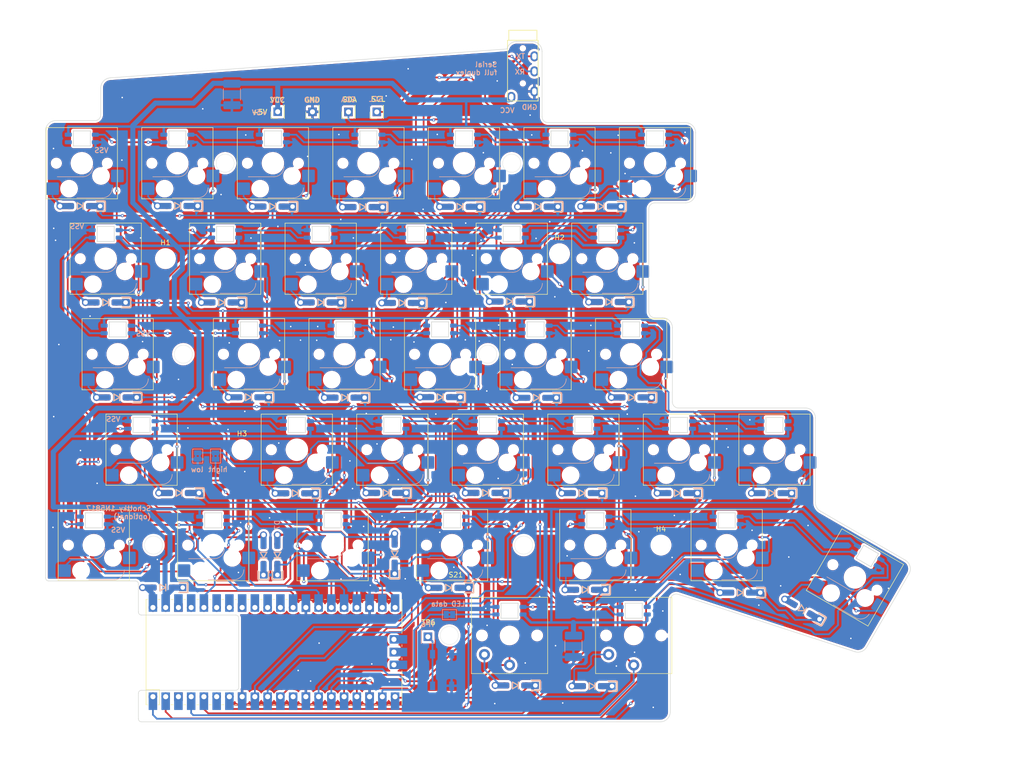
<source format=kicad_pcb>
(kicad_pcb (version 20240108) (generator "pcbnew") (generator_version "8.0")
  (layers (0 "F.Cu" signal) (31 "B.Cu" signal) (34 "B.Paste" user) (35 "F.Paste" user) (36 "B.SilkS" user "B.Silkscreen") (37 "F.SilkS" user "F.Silkscreen") (38 "B.Mask" user) (39 "F.Mask" user) (44 "Edge.Cuts" user))
  (net 0 "")
  (net 1 "Net-(D1-A)")
  (net 2 "Col 7")
  (net 3 "Net-(D2-A)")
  (net 4 "Net-(D3-A)")
  (net 5 "Net-(D4-A)")
  (net 6 "Net-(D5-A)")
  (net 7 "Net-(D6-A)")
  (net 8 "Net-(D7-A)")
  (net 9 "Net-(D8-A)")
  (net 10 "Net-(D9-A)")
  (net 11 "Net-(D10-A)")
  (net 12 "Net-(D11-A)")
  (net 13 "Net-(D12-A)")
  (net 14 "Net-(D13-A)")
  (net 15 "Net-(D14-A)")
  (net 16 "Net-(D15-A)")
  (net 17 "Net-(D16-A)")
  (net 18 "Net-(D17-A)")
  (net 19 "Net-(D18-A)")
  (net 20 "Net-(D19-A)")
  (net 21 "Net-(D20-A)")
  (net 22 "Net-(D21-A)")
  (net 23 "Net-(D22-A)")
  (net 24 "Net-(D23-A)")
  (net 25 "Net-(D24-A)")
  (net 26 "Net-(D25-A)")
  (net 27 "Net-(D26-A)")
  (net 28 "Net-(D27-A)")
  (net 29 "Net-(D28-A)")
  (net 30 "Net-(D29-A)")
  (net 31 "Net-(D30-A)")
  (net 32 "Net-(D31-A)")
  (net 33 "Net-(D32-A)")
  (net 34 "Net-(D33-A)")
  (net 35 "Net-(D34-A)")
  (net 36 "Net-(D35-A)")
  (net 37 "Col 0")
  (net 38 "Col 1")
  (net 39 "Col 2")
  (net 40 "Col 3")
  (net 41 "Col 4")
  (net 42 "Col 5")
  (net 43 "Col 6")
  (net 44 "Col 8")
  (net 45 "GND")
  (net 46 "Net-(LED1-DIN)")
  (net 47 "Net-(LED2-DOUT)")
  (net 48 "Net-(LED3-DIN)")
  (net 49 "Net-(LED11-DIN)")
  (net 50 "Net-(LED4-DIN)")
  (net 51 "Net-(LED10-DOUT)")
  (net 52 "Net-(LED14-DOUT)")
  (net 53 "Net-(LED12-DIN)")
  (net 54 "Net-(LED13-DIN)")
  (net 55 "LED_GPIO")
  (net 57 "Net-(LED10-DIN)")
  (net 58 "Net-(LED11-DOUT)")
  (net 59 "Net-(LED12-DOUT)")
  (net 60 "Net-(LED13-DOUT)")
  (net 61 "Net-(LED14-DIN)")
  (net 62 "Net-(LED15-DIN)")
  (net 63 "Net-(LED16-DOUT)")
  (net 64 "Net-(LED2-DIN)")
  (net 65 "Net-(LED19-DIN)")
  (net 66 "Net-(LED4-DOUT)")
  (net 67 "Net-(LED23-DOUT)")
  (net 68 "Net-(LED24-DIN)")
  (net 69 "Net-(LED26-DIN)")
  (net 70 "Net-(LED17-DOUT)")
  (net 71 "Net-(LED28-DOUT)")
  (net 72 "Net-(LED18-DIN)")
  (net 73 "Net-(LED30-DIN)")
  (net 74 "Net-(LED20-DOUT)")
  (net 75 "Net-(LED21-DIN)")
  (net 76 "Net-(LED22-DOUT)")
  (net 77 "Net-(LED25-DIN)")
  (net 78 "Net-(LED27-DOUT)")
  (net 79 "Net-(LED32-DOUT)")
  (net 80 "Net-(LED33-DIN)")
  (net 81 "Row 0")
  (net 82 "Row 1")
  (net 83 "Row 2")
  (net 84 "Row 4")
  (net 85 "Row 3")
  (net 86 "Row 5")
  (net 87 "SCL")
  (net 91 "VBUS")
  (net 92 "SPLIT_HAND_PIN")
  (net 94 "Net-(LED29-DOUT)")
  (net 95 "+3.3V")
  (net 96 "TX")
  (net 97 "+5V")
  (net 98 "RX")
  (net 99 "Net-(SW1-Pad1)")
  (net 102 "SDA")
  (net 109 "Net-(JP3-B)")
  (footprint "Connector_PinHeader_2.54mm:PinHeader_1x01_P2.54mm_Vertical" (layer "F.Cu") (at 69.744 36.747 90)
    (property "Reference" "TP2" (hide yes))
    (property "Value" "TestPoint" (hide yes))
  )
  (footprint "ScottoKeebs_Hotswap:Hotswap_MX_1.00u" (layer "F.Cu") (at 168.749 104.157 180)
    (property "Reference" "S34" (hide yes))
    (property "Value" "Keyswitch" (hide yes))
  )
  (footprint "Connector_PinHeader_2.54mm:PinHeader_1x01_P2.54mm_Vertical" (layer "F.Cu") (at 89.495 36.788 90)
    (property "Reference" "TP4" (hide yes))
    (property "Value" "TestPoint" (hide yes))
  )
  (footprint "ScottoKeebs_Hotswap:Hotswap_MX_1.00u" (layer "F.Cu") (at 97.349 66.067 180)
    (property "Reference" "S17" (hide yes))
    (property "Value" "Keyswitch")
  )
  (footprint "ScottoKeebs_Hotswap:Hotswap_MX_1.00u" (layer "F.Cu") (at 59.269 66.067 180)
    (property "Reference" "S8" (hide yes))
    (property "Value" "Keyswitch")
  )
  (footprint "ScottoKeebs_Hotswap:Hotswap_MX_1.75u" (layer "F.Cu") (at 37.84775 85.107 180)
    (property "Reference" "S3" (hide yes))
    (property "Value" "Keyswitch" (hide yes))
  )
  (footprint "ScottoKeebs_Hotswap:Hotswap_MX_1.00u" (layer "F.Cu") (at 73.549 104.157 180)
    (property "Reference" "S11" (hide yes))
    (property "Value" "Keyswitch" (hide yes))
  )
  (footprint "ScottoKeebs_Hotswap:Hotswap_MX_1.25u" (layer "F.Cu") (at 33.08525 123.187 180)
    (property "Reference" "S4" (hide yes))
    (property "Value" "Keyswitch" (hide yes))
  )
  (footprint "ScottoKeebs_Hotswap:Hotswap_MX_1.25u" (layer "F.Cu") (at 80.68525 123.187 180)
    (property "Reference" "S13" (hide yes))
    (property "Value" "Keyswitch" (hide yes))
  )
  (footprint "ScottoKeebs_Hotswap:Hotswap_MX_1.00u" (layer "F.Cu") (at 92.589 104.157 180)
    (property "Reference" "S16" (hide yes))
    (property "Value" "Keyswitch" (hide yes))
  )
  (footprint "MCU_RaspberryPi_and_Boards:RPi_Pico_SMD_TH" (layer "F.Cu") (at 69.004 144.517 90)
    (property "Reference" "U1" (hide yes))
    (property "Value" "Pico" (hide yes))
  )
  (footprint "ScottoKeebs_Hotswap:Hotswap_MX_1.25u" (layer "F.Cu") (at 104.48525 123.187 180)
    (property "Reference" "S21")
    (property "Value" "Keyswitch" (hide yes))
  )
  (footprint "ScottoKeebs_Hotswap:Hotswap_MX_1.00u" (layer "F.Cu") (at 111.629 104.157 180)
    (property "Reference" "S22" (hide yes))
    (property "Value" "Keyswitch" (hide yes))
  )
  (footprint "ScottoKeebs_Hotswap:Hotswap_MX_1.25u" (layer "F.Cu") (at 56.88525 123.187 180)
    (property "Reference" "S7" (hide yes))
    (property "Value" "Keyswitch" (hide yes))
  )
  (footprint "ScottoKeebs_Hotswap:Hotswap_MX_2.25u" (layer "F.Cu") (at 42.61025 104.157 180)
    (property "Reference" "S5" (hide yes))
    (property "Value" "Keyswitch")
  )
  (footprint "ScottoKeebs_Hotswap:Hotswap_MX_1.00u" (layer "F.Cu") (at 130.669 104.157 180)
    (property "Reference" "S27" (hide yes))
    (property "Value" "Keyswitch" (hide yes))
  )
  (footprint "ScottoKeebs_Hotswap:Hotswap_MX_1.00u" (layer "F.Cu") (at 135.429 66.067 180)
    (property "Reference" "S28" (hide yes))
    (property "Value" "Keyswitch")
  )
  (footprint "ScottoKeebs_Components:TRRS_PJ-320A" (layer "F.Cu") (at 118.599 22.502)
    (property "Reference" "U2" (hide yes))
    (property "Value" "TRRS" (hide yes))
  )
  (footprint "ScottoKeebs_Choc:Choc_V1_1.00u" (layer "F.Cu") (at 140.699 141.202 180)
    (property "Reference" "S29" (hide yes))
    (property "Value" "Keyswitch" (hide yes))
  )
  (footprint "ScottoKeebs_Choc:Choc_V1_1.75u" (layer "F.Cu") (at 115.949 141.202 180)
    (property "Reference" "S20" (hide yes))
    (property "Value" "Keyswitch" (hide yes))
  )
  (footprint "MountingHole:MountingHole_2.2mm_M2" (layer "F.Cu") (at 62.621 104.157)
    (property "Reference" "H3")
    (property "Value" "MountingHole")
  )
  (footprint "ScottoKeebs_Hotswap:Hotswap_MX_1.00u" (layer "F.Cu") (at 116.389 66.067 180)
    (property "Reference" "S23" (hide yes))
    (property "Value" "Keyswitch" (hide yes))
  )
  (footprint "ScottoKeebs_Hotswap:Hotswap_MX_1.00u" (layer "F.Cu") (at 149.709 104.157 180)
    (property "Reference" "S32" (hide yes))
    (property "Value" "Keyswitch" (hide yes))
  )
  (footprint "ScottoKeebs_Hotswap:Hotswap_MX_1.00u" (layer "F.Cu") (at 64.024 85.107 180)
    (property "Reference" "S9" (hide yes))
    (property "Value" "Keyswitch" (hide yes))
  )
  (footprint "ScottoKeebs_Hotswap:Hotswap_MX_1.50u" (layer "F.Cu") (at 35.4665 66.057 180)
    (property "Reference" "S2" (hide yes))
    (property "Value" "Keyswitch")
  )
  (footprint "MountingHole:MountingHole_2.2mm_M2" (layer "F.Cu") (at 125.914 65.067)
    (property "Reference" "H2")
    (property "Value" "MountingHole")
  )
  (footprint "MountingHole:MountingHole_2.2mm_M2" (layer "F.Cu") (at 47.3675 66.057)
    (property "Reference" "H1")
    (property "Value" "MountingHole")
  )
  (footprint "ScottoKeebs_Components:D_SOD-123_DO-35_Hybrid_DoubleSided_V2" (layer "F.Cu") (at 49.774 55.537 180)
    (property "Reference" "D6" (hide yes))
    (property "Value" "Diode" (hide yes))
  )
  (footprint "ScottoKeebs_Hotswap:Hotswap_MX_1.00u" (layer "F.Cu") (at 106.864 47.017 180)
    (property "Reference" "S19" (hide yes))
    (property "Value" "Keyswitch" (hide yes))
  )
  (footprint "ScottoKeebs_Hotswap:Hotswap_MX_1.00u" (layer "F.Cu") (at 102.104 85.107 180)
    (property "Reference" "S18" (hide yes))
    (property "Value" "Keyswitch" (hide yes))
  )
  (footprint "ScottoKeebs_Hotswap:Hotswap_MX_1.00u" (layer "F.Cu") (at 78.309 66.067 180)
    (property "Reference" "S12" (hide yes))
    (property "Value" "Keyswitch")
  )
  (footprint "ScottoKeebs_Hotswap:Hotswap_MX_1.00u" (layer "F.Cu") (at 68.784 47.017 180)
    (property "Reference" "S10" (hide yes))
    (property "Value" "Keyswitch" (hide yes))
  )
  (footprint "ScottoKeebs_Hotswap:Hotswap_MX_1.00u" (layer "F.Cu") (at 87.824 47.017 180)
    (property "Reference" "S15" (hide yes))
    (property "Value" "Keyswitch" (hide yes))
  )
  (footprint "ScottoKeebs_Hotswap:Hotswap_MX_1.75u" (layer "F.Cu") (at 133.04775 123.187 180)
    (property "Reference" "S26" (hide yes))
    (property "Value" "Keyswitch" (hide yes))
  )
  (footprint "ScottoKeebs_Hotswap:Hotswap_MX_1.00u" (layer "F.Cu") (at 125.904 47.017 180)
    (property "Reference" "S25" (hide yes))
    (property "Value" "Keyswitch" (hide yes))
  )
  (footprint "ScottoKeebs_Hotswap:Hotswap_MX_1.00u" (layer "F.Cu") (at 140.184 85.107 180)
    (property "Reference" "S30" (hide yes))
    (property "Value" "Keyswitch" (hide yes))
  )
  (footprint "ScottoKeebs_Hotswap:Hotswap_MX_1.00u" (layer "F.Cu") (at 30.704 47.017 180)
    (property "Reference" "S1" (hide yes))
    (property "Value" "Keyswitch" (hide yes))
  )
  (footprint "ScottoKeebs_Hotswap:Hotswap_MX_1.00u" (layer "F.Cu") (at 159.224 123.187 180)
    (property "Reference" "S33" (hide yes))
    (property "Value" "Keyswitch" (hide yes))
  )
  (footprint "ScottoKeebs_Hotswap:Hotswap_MX_1.00u" (layer "F.Cu") (at 83.064 85.107 180)
    (property "Reference" "S14" (hide yes))
    (property "Value" "Keyswitch" (hide yes))
  )
  (footprint "Connector_PinHeader_2.54mm:PinHeader_1x01_P2.54mm_Vertical" (layer "F.Cu") (at 76.674 36.767 90)
    (property "Reference" "TP1" (hide yes))
    (property "Value" "TestPoint" (hide yes))
  )
  (footprint "Connector_PinHeader_2.54mm:PinHeader_1x01_P2.54mm_Vertical" (layer "F.Cu") (at 83.845 36.788 90)
    (property "Reference" "TP3" (hide yes))
    (property "Value" "TestPoint" (hide yes))
  )
  (footprint "ScottoKeebs_Hotswap:Hotswap_MX_1.00u" (layer "F.Cu") (at 49.744 47.017 180)
    (property "Reference" "S6" (hide yes))
    (property "Value" "Keyswitch" (hide yes))
  )
  (footprint "ScottoKeebs_Hotswap:Hotswap_MX_1.00u" (layer "F.Cu") (at 121.144 85.107 180)
    (property "Reference" "S24" (hide yes))
    (property "Value" "Keyswitch" (hide yes))
  )
  (footprint "MountingHole:MountingHole_2.2mm_M2" (layer "F.Cu") (at 146.13575 123.187)
    (property "Reference" "H4")
    (property "Value" "MountingHole")
  )
  (footprint "ScottoKeebs_Hotswap:Hotswap_MX_1.00u" (layer "F.Cu") (at 184.786 129.625 150)
    (property "Reference" "S35" (hide yes))
    (property "Value" "Keyswitch" (hide yes))
  )
  (footprint "ScottoKeebs_Hotswap:Hotswap_MX_1.00u" (layer "F.Cu") (at 144.944 47.017 180)
    (property "Reference" "S31" (hide yes))
    (property "Value" "Keyswitch" (hide yes))
  )
  (footprint "ScottoKeebs_Components:D_SOD-123_DO-35_Hybrid_DoubleSided_V2" (layer "B.Cu") (at 46.814 131.647 180)
    (property "Reference" "D36" (hide yes))
    (property "Value" "Schottky 1N5817" (hide yes))
  )
  (footprint "ScottoKeebs_Components:LED_SK6812MINI" (layer "B.Cu") (at 64.024 80.158 180)
    (property "Reference" "LED9" (hide yes))
    (property "Value" "LED_SK6812MINI" (hide yes))
    (fp_line (start 1.7 1.5) (end 1.7 -1.5) (stroke (width 0.12)) (layer "Edge.Cuts"))
    (fp_line (start 1.7 -1.5) (end -1.7 -1.5) (stroke (width 0.12)) (layer "Edge.Cuts"))
    (fp_line (start -1.7 1.5) (end 1.7 1.5) (stroke (width 0.12)) (layer "Edge.Cuts"))
    (fp_line (start -1.7 -1.5) (end -1.7 1.5) (stroke (width 0.12)) (layer "Edge.Cuts"))
  )
  (footprint "ScottoKeebs_Components:D_SOD-123_DO-35_Hybrid_DoubleSided_V2" (layer "B.Cu") (at 78.314 74.787 180)
    (property "Reference" "D12" (hide yes))
    (property "Value" "Diode" (hide yes))
  )
  (footprint "ScottoKeebs_Components:D_SOD-123_DO-35_Hybrid_DoubleSided_V2" (layer "B.Cu") (at 161.914 132.657 180)
    (property "Reference" "D33" (hide yes))
    (property "Value" "Diode" (hide yes))
  )
  (footprint "ScottoKeebs_Components:D_SOD-123_DO-35_Hybrid_DoubleSided_V2" (layer "B.Cu") (at 91.344 112.767 180)
    (property "Reference" "D16" (hide yes))
    (property "Value" "Diode" (hide yes))
  )
  (footprint "ScottoKeebs_Components:LED_SK6812MINI" (layer "B.Cu") (at 104.48525 118.248 180)
    (property "Reference" "LED21" (hide yes))
    (property "Value" "LED_SK6812MINI" (hide yes))
    (fp_line (start 1.7 1.5) (end 1.7 -1.5) (stroke (width 0.12)) (layer "Edge.Cuts"))
    (fp_line (start 1.7 -1.5) (end -1.7 -1.5) (stroke (width 0.12)) (layer "Edge.Cuts"))
    (fp_line (start -1.7 1.5) (end 1.7 1.5) (stroke (width 0.12)) (layer "Edge.Cuts"))
    (fp_line (start -1.7 -1.5) (end -1.7 1.5) (stroke (width 0.12)) (layer "Edge.Cuts"))
  )
  (footprint "ScottoKeebs_Components:LED_SK6812MINI" (layer "B.Cu") (at 187.2555 125.347701 150)
    (property "Reference" "LED35" (hide yes))
    (property "Value" "LED_SK6812MINI" (hide yes))
    (fp_line (start 1.7 -1.5) (end -1.7 -1.5) (stroke (width 0.12)) (layer "Edge.Cuts"))
    (fp_line (start 1.7 1.5) (end 1.7 -1.5) (stroke (width 0.12)) (layer "Edge.Cuts"))
    (fp_line (start -1.7 -1.5) (end -1.7 1.5) (stroke (width 0.12)) (layer "Edge.Cuts"))
    (fp_line (start -1.7 1.5) (end 1.7 1.5) (stroke (width 0.12)) (layer "Edge.Cuts"))
  )
  (footprint "Jumper:SolderJumper-2_P1.3mm_Bridged2Bar_Pad1.0x1.5mm" (layer "B.Cu") (at 103.974 137.037)
    (property "Reference" "JP3" (hide yes))
    (property "Value" "Jumper_Hight")
  )
  (footprint "ScottoKeebs_Components:LED_SK6812MINI" (layer "B.Cu") (at 59.264 61.118)
    (property "Reference" "LED8" (hide yes))
    (property "Value" "LED_SK6812MINI" (hide yes))
    (fp_line (start -1.7 -1.5) (end -1.7 1.5) (stroke (width 0.12)) (layer "Edge.Cuts"))
    (fp_line (start -1.7 1.5) (end 1.7 1.5) (stroke (width 0.12)) (layer "Edge.Cuts"))
    (fp_line (start 1.7 -1.5) (end -1.7 -1.5) (stroke (width 0.12)) (layer "Edge.Cuts"))
    (fp_line (start 1.7 1.5) (end 1.7 -1.5) (stroke (width 0.12)) (layer "Edge.Cuts"))
  )
  (footprint "ScottoKeebs_Components:D_SOD-123_DO-35_Hybrid_DoubleSided_V2" (layer "B.Cu") (at 86.6515 55.76825 180)
    (property "Reference" "D15" (hide yes))
    (property "Value" "Diode" (hide yes))
  )
  (footprint "Jumper:SolderJumper-2_P1.3mm_Bridged2Bar_Pad1.0x1.5mm" (layer "B.Cu") (at 53.804 105.417 -90)
    (property "Reference" "JP1" (hide yes))
    (property "Value" "Jumper_Low" (hide yes))
  )
  (footprint "ScottoKeebs_Components:D_SOD-123_DO-35_Hybrid_DoubleSided_V2" (layer "B.Cu") (at 135.734 74.697 180)
    (property "Reference" "D28" (hide yes))
    (property "Value" "Diode" (hide yes))
  )
  (footprint "ScottoKeebs_Components:D_SOD-123_DO-35_Hybrid_DoubleSided_V2" (layer "B.Cu") (at 63.904 93.697 180)
    (property "Reference" "D9" (hide yes))
    (property "Value" "Diode" (hide yes))
  )
  (footprint "ScottoKeebs_Components:D_SOD-123_DO-35_Hybrid_DoubleSided_V2" (layer "B.Cu") (at 140.2515 93.72825 180)
    (property "Reference" "D30" (hide yes))
    (property "Value" "Diode" (hide yes))
  )
  (footprint "ScottoKeebs_Components:D_SOD-123_DO-35_Hybrid_DoubleSided_V2" (layer "B.Cu") (at 37.644 93.727 180)
    (property "Reference" "D3" (hide yes))
    (property "Value" "Diode" (hide yes))
  )
  (footprint "ScottoKeebs_Components:D_SOD-123_DO-35_Hybrid_DoubleSided_V2" (layer "B.Cu") (at 130.364 112.817 180)
    (property "Reference" "D27" (hide yes))
    (property "Value" "Diode" (hide yes))
  )
  (footprint "ScottoKeebs_Components:LED_SK6812MINI" (layer "B.Cu") (at 140.184 80.158 180)
    (property "Reference" "LED30" (hide yes))
    (property "Value" "LED_SK6812MINI" (hide yes))
    (fp_line (start 1.7 1.5) (end 1.7 -1.5) (stroke (width 0.12)) (layer "Edge.Cuts"))
    (fp_line (start 1.7 -1.5) (end -1.7 -1.5) (stroke (width 0.12)) (layer "Edge.Cuts"))
    (fp_line (start -1.7 1.5) (end 1.7 1.5) (stroke (width 0.12)) (layer "Edge.Cuts"))
    (fp_line (start -1.7 -1.5) (end -1.7 1.5) (stroke (width 0.12)) (layer "Edge.Cuts"))
  )
  (footprint "ScottoKeebs_Components:LED_SK6812MINI" (layer "B.Cu") (at 144.944 42.078 180)
    (property "Reference" "LED31" (hide yes))
    (property "Value" "LED_SK6812MINI" (hide yes))
    (fp_line (start 1.7 1.5) (end 1.7 -1.5) (stroke (width 0.12)) (layer "Edge.Cuts"))
    (fp_line (start 1.7 -1.5) (end -1.7 -1.5) (stroke (width 0.12)) (layer "Edge.Cuts"))
    (fp_line (start -1.7 1.5) (end 1.7 1.5) (stroke (width 0.12)) (layer "Edge.Cuts"))
    (fp_line (start -1.7 -1.5) (end -1.7 1.5) (stroke (width 0.12)) (layer "Edge.Cuts"))
  )
  (footprint "ScottoKeebs_Components:D_SOD-123_DO-35_Hybrid_DoubleSided_V2" (layer "B.Cu") (at 73.244 112.847 180)
    (property "Reference" "D11" (hide yes))
    (property "Value" "Diode" (hide yes))
  )
  (footprint "ScottoKeebs_Components:LED_SK6812MINI" (layer "B.Cu") (at 37.84775 80.168 180)
    (property "Reference" "LED3" (hide yes))
    (property "Value" "LED_SK6812MINI" (hide yes))
    (fp_line (start 1.7 1.5) (end 1.7 -1.5) (stroke (width 0.12)) (layer "Edge.Cuts"))
    (fp_line (start 1.7 -1.5) (end -1.7 -1.5) (stroke (width 0.12)) (layer "Edge.Cuts"))
    (fp_line (start -1.7 1.5) (end 1.7 1.5) (stroke (width 0.12)) (layer "Edge.Cuts"))
    (fp_line (start -1.7 -1.5) (end -1.7 1.5) (stroke (width 0.12)) (layer "Edge.Cuts"))
  )
  (footprint "ScottoKeebs_Components:LED_SK6812MINI" (layer "B.Cu") (at 83.064 80.158 180)
    (property "Reference" "LED14" (hide yes))
    (property "Value" "LED_SK6812MINI" (hide yes))
    (fp_line (start 1.7 1.5) (end 1.7 -1.5) (stroke (width 0.12)) (layer "Edge.Cuts"))
    (fp_line (start 1.7 -1.5) (end -1.7 -1.5) (stroke (width 0.12)) (layer "Edge.Cuts"))
    (fp_line (start -1.7 1.5) (end 1.7 1.5) (stroke (width 0.12)) (layer "Edge.Cuts"))
    (fp_line (start -1.7 -1.5) (end -1.7 1.5) (stroke (width 0.12)) (layer "Edge.Cuts"))
  )
  (footprint "ScottoKeebs_Components:D_SOD-123_DO-35_Hybrid_DoubleSided_V2" (layer "B.Cu") (at 35.4315 74.78825 180)
    (property "Reference" "D2" (hide yes))
    (property "Value" "Diode" (hide yes))
  )
  (footprint "ScottoKeebs_Components:LED_SK6812MINI" (layer "B.Cu") (at 78.304 61.118)
    (property "Reference" "LED12" (hide yes))
    (property "Value" "LED_SK6812MINI" (hide yes))
    (fp_line (start -1.7 -1.5) (end -1.7 1.5) (stroke (width 0.12)) (layer "Edge.Cuts"))
    (fp_line (start -1.7 1.5) (end 1.7 1.5) (stroke (width 0.12)) (layer "Edge.Cuts"))
    (fp_line (start 1.7 -1.5) (end -1.7 -1.5) (stroke (width 0.12)) (layer "Edge.Cuts"))
    (fp_line (start 1.7 1.5) (end 1.7 -1.5) (stroke (width 0.12)) (layer "Edge.Cuts"))
  )
  (footprint "ScottoKeebs_Components:D_SOD-123_DO-35_Hybrid_DoubleSided_V2" (layer "B.Cu") (at 174.269448 135.957 150)
    (property "Reference" "D35" (hide yes))
    (property "Value" "Diode" (hide yes))
  )
  (footprint "ScottoKeebs_Components:D_SOD-123_DO-35_Hybrid_DoubleSided_V2" (layer "B.Cu") (at 111.1515 112.76825 180)
    (property "Reference" "D22" (hide yes))
    (property "Value" "Diode" (hide yes))
  )
  (footprint "Capacitor_SMD:C_1812_4532Metric_Pad1.57x3.40mm_HandSolder" (layer "B.Cu") (at 128.684 143.367 -90)
    (property "Reference" "begin1" (hide yes))
    (property "Value" "C")
  )
  (footprint "ScottoKeebs_Components:LED_SK6812MINI" (layer "B.Cu") (at 68.784 42.078 180)
    (property "Reference" "LED10" (hide yes))
    (property "Value" "LED_SK6812MINI" (hide yes))
    (fp_line (start 1.7 1.5) (end 1.7 -1.5) (stroke (width 0.12)) (layer "Edge.Cuts"))
    (fp_line (start 1.7 -1.5) (end -1.7 -1.5) (stroke (width 0.12)) (layer "Edge.Cuts"))
    (fp_line (start -1.7 1.5) (end 1.7 1.5) (stroke (width 0.12)) (layer "Edge.Cuts"))
    (fp_line (start -1.7 -1.5) (end -1.7 1.5) (stroke (width 0.12)) (layer "Edge.Cuts"))
  )
  (footprint "ScottoKeebs_Components:D_SOD-123_DO-35_Hybrid_DoubleSided_V2" (layer "B.Cu") (at 102.114 93.677 180)
    (property "Reference" "D18" (hide yes))
    (property "Value" "Diode" (hide yes))
  )
  (footprint "ScottoKeebs_Components:LED_SK6812MINI" (layer "B.Cu") (at 56.88525 118.248 180)
    (property "Reference" "LED7" (hide yes))
    (property "Value" "LED_SK6812MINI" (hide yes))
    (fp_line (start 1.7 1.5) (end 1.7 -1.5) (stroke (width 0.12)) (layer "Edge.Cuts"))
    (fp_line (start 1.7 -1.5) (end -1.7 -1.5) (stroke (width 0.12)) (layer "Edge.Cuts"))
    (fp_line (start -1.7 1.5) (end 1.7 1.5) (stroke (width 0.12)) (layer "Edge.Cuts"))
    (fp_line (start -1.7 -1.5) (end -1.7 1.5) (stroke (width 0.12)) (layer "Edge.Cuts"))
  )
  (footprint "ScottoKeebs_Components:D_SOD-123_DO-35_Hybrid_DoubleSided_V2" (layer "B.Cu") (at 131.0015 132.08825 180)
    (property "Reference" "D26" (hide yes))
    (property "Value" "Diode" (hide yes))
  )
  (footprint "ScottoKeebs_Components:LED_SK6812MINI" (layer "B.Cu") (at 115.949 136.263)
    (property "Reference" "LED20" (hide yes))
    (property "Value" "LED_SK6812MINI" (hide yes))
    (fp_line (start -1.7 -1.5) (end -1.7 1.5) (stroke (width 0.12)) (layer "Edge.Cuts"))
    (fp_line (start -1.7 1.5) (end 1.7 1.5) (stroke (width 0.12)) (layer "Edge.Cuts"))
    (fp_line (start 1.7 -1.5) (end -1.7 -1.5) (stroke (width 0.12)) (layer "Edge.Cuts"))
    (fp_line (start 1.7 1.5) (end 1.7 -1.5) (stroke (width 0.12)) (layer "Edge.Cuts"))
  )
  (footprint "ScottoKeebs_Components:LED_SK6812MINI" (layer "B.Cu") (at 135.424 61.118)
    (property "Reference" "LED28" (hide yes))
    (property "Value" "LED_SK6812MINI" (hide yes))
    (fp_line (start -1.7 -1.5) (end -1.7 1.5) (stroke (width 0.12)) (layer "Edge.Cuts"))
    (fp_line (start -1.7 1.5) (end 1.7 1.5) (stroke (width 0.12)) (layer "Edge.Cuts"))
    (fp_line (start 1.7 -1.5) (end -1.7 -1.5) (stroke (width 0.12)) (layer "Edge.Cuts"))
    (fp_line (start 1.7 1.5) (end 1.7 -1.5) (stroke (width 0.12)) (layer "Edge.Cuts"))
  )
  (footprint "ScottoKeebs_Components:D_SOD-123_DO-35_Hybrid_DoubleSided_V2" (layer "B.Cu") (at 83.064 93.767 180)
    (property "Reference" "D14" (hide yes))
    (property "Value" "Diode" (hide yes))
  )
  (footprint "ScottoKeebs_Components:D_SOD-123_DO-35_Hybrid_DoubleSided_V2" (layer "B.Cu") (at 94.494 74.877 180)
    (property "Reference" "D17" (hide yes))
    (property "Value" "Diode" (hide yes))
  )
  (footprint "ScottoKeebs_Components:D_SOD-123_DO-35_Hybrid_DoubleSided_V2" (layer "B.Cu") (at 149.384 112.817 180)
    (property "Reference" "D32" (hide yes))
    (property "Value" "Diode" (hide yes))
  )
  (footprint "ScottoKeebs_Components:LED_SK6812MINI" (layer "B.Cu") (at 73.549 99.218)
    (property "Reference" "LED11" (hide yes))
    (property "Value" "LED_SK6812MINI" (hide yes))
    (fp_line (start -1.7 -1.5) (end -1.7 1.5) (stroke (width 0.12)) (layer "Edge.Cuts"))
    (fp_line (start -1.7 1.5) (end 1.7 1.5) (stroke (width 0.12)) (layer "Edge.Cuts"))
    (fp_line (start 1.7 -1.5) (end -1.7 -1.5) (stroke (width 0.12)) (layer "Edge.Cuts"))
    (fp_line (start 1.7 1.5) (end 1.7 -1.5) (stroke (width 0.12)) (layer "Edge.Cuts"))
  )
  (footprint "ScottoKeebs_Components:LED_SK6812MINI" (layer "B.Cu") (at 35.464 61.118)
    (property "Reference" "LED2" (hide yes))
    (property "Value" "LED_SK6812MINI" (hide yes))
    (fp_line (start -1.7 -1.5) (end -1.7 1.5) (stroke (width 0.12)) (layer "Edge.Cuts"))
    (fp_line (start -1.7 1.5) (end 1.7 1.5) (stroke (width 0.12)) (layer "Edge.Cuts"))
    (fp_line (start 1.7 -1.5) (end -1.7 -1.5) (stroke (width 0.12)) (layer "Edge.Cuts"))
    (fp_line (start 1.7 1.5) (end 1.7 -1.5) (stroke (width 0.12)) (layer "Edge.Cuts"))
  )
  (footprint "ScottoKeebs_Components:D_SOD-123_DO-35_Hybrid_DoubleSided_V2" (layer "B.Cu") (at 30.354 55.567 180)
    (property "Reference" "D1" (hide yes))
    (property "Value" "Diode" (hide yes))
  )
  (footprint "ScottoKeebs_Components:LED_SK6812MINI" (layer "B.Cu") (at 102.104 80.158 180)
    (property "Reference" "LED18" (hide yes))
    (property "Value" "LED_SK6812MINI" (hide yes))
    (fp_line (start 1.7 1.5) (end 1.7 -1.5) (stroke (width 0.12)) (layer "Edge.Cuts"))
    (fp_line (start 1.7 -1.5) (end -1.7 -1.5) (stroke (width 0.12)) (layer "Edge.Cuts"))
    (fp_line (start -1.7 1.5) (end 1.7 1.5) (stroke (width 0.12)) (layer "Edge.Cuts"))
    (fp_line (start -1.7 -1.5) (end -1.7 1.5) (stroke (width 0.12)) (layer "Edge.Cuts"))
  )
  (footprint "ScottoKeebs_Components:LED_SK6812MINI" (layer "B.Cu") (at 33.08525 118.248 180)
    (property "Reference" "LED4" (hide yes))
    (property "Value" "LED_SK6812MINI" (hide yes))
    (fp_line (start 1.7 1.5) (end 1.7 -1.5) (stroke (width 0.12)) (layer "Edge.Cuts"))
    (fp_line (start 1.7 -1.5) (end -1.7 -1.5) (stroke (width 0.12)) (layer "Edge.Cuts"))
    (fp_line (start -1.7 1.5) (end 1.7 1.5) (stroke (width 0.12)) (layer "Edge.Cuts"))
    (fp_line (start -1.7 -1.5) (end -1.7 1.5) (stroke (width 0.12)) (layer "Edge.Cuts"))
  )
  (footprint "ScottoKeebs_Components:D_SOD-123_DO-35_Hybrid_DoubleSided_V2" (layer "B.Cu") (at 58.544 74.787 180)
    (property "Reference" "D8" (hide yes))
    (property "Value" "Diode" (hide yes))
  )
  (footprint "ScottoKeebs_Components:D_SOD-123_DO-35_Hybrid_DoubleSided_V2" (layer "B.Cu") (at 93.054 124.887 90)
    (property "Reference" "D13" (hide yes))
    (property "Value" "Diode" (hide yes))
  )
  (footprint "ScottoKeebs_Components:LED_SK6812MINI" (layer "B.Cu") (at 106.864 42.078 180)
    (property "Reference" "LED19" (hide yes))
    (property "Value" "LED_SK6812MINI" (hide yes))
    (fp_line (start 1.7 1.5) (end 1.7 -1.5) (stroke (width 0.12)) (layer "Edge.Cuts"))
    (fp_line (start 1.7 -1.5) (end -1.7 -1.5) (stroke (width 0.12)) (layer "Edge.Cuts"))
    (fp_line (start -1.7 1.5) (end 1.7 1.5) (stroke (width 0.12)) (layer "Edge.Cuts"))
    (fp_line (start -1.7 -1.5) (end -1.7 1.5) (stroke (width 0.12)) (layer "Edge.Cuts"))
  )
  (footprint "ScottoKeebs_Components:D_SOD-123_DO-35_Hybrid_DoubleSided_V2" (layer "B.Cu") (at 69.67275 125.1245 90)
    (property "Reference" "D7" (hide yes))
    (property "Value" "Diode" (hide yes))
  )
  (footprint "ScottoKeebs_Components:LED_SK6812MINI" (layer "B.Cu") (at 149.709 99.218)
    (property "Reference" "LED32" (hide yes))
    (property "Value" "LED_SK6812MINI" (hide yes))
    (fp_line (start -1.7 -1.5) (end -1.7 1.5) (stroke (width 0.12)) (layer "Edge.Cuts"))
    (fp_line (start -1.7 1.5) (end 1.7 1.5) (stroke (width 0.12)) (layer "Edge.Cuts"))
    (fp_line (start 1.7 -1.5) (end -1.7 -1.5) (stroke (width 0.12)) (layer "Edge.Cuts"))
    (fp_line (start 1.7 1.5) (end 1.7 -1.5) (stroke (width 0.12)) (layer "Edge.Cuts"))
  )
  (footprint "ScottoKeebs_Components:D_SOD-123_DO-35_Hybrid_DoubleSided_V2" (layer "B.Cu") (at 121.284 93.797 180)
    (property "Reference" "D24" (hide yes))
    (property "Value" "Diode" (hide yes))
  )
  (footprint "ScottoKeebs_Components:LED_SK6812MINI" (layer "B.Cu") (at 80.68525 118.248 180)
    (property "Reference" "LED13" (hide yes))
    (property "Value" "LED_SK6812MINI" (hide yes))
    (fp_line (start 1.7 1.5) (end 1.7 -1.5) (stroke (width 0.12)) (layer "Edge.Cuts"))
    (fp_line (start 1.7 -1.5) (end -1.7 -1.5) (stroke (width 0.12)) (layer "Edge.Cuts"))
    (fp_line (start -1.7 1.5) (end 1.7 1.5) (stroke (width 0.12)) (layer "Edge.Cuts"))
    (fp_line (start -1.7 -1.5) (end -1.7 1.5) (stroke (width 0.12)) (layer "Edge.Cuts"))
  )
  (footprint "ScottoKeebs_Components:D_SOD-123_DO-35_Hybrid_DoubleSided_V2" (layer "B.Cu") (at 66.914 125.147 90)
    (property "Reference" "D4" (hide yes))
    (property "Value" "Diode" (hide yes))
  )
  (footprint "ScottoKeebs_Components:D_SOD-123_DO-35_Hybrid_DoubleSided_V2" (layer "B.Cu") (at 121.564 55.687 180)
    (property "Reference" "D25" (hide yes))
    (property "Value" "Diode" (hide yes))
  )
  (footprint "Capacitor_SMD:C_1812_4532Metric_Pad1.57x3.40mm_HandSolder" (layer "B.Cu") (at 60.614 33.307 -90)
    (property "Reference" "end1" (hide yes))
    (property "Value" "C")
  )
  (footprint "ScottoKeebs_Components:D_SOD-123_DO-35_Hybrid_DoubleSided_V2" (layer "B.Cu") (at 132.374 151.307 180)
    (property "Reference" "D29" (hide yes))
    (property "Value" "Diode" (hide yes))
  )
  (footprint "ScottoKeebs_Components:D_SOD-123_DO-35_Hybrid_DoubleSided_V2" (layer "B.Cu") (at 115.934 74.597 180)
    (property "Reference" "D23" (hide yes))
    (property "Value" "Diode" (hide yes))
  )
  (footprint "ScottoKeebs_Components:LED_SK6812MINI" (layer "B.Cu") (at 125.904 42.078 180)
    (property "Reference" "LED25" (hide yes))
    (property "Value" "LED_SK6812MINI" (hide yes))
    (fp_line (start 1.7 1.5) (end 1.7 -1.5) (stroke (width 0.12)) (layer "Edge.Cuts"))
    (fp_line (start 1.7 -1.5) (end -1.7 -1.5) (stroke (width 0.12)) (layer "Edge.Cuts"))
    (fp_line (start -1.7 1.5) (end 1.7 1.5) (stroke (width 0.12)) (layer "Edge.Cuts"))
    (fp_line (start -1.7 -1.5) (end -1.7 1.5) (stroke (width 0.12)) (layer "Edge.Cuts"))
  )
  (footprint "ScottoKeebs_Components:D_SOD-123_DO-35_Hybrid_DoubleSided_V2" (layer "B.Cu") (at 50.044 112.787 180)
    (property "Reference" "D5" (hide yes))
    (property "Value" "Diode" (hide yes))
  )
  (footprint "ScottoKeebs_Components:D_SOD-123_DO-35_Hybrid_DoubleSided_V2" (layer "B.Cu") (at 103.774 131.697 180)
    (property "Reference" "D21" (hide yes))
    (property "Value" "Diode" (hide yes))
  )
  (footprint "ScottoKeebs_Components:LED_SK6812MINI" (layer "B.Cu") (at 87.824 42.078 180)
    (property "Reference" "LED15" (hide yes))
    (property "Value" "LED_SK6812MINI" (hide yes))
    (fp_line (start 1.7 1.5) (end 1.7 -1.5) (stroke (width 0.12)) (layer "Edge.Cuts"))
    (fp_line (start 1.7 -1.5) (end -1.7 -1.5) (stroke (width 0.12)) (layer "Edge.Cuts"))
    (fp_line (start -1.7 1.5) (end 1.7 1.5) (stroke (width 0.12)) (layer "Edge.Cuts"))
    (fp_line (start -1.7 -1.5) (end -1.7 1.5) (stroke (width 0.12)) (layer "Edge.Cuts"))
  )
  (footprint "ScottoKeebs_Components:D_SOD-123_DO-35_Hybrid_DoubleSided_V2" (layer "B.Cu") (at 117.094 151.167 180)
    (property "Reference" "D20" (hide yes))
    (property "Value" "Diode" (hide yes))
  )
  (footprint "ScottoKeebs_Components:D_SOD-123_DO-35_Hybrid_DoubleSided_V2" (layer "B.Cu") (at 134.1615 55.62825 180)
    (property "Reference" "D31" (hide yes))
    (property "Value" "Diode" (hide yes))
  )
  (footprint "ScottoKeebs_Components:LED_SK6812MINI" (layer "B.Cu") (at 130.669 99.218)
    (property "Reference" "LED27" (hide yes))
    (property "Value" "LED_SK6812MINI" (hide yes))
    (fp_line (start -1.7 -1.5) (end -1.7 1.5) (stroke (width 0.12)) (layer "Edge.Cuts"))
    (fp_line (start -1.7 1.5) (end 1.7 1.5) (stroke (width 0.12)) (layer "Edge.Cuts"))
    (fp_line (start 1.7 -1.5) (end -1.7 -1.5) (stroke (width 0.12)) (layer "Edge.Cuts"))
    (fp_line (start 1.7 1.5) (end 1.7 -1.5) (stroke (width 0.12)) (layer "Edge.Cuts"))
  )
  (footprint "ScottoKeebs_Components:D_SOD-123_DO-35_Hybrid_DoubleSided_V2" (layer "B.Cu") (at 106.024 55.707 180)
    (property "Reference" "D19" (hide yes))
    (property "Value" "Diode" (hide yes))
  )
  (footprint "Connector_PinHeader_2.54mm:PinHeader_1x01_P2.54mm_Vertical" (layer "B.Cu") (at 99.674 141.457 90)
    (property "Reference" "TP5" (hide yes))
    (property "Value" "TP6 (reset button)" (hide yes))
  )
  (footprint "ScottoKeebs_Components:LED_SK6812MINI" (layer "B.Cu") (at 49.744 42.078 180)
    (property "Reference" "LED6" (hide yes))
    (property "Value" "LED_SK6812MINI" (hide yes))
    (fp_line (start 1.7 1.5) (end 1.7 -1.5) (stroke (width 0.12)) (layer "Edge.Cuts"))
    (fp_line (start 1.7 -1.5) (end -1.7 -1.5) (stroke (width 0.12)) (layer "Edge.Cuts"))
    (fp_line (start -1.7 1.5) (end 1.7 1.5) (stroke (width 0.12)) (layer "Edge.Cuts"))
    (fp_line (start -1.7 -1.5) (end -1.7 1.5) (stroke (width 0.12)) (layer "Edge.Cuts"))
  )
  (footprint "ScottoKeebs_Components:LED_SK6812MINI" (layer "B.Cu") (at 133.04525 118.248 180)
    (property "Reference" "LED26" (hide yes))
    (property "Value" "LED_SK6812MINI" (hide yes))
    (fp_line (start 1.7 1.5) (end 1.7 -1.5) (stroke (width 0.12)) (layer "Edge.Cuts"))
    (fp_line (start 1.7 -1.5) (end -1.7 -1.5) (stroke (width 0.12)) (layer "Edge.Cuts"))
    (fp_line (start -1.7 1.5) (end 1.7 1.5) (stroke (width 0.12)) (layer "Edge.Cuts"))
    (fp_line (start -1.7 -1.5) (end -1.7 1.5) (stroke (width 0.12)) (layer "Edge.Cuts"))
  )
  (footprint "ScottoKeebs_Components:LED_SK6812MINI" (layer "B.Cu") (at 42.61025 99.218)
    (property "Reference" "LED5" (hide yes))
    (property "Value" "LED_SK6812MINI" (hide yes))
    (fp_line (start -1.7 -1.5) (end -1.7 1.5) (stroke (width 0.12)) (layer "Edge.Cuts"))
    (fp_line (start -1.7 1.5) (end 1.7 1.5) (stroke (width 0.12)) (layer "Edge.Cuts"))
    (fp_line (start 1.7 -1.5) (end -1.7 -1.5) (stroke (width 0.12)) (layer "Edge.Cuts"))
    (fp_line (start 1.7 1.5) (end 1.7 -1.5) (stroke (width 0.12)) (layer "Edge.Cuts"))
  )
  (footprint "ScottoKeebs_Components:LED_SK6812MINI" (layer "B.Cu") (at 159.224 118.248 180)
    (property "Reference" "LED33" (hide yes))
    (property "Value" "LED_SK6812MINI" (hide yes))
    (fp_line (start 1.7 1.5) (end 1.7 -1.5) (stroke (width 0.12)) (layer "Edge.Cuts"))
    (fp_line (start 1.7 -1.5) (end -1.7 -1.5) (stroke (width 0.12)) (layer "Edge.Cuts"))
    (fp_line (start -1.7 1.5) (end 1.7 1.5) (stroke (width 0.12)) (layer "Edge.Cuts"))
    (fp_line (start -1.7 -1.5) (end -1.7 1.5) (stroke (width 0.12)) (layer "Edge.Cuts"))
  )
  (footprint "ScottoKeebs_Components:D_SOD-123_DO-35_Hybrid_DoubleSided_V2" (layer "B.Cu") (at 168.1815 112.81825 180)
    (property "Reference" "D34" (hide yes))
    (property "Value" "Diode" (hide yes))
  )
  (footprint "ScottoKeebs_Components:LED_SK6812MINI" (layer "B.Cu") (at 116.384 61.118)
    (property "Reference" "LED23" (hide yes))
    (property "Value" "LED_SK6812MINI" (hide yes))
    (fp_line (start -1.7 -1.5) (end -1.7 1.5) (stroke (width 0.12)) (layer "Edge.Cuts"))
    (fp_line (start -1.7 1.5) (end 1.7 1.5) (stroke (width 0.12)) (layer "Edge.Cuts"))
    (fp_line (start 1.7 -1.5) (end -1.7 -1.5) (stroke (width 0.12)) (layer "Edge.Cuts"))
    (fp_line (start 1.7 1.5) (end 1.7 -1.5) (stroke (width 0.12)) (layer "Edge.Cuts"))
  )
  (footprint "ScottoKeebs_Components:Button_TL3342" (layer "B.Cu") (at 102.504 148.087 -90)
    (property "Reference" "SW1" (hide yes))
    (property "Value" "BOOT button" (hide yes))
  )
  (footprint "ScottoKeebs_Components:LED_SK6812MINI" (layer "B.Cu") (at 121.144 80.158 180)
    (property "Reference" "LED24" (hide yes))
    (property "Value" "LED_SK6812MINI" (hide yes))
    (fp_line (start 1.7 1.5) (end 1.7 -1.5) (stroke (width 0.12)) (layer "Edge.Cuts"))
    (fp_line (start 1.7 -1.5) (end -1.7 -1.5) (stroke (width 0.12)) (layer "Edge.Cuts"))
    (fp_line (start -1.7 1.5) (end 1.7 1.5) (stroke (width 0.12)) (layer "Edge.Cuts"))
    (fp_line (start -1.7 -1.5) (end -1.7 1.5) (stroke (width 0.12)) (layer "Edge.Cuts"))
  )
  (footprint "ScottoKeebs_Components:LED_SK6812MINI" (layer "B.Cu") (at 92.589 99.218)
    (property "Reference" "LED16" (hide yes))
    (property "Value" "LED_SK6812MINI" (hide yes))
    (fp_line (start -1.7 -1.5) (end -1.7 1.5) (stroke (width 0.12)) (layer "Edge.Cuts"))
    (fp_line (start -1.7 1.5) (end 1.7 1.5) (stroke (width 0.12)) (layer "Edge.Cuts"))
    (fp_line (start 1.7 -1.5) (end -1.7 -1.5) (stroke (width 0.12)) (layer "Edge.Cuts"))
    (fp_line (start 1.7 1.5) (end 1.7 -1.5) (stroke (width 0.12)) (layer "Edge.Cuts"))
  )
  (footprint "ScottoKeebs_Components:LED_SK6812MINI" (layer "B.Cu") (at 140.699 136.263)
    (property "Reference" "LED29" (hide yes))
    (property "Value" "LED_SK6812MINI" (hide yes))
    (fp_line (start -1.7 -1.5) (end -1.7 1.5) (stroke (width 0.12)) (layer "Edge.Cuts"))
    (fp_line (start -1.7 1.5) (end 1.7 1.5) (stroke (width 0.12)) (layer "Edge.Cuts"))
    (fp_line (start 1.7 -1.5) (end -1.7 -1.5) (stroke (width 0.12)) (layer "Edge.Cuts"))
    (fp_line (start 1.7 1.5) (end 1.7 -1.5) (stroke (width 0.12)) (layer "Edge.Cuts"))
  )
  (footprint "ScottoKeebs_Components:LED_SK6812MINI" (layer "B.Cu") (at 168.749 99.218)
    (property "Reference" "LED34" (hide yes))
    (property "Value" "LED_SK6812MINI" (hide yes))
    (fp_line (start -1.7 -1.5) (end -1.7 1.5) (stroke (width 0.12)) (layer "Edge.Cuts"))
    (fp_line (start -1.7 1.5) (end 1.7 1.5) (stroke (width 0.12)) (layer "Edge.Cuts"))
    (fp_line (start 1.7 -1.5) (end -1.7 -1.5) (stroke (width 0.12)) (layer "Edge.Cuts"))
    (fp_line (start 1.7 1.5) (end 1.7 -1.5) (stroke (width 0.12)) (layer "Edge.Cuts"))
  )
  (footprint "Jumper:SolderJumper-2_P1.3mm_Bridged2Bar_Pad1.0x1.5mm" (layer "B.Cu") (at 57.354 105.417 -90)
    (property "Reference" "JP2" (hide yes))
    (property "Value" "Jumper_Hight" (hide yes))
  )
  (footprint "ScottoKeebs_Components:LED_SK6812MINI" (layer "B.Cu") (at 30.704 42.078 180)
    (property "Reference" "LED1" (hide yes))
    (property "Value" "LED_SK6812MINI" (hide yes))
    (fp_line (start 1.7 1.5) (end 1.7 -1.5) (stroke (width 0.12)) (layer "Edge.Cuts"))
    (fp_line (start 1.7 -1.5) (end -1.7 -1.5) (stroke (width 0.12)) (layer "Edge.Cuts"))
    (fp_line (start -1.7 1.5) (end 1.7 1.5) (stroke (width 0.12)) (layer "Edge.Cuts"))
    (fp_line (start -1.7 -1.5) (end -1.7 1.5) (stroke (width 0.12)) (layer "Edge.Cuts"))
  )
  (footprint "ScottoKeebs_Components:LED_SK6812MINI" (layer "B.Cu") (at 111.629 99.218)
    (property "Reference" "LED22" (hide yes))
    (property "Value" "LED_SK6812MINI" (hide yes))
    (fp_line (start -1.7 -1.5) (end -1.7 1.5) (stroke (width 0.12)) (layer "Edge.Cuts"))
    (fp_line (start -1.7 1.5) (end 1.7 1.5) (stroke (width 0.12)) (layer "Edge.Cuts"))
    (fp_line (start 1.7 -1.5) (end -1.7 -1.5) (stroke (width 0.12)) (layer "Edge.Cuts"))
    (fp_line (start 1.7 1.5) (end 1.7 -1.5) (stroke (width 0.12)) (layer "Edge.Cuts"))
  )
  (footprint "ScottoKeebs_Components:LED_SK6812MINI" (layer "B.Cu") (at 97.344 61.118)
    (property "Reference" "LED17" (hide yes))
    (property "Value" "LED_SK6812MINI" (hide yes))
    (fp_line (start -1.7 -1.5) (end -1.7 1.5) (stroke (width 0.12)) (layer "Edge.Cuts"))
    (fp_line (start -1.7 1.5) (end 1.7 1.5) (stroke (width 0.12)) (layer "Edge.Cuts"))
    (fp_line (start 1.7 -1.5) (end -1.7 -1.5) (stroke (width 0.12)) (layer "Edge.Cuts"))
    (fp_line (start 1.7 1.5) (end 1.7 -1.5) (stroke (width 0.12)) (layer "Edge.Cuts"))
  )
  (footprint "ScottoKeebs_Components:D_SOD-123_DO-35_Hybrid_DoubleSided_V2" (layer "B.Cu") (at 68.704 55.667 180)
    (property "Reference" "D10" (hide yes))
    (property "Value" "Diode" (hide yes))
  )
  (gr_line (start 153.0298 52.931214) (end 153.0298 40.931214) (stroke (width 0.1)) (layer "Edge.Cuts"))
  (gr_line (start 115.429802 24.231214) (end 36.337071 29.996037) (stroke (width 0.1)) (layer "Edge.Cuts"))
  (gr_line (start 41.982486 157.831214) (end 41.982459 157.831214) (stroke (width 0.1)) (layer "Edge.Cuts"))
  (gr_circle (center 118.76625 123.187) (end 120.56625 123.187) (stroke (width 0.05)) (fill none) (layer "Edge.Cuts"))
  (gr_arc (start 194.835535 126.185626) (mid 195.767385 127.400037) (end 195.567587 128.917674) (stroke (width 0.1)) (layer "Edge.Cuts"))
  (gr_line (start 176.908809 114.680924) (end 176.908809 97.831114) (stroke (width 0.1)) (layer "Edge.Cuts"))
  (gr_arc (start 61.982459 151.531214) (mid 61.806721 151.955469) (end 61.382459 152.131214) (stroke (width 0.1)) (layer "Edge.Cuts"))
  (gr_arc (start 42.582486 137.131214) (mid 42.158222 136.955478) (end 41.982486 136.531214) (stroke (width 0.1)) (layer "Edge.Cuts"))
  (gr_arc (start 143.708809 56.131214) (mid 144.060282 55.282694) (end 144.908809 54.931214) (stroke (width 0.1)) (layer "Edge.Cuts"))
  (gr_line (start 61.382459 152.131214) (end 42.576901 152.131214) (stroke (width 0.1)) (layer "Edge.Cuts"))
  (gr_circle (center 111.619 85.107) (end 113.419 85.107) (stroke (width 0.05)) (fill none) (layer "Edge.Cuts"))
  (gr_line (start 61.982459 137.736799) (end 61.982459 151.531214) (stroke (width 0.1)) (layer "Edge.Cuts"))
  (gr_line (start 149.553318 132.99371) (end 184.777281 144.43867) (stroke (width 0.1)) (layer "Edge.Cuts"))
  (gr_line (start 148.408786 79.831114) (end 148.408809 79.831114) (stroke (width 0.1)) (layer "Edge.Cuts"))
  (gr_arc (start 144.908786 77.831114) (mid 144.057635 77.477012) (end 143.708809 76.623685) (stroke (width 0.1)) (layer "Edge.Cuts"))
  (gr_line (start 146.408786 77.831114) (end 144.908786 77.831114) (stroke (width 0.1)) (layer "Edge.Cuts"))
  (gr_arc (start 123.629786 38.931214) (mid 122.779211 38.57769) (end 122.4298 37.725418) (stroke (width 0.1)) (layer "Edge.Cuts"))
  (gr_arc (start 115.429802 24.231214) (mid 116.141549 23.150079) (end 117.366292 22.731214) (stroke (width 0.1)) (layer "Edge.Cuts"))
  (gr_arc (start 147.982459 134.135014) (mid 148.477128 133.164172) (end 149.553315 132.99372) (stroke (width 0.1)) (layer "Edge.Cuts"))
  (gr_arc (start 42.582486 158.431214) (mid 42.158222 158.255478) (end 41.982486 157.831214) (stroke (width 0.1)) (layer "Edge.Cuts"))
  (gr_circle (center 44.98525 123.187) (end 46.78525 123.187) (stroke (width 0.05)) (fill none) (layer "Edge.Cuts"))
  (gr_arc (start 147.982459 156.431214) (mid 147.396671 157.845418) (end 145.982459 158.431214) (stroke (width 0.1)) (layer "Edge.Cuts"))
  (gr_line (start 23.482486 129.731214) (end 23.482459 129.731214) (stroke (width 0.1)) (layer "Edge.Cuts"))
  (gr_line (start 42.582486 137.131214) (end 61.382486 137.131214) (stroke (width 0.1)) (layer "Edge.Cuts"))
  (gr_line (start 33.282459 38.531214) (end 25.472288 38.531214) (stroke (width 0.1)) (layer "Edge.Cuts"))
  (gr_arc (start 151.029786 38.931214) (mid 152.444 39.517) (end 153.029786 40.931214) (stroke (width 0.1)) (layer "Edge.Cuts"))
  (gr_line (start 153.029786 40.931214) (end 153.0298 40.931214) (stroke (width 0.1)) (layer "Edge.Cuts"))
  (gr_line (start 122.429786 24.731214) (end 122.4298 24.731214) (stroke (width 0.1)) (layer "Edge.Cuts"))
  (gr_arc (start 174.908786 95.831114) (mid 176.323 96.4169) (end 176.908786 97.831114) (stroke (width 0.1)) (layer "Edge.Cuts"))
  (gr_line (start 143.708809 76.623685) (end 143.708809 56.131214) (stroke (width 0.1)) (layer "Edge.Cuts"))
  (gr_line (start 34.482459 31.990714) (end 34.482459 37.331214) (stroke (width 0.1)) (layer "Edge.Cuts"))
  (gr_line (start 23.482459 40.531214) (end 23.482459 129.731214) (stroke (width 0.1)) (layer "Edge.Cuts"))
  (gr_arc (start 153.0298 52.931214) (mid 152.446653 54.342789) (end 151.037269 54.931214) (stroke (width 0.1)) (layer "Edge.Cuts"))
  (gr_arc (start 41.382486 130.331214) (mid 41.80872 130.508929) (end 41.982459 130.936799) (stroke (width 0.1)) (layer "Edge.Cuts"))
  (gr_circle (center 59.269 47.017) (end 61.069 47.017) (stroke (width 0.05)) (fill none) (layer "Edge.Cuts"))
  (gr_arc (start 149.608786 95.831114) (mid 148.757635 95.477012) (end 148.408809 94.623685) (stroke (width 0.1)) (layer "Edge.Cuts"))
  (gr_line (start 120.429786 22.731214) (end 117.366292 22.731214) (stroke (width 0.1)) (layer "Edge.Cuts"))
  (gr_arc (start 34.482459 37.331214) (mid 34.130985 38.179733) (end 33.282459 38.531214) (stroke (width 0.1)) (layer "Edge.Cuts"))
  (gr_line (start 149.553315 132.99372) (end 149.553318 132.99371) (stroke (width 0.1)) (layer "Edge.Cuts"))
  (gr_arc (start 177.908756 116.412944) (mid 177.176734 115.680905) (end 176.908809 114.680924) (stroke (width 0.1)) (layer "Edge.Cuts"))
  (gr_line (start 194.835535 126.185625) (end 177.908756 116.412944) (stroke (width 0.1)) (layer "Edge.Cuts"))
  (gr_circle (center 103.949 141.202) (end 105.749 141.202) (stroke (width 0.05)) (fill none) (layer "Edge.Cuts"))
  (gr_arc (start 146.408786 77.831114) (mid 147.823 78.4169) (end 148.408786 79.831114) (stroke (width 0.1)) (layer "Edge.Cuts"))
  (gr_line (start 41.982486 136.531214) (end 41.982459 136.531214) (stroke (width 0.1)) (layer "Edge.Cuts"))
  (gr_line (start 147.982459 156.431214) (end 147.982459 134.135014) (stroke (width 0.1)) (layer "Edge.Cuts"))
  (gr_arc (start 34.482459 31.990714) (mid 35.017749 30.628896) (end 36.337071 29.996037) (stroke (width 0.1)) (layer "Edge.Cuts"))
  (gr_line (start 174.908786 95.831114) (end 149.608786 95.831114) (stroke (width 0.1)) (layer "Edge.Cuts"))
  (gr_arc (start 61.382486 137.131214) (mid 61.80872 137.308929) (end 61.982459 137.736799) (stroke (width 0.1)) (layer "Edge.Cuts"))
  (gr_line (start 176.908786 97.831114) (end 176.908809 97.831114) (stroke (width 0.1)) (layer "Edge.Cuts"))
  (gr_line (start 41.982459 152.731214) (end 41.982459 157.831214) (stroke (width 0.1)) (layer "Edge.Cuts"))
  (gr_line (start 151.029786 38.931214) (end 123.629786 38.931214) (stroke (width 0.1)) (layer "Edge.Cuts"))
  (gr_line (start 42.582486 158.431214) (end 145.982459 158.431214) (stroke (width 0.1)) (layer "Edge.Cuts"))
  (gr_arc (start 120.429786 22.731214) (mid 121.844 23.317) (end 122.429786 24.731214) (stroke (width 0.1)) (layer "Edge.Cuts"))
  (gr_line (start 187.127371 143.536556) (end 195.567587 128.917674) (stroke (width 0.1)) (layer "Edge.Cuts"))
  (gr_arc (start 41.982459 152.731214) (mid 42.156233 152.30891) (end 42.576901 152.131214) (stroke (width 0.1)) (layer "Edge.Cuts"))
  (gr_circle (center 116.379 47.017) (end 118.179 47.017) (stroke (width 0.05)) (fill none) (layer "Edge.Cuts"))
  (gr_arc (start 23.482459 40.531214) (mid 24.064652 39.120591) (end 25.472288 38.531214) (stroke (width 0.1)) (layer "Edge.Cuts"))
  (gr_arc (start 187.127371 143.536556) (mid 186.112054 144.403719) (end 184.777281 144.43867) (stroke (width 0.1)) (layer "Edge.Cuts"))
  (gr_line (start 24.082486 130.331214) (end 41.382486 130.331214) (stroke (width 0.1)) (layer "Edge.Cuts"))
  (gr_line (start 148.408809 94.623685) (end 148.408809 79.831114) (stroke (width 0.1)) (layer "Edge.Cuts"))
  (gr_line (start 194.835535 126.185626) (end 194.835535 126.185625) (stroke (width 0.1)) (layer "Edge.Cuts"))
  (gr_line (start 41.982459 130.936799) (end 41.982459 136.531214) (stroke (width 0.1)) (layer "Edge.Cuts"))
  (gr_circle (center 50.93575 85.107) (end 52.73575 85.107) (stroke (width 0.05)) (fill none) (layer "Edge.Cuts"))
  (gr_line (start 122.4298 37.725418) (end 122.4298 24.731214) (stroke (width 0.1)) (layer "Edge.Cuts"))
  (gr_arc (start 24.082486 130.331214) (mid 23.658222 130.155478) (end 23.482486 129.731214) (stroke (width 0.1)) (layer "Edge.Cuts"))
  (gr_line (start 144.908809 54.931214) (end 151.037269 54.931214) (stroke (width 0.1)) (layer "Edge.Cuts"))
  (gr_text "VSS" (at 36.124 45.037 0) (layer "B.SilkS") (effects (font (size 1 1) (thickness 0.2) (bold yes)) (justify left bottom mirror)))
  (gr_text "hight" (at 59.854 108.677 0) (layer "B.SilkS") (effects (font (size 1 1) (thickness 0.2) (bold yes)) (justify left bottom mirror)))
  (gr_text "GND" (at 78.173 34.996 0) (layer "B.SilkS") (effects (font (size 1 1) (thickness 0.2) (bold yes)) (justify left bottom mirror)))
  (gr_text "VCC" (at 117.054 37.067 0) (layer "B.SilkS") (effects (font (size 1 1) (thickness 0.2) (bold yes)) (justify left bottom mirror)))
  (gr_text "TP6" (at 101.164 139.557 0) (layer "B.SilkS") (effects (font (size 1 1) (thickness 0.2) (bold yes)) (justify left bottom mirror)))
  (gr_text "TX" (at 119.144 26.277 0) (layer "B.SilkS") (effects (font (size 1 1) (thickness 0.2) (bold yes)) (justify left bottom mirror)))
  (gr_text "low" (at 55.074 108.697 0) (layer "B.SilkS") (effects (font (size 1 1) (thickness 0.2) (bold yes)) (justify left bottom mirror)))
  (gr_text "Serial\nfull duplex" (at 113.574 29.527 0) (layer "B.SilkS") (effects (font (size 1 1) (thickness 0.2) (bold yes)) (justify left bottom mirror)))
  (gr_text "GND" (at 121.604 36.437 0) (layer "B.SilkS") (effects (font (size 1 1) (thickness 0.2) (bold yes)) (justify left bottom mirror)))
  (gr_text "Schottky 1N5817 \n(optional)" (at 44.594 118.067 0) (layer "B.SilkS") (effects (font (size 1 1) (thickness 0.2) (bold yes)) (justify left bottom mirror)))
  (gr_text "VSS" (at 38.484 98.647 0) (layer "B.SilkS") (effects (font (size 1 1) (thickness 0.2) (bold yes)) (justify left bottom mirror)))
  (gr_text "RX" (at 119.114 29.397 0) (layer "B.SilkS") (effects (font (size 1 1) (thickness 0.2) (bold yes)) (justify left bottom mirror)))
  (gr_text "VSS" (at 39.434 120.757 0) (layer "B.SilkS") (effects (font (size 1 1) (thickness 0.2) (bold yes)) (justify left bottom mirror)))
  (gr_text "VCC" (at 71.094 34.987 0) (layer "B.SilkS") (effects (font (size 1 1) (thickness 0.2) (bold yes)) (justify left bottom mirror)))
  (gr_text "SCL" (at 90.844 34.817 0) (layer "B.SilkS") (effects (font (size 1 1) (thickness 0.2) (bold yes)) (justify left bottom mirror)))
  (gr_text "SDA" (at 85.344 34.917 0) (layer "B.SilkS") (effects (font (size 1 1) (thickness 0.2) (bold yes)) (justify left bottom mirror)))
  (gr_text "VSS" (at 44.414 81.617 0) (layer "B.SilkS") (effects (font (size 1 1) (thickness 0.2) (bold yes)) (justify left bottom mirror)))
  (gr_text "LED data" (at 107.204 135.497 0) (layer "B.SilkS") (effects (font (size 1 1) (thickness 0.2) (bold yes)) (justify left bottom mirror)))
  (gr_text "VSS" (at 31.264 60.207 0) (layer "B.SilkS") (effects (font (size 1 1) (thickness 0.2) (bold yes)) (justify left bottom mirror)))
  (gr_text "+5V" (at 67.804 37.497 0) (layer "B.SilkS") (effects (font (size 1 1) (thickness 0.2) (bold yes)) (justify left bottom mirror)))
  (gr_text "+5V" (at 64.464 37.407 0) (layer "F.SilkS") (effects (font (size 1 1) (thickness 0.2) (bold yes)) (justify left bottom)))
  (gr_text "VCC" (at 68.175 35.008 0) (layer "F.SilkS") (effects (font (size 1 1) (thickness 0.2) (bold yes)) (justify left bottom)))
  (gr_text "SCL" (at 88.264 34.827 0) (layer "F.SilkS") (effects (font (size 1 1) (thickness 0.2) (bold yes)) (justify left bottom)))
  (gr_text "SDA" (at 82.544 34.917 0) (layer "F.SilkS") (effects (font (size 1 1) (thickness 0.2) (bold yes)) (justify left bottom)))
  (gr_text "GND" (at 74.984 34.997 0) (layer "F.SilkS") (effects (font (size 1 1) (thickness 0.2) (bold yes)) (justify left bottom)))
  (gr_text "TP6" (at 98.304 139.207 0) (layer "F.SilkS") (effects (font (size 1 1) (thickness 0.2) (bold yes)) (justify left bottom)))
  (segment (start 24.862 52.097) (end 24.862 53.725) (width 0.3) (layer "B.Cu") (net 1))
  (segment (start 24.862 53.725) (end 26.794 55.657) (width 0.3) (layer "B.Cu") (net 1))
  (segment (start 162.414 123.487) (end 159.904 125.997) (width 0.35) (layer "F.Cu") (net 2))
  (segment (start 48.744 157.737) (end 47.414 156.407) (width 0.35) (layer "F.Cu") (net 2))
  (segment (start 163.484 121.617) (end 162.414 122.687) (width 0.35) (layer "F.Cu") (net 2))
  (segment (start 167.274 121.617) (end 174.174 114.717) (width 0.35) (layer "F.Cu") (net 2))
  (segment (start 143.164 148.577) (end 134.004 157.737) (width 0.35) (layer "F.Cu") (net 2))
  (segment (start 174.174 114.717) (end 174.174 110.347) (width 0.35) (layer "F.Cu") (net 2))
  (segment (start 150.654 125.997) (end 143.164 133.487) (width 0.35) (layer "F.Cu") (net 2))
  (segment (start 47.414 156.407) (end 47.414 153.407) (width 0.35) (layer "F.Cu") (net 2))
  (segment (start 134.004 157.737) (end 48.744 157.737) (width 0.35) (layer "F.Cu") (net 2))
  (segment (start 159.904 125.997) (end 150.654 125.997) (width 0.35) (layer "F.Cu") (net 2))
  (segment (start 166.309 121.617) (end 167.274 121.617) (width 0.35) (layer "F.Cu") (net 2))
  (segment (start 162.414 122.687) (end 162.414 123.487) (width 0.35) (layer "F.Cu") (net 2))
  (segment (start 166.309 121.617) (end 163.484 121.617) (width 0.35) (layer "F.Cu") (net 2))
  (segment (start 143.164 133.487) (end 143.164 148.577) (width 0.35) (layer "F.Cu") (net 2))
  (via (at 174.174 110.347) (size 0.6) (drill 0.3) (layers "F.Cu" "B.Cu") (net 2))
  (via (at 166.309 121.617) (size 0.6) (drill 0.3) (layers "F.Cu" "B.Cu") (net 2))
  (segment (start 166.309 121.617) (end 167.244 121.617) (width 0.35) (layer "B.Cu") (net 2))
  (segment (start 174.174 110.347) (end 175.834 108.687) (width 0.35) (layer "B.Cu") (net 2))
  (segment (start 175.834 108.687) (end 175.834 106.697) (width 0.35) (layer "B.Cu") (net 2))
  (segment (start 167.644 122.017) (end 167.644 124.392) (width 0.35) (layer "B.Cu") (net 2))
  (segment (start 167.244 121.617) (end 167.644 122.017) (width 0.35) (layer "B.Cu") (net 2))
  (segment (start 167.644 124.392) (end 166.309 125.727) (width 0.35) (layer "B.Cu") (net 2))
  (segment (start 29.6245 71.137) (end 29.6245 72.9275) (width 0.3) (layer "B.Cu") (net 3))
  (segment (start 29.6245 72.9275) (end 31.554 74.857) (width 0.3) (layer "B.Cu") (net 3))
  (segment (start 32.00575 90.187) (end 32.00575 91.65875) (width 0.3) (layer "B.Cu") (net 4))
  (segment (start 32.00575 91.65875) (end 34.034 93.687) (width 0.3) (layer "B.Cu") (net 4))
  (segment (start 53.654 123.567) (end 53.654 122.237) (width 0.35) (layer "F.Cu") (net 5))
  (segment (start 44.224 126.947) (end 47.464 126.947) (width 0.35) (layer "F.Cu") (net 5))
  (segment (start 58.234 120.647) (end 59.204 121.617) (width 0.35) (layer "F.Cu") (net 5))
  (segment (start 53.654 122.237) (end 55.244 120.647) (width 0.35) (layer "F.Cu") (net 5))
  (segment (start 55.244 120.647) (end 58.234 120.647) (width 0.35) (layer "F.Cu") (net 5))
  (segment (start 51.964 125.257) (end 53.654 123.567) (width 0.35) (layer "F.Cu") (net 5))
  (segment (start 49.154 125.257) (end 51.964 125.257) (width 0.35) (layer "F.Cu") (net 5))
  (segment (start 59.204 121.617) (end 66.444 121.617) (width 0.35) (layer "F.Cu") (net 5))
  (segment (start 47.464 126.947) (end 49.154 125.257) (width 0.35) (layer "F.Cu") (net 5))
  (segment (start 66.444 121.617) (end 66.914 121.147) (width 0.35) (layer "F.Cu") (net 5))
  (segment (start 43.674 127.497) (end 44.224 126.947) (width 0.35) (layer "F.Cu") (net 5))
  (via (at 43.674 127.497) (size 0.6) (drill 0.3) (layers "F.Cu" "B.Cu") (net 5))
  (segment (start 42.344 128.827) (end 35.384 128.827) (width 0.35) (layer "B.Cu") (net 5))
  (segment (start 32.664 126.107) (end 28.594 126.107) (width 0.35) (layer "B.Cu") (net 5))
  (segment (start 27.24325 127.45775) (end 27.24325 128.267) (width 0.35) (layer "B.Cu") (net 5))
  (segment (start 28.594 126.107) (end 27.24325 127.45775) (width 0.35) (layer "B.Cu") (net 5))
  (segment (start 43.674 127.497) (end 42.344 128.827) (width 0.35) (layer "B.Cu") (net 5))
  (segment (start 35.384 128.827) (end 32.664 126.107) (width 0.35) (layer "B.Cu") (net 5))
  (segment (start 36.76825 108.13275) (end 38.254 106.647) (width 0.35) (layer "B.Cu") (net 6))
  (segment (start 38.254 106.647) (end 41.064 106.647) (width 0.35) (layer "B.Cu") (net 6))
  (segment (start 41.064 106.647) (end 46.044 111.627) (width 0.35) (layer "B.Cu") (net 6))
  (segment (start 36.76825 109.237) (end 36.76825 108.13275) (width 0.35) (layer "B.Cu") (net 6))
  (segment (start 46.044 111.627) (end 46.044 112.787) (width 0.35) (layer "B.Cu") (net 6))
  (segment (start 43.902 52.097) (end 43.902 53.695) (width 0.3) (layer "B.Cu") (net 7))
  (segment (start 43.902 53.695) (end 45.884 55.677) (width 0.3) (layer "B.Cu") (net 7))
  (segment (start 71.2315 121.1245) (end 69.67275 121.1245) (width 0.35) (layer "F.Cu") (net 8))
  (segment (start 55.444 131.092) (end 71.069 131.092) (width 0.35) (layer "F.Cu") (net 8))
  (segment (start 71.069 131.092) (end 72.264 129.897) (width 0.35) (layer "F.Cu") (net 8))
  (segment (start 72.264 129.897) (end 72.264 122.157) (width 0.35) (layer "F.Cu") (net 8))
  (segment (start 72.264 122.157) (end 71.2315 121.1245) (width 0.35) (layer "F.Cu") (net 8))
  (via (at 55.444 131.092) (size 0.6) (drill 0.3) (layers "F.Cu" "B.Cu") (net 8))
  (segment (start 53.86825 131.092) (end 51.04325 128.267) (width 0.35) (layer "B.Cu") (net 8))
  (segment (start 55.444 131.092) (end 53.86825 131.092) (width 0.35) (layer "B.Cu") (net 8))
  (segment (start 51.144 128.36775) (end 51.04325 128.267) (width 0.35) (layer "B.Cu") (net 8))
  (segment (start 53.427 73.06) (end 55.014 74.647) (width 0.3) (layer "B.Cu") (net 9))
  (segment (start 53.427 71.147) (end 53.427 73.06) (width 0.3) (layer "B.Cu") (net 9))
  (segment (start 58.182 90.187) (end 58.182 91.505) (width 0.3) (layer "B.Cu") (net 10))
  (segment (start 58.182 91.505) (end 60.344 93.667) (width 0.3) (layer "B.Cu") (net 10))
  (segment (start 62.942 52.097) (end 62.942 53.665) (width 0.3) (layer "B.Cu") (net 11))
  (segment (start 62.942 53.665) (end 64.974 55.697) (width 0.3) (layer "B.Cu") (net 11))
  (segment (start 67.707 109.237) (end 67.707 111.05) (width 0.3) (layer "B.Cu") (net 12))
  (segment (start 67.707 111.05) (end 69.364 112.707) (width 0.3) (layer "B.Cu") (net 12))
  (segment (start 72.467 71.147) (end 72.467 72.51) (width 0.3) (layer "B.Cu") (net 13))
  (segment (start 72.467 72.51) (end 74.704 74.747) (width 0.3) (layer "B.Cu") (net 13))
  (segment (start 74.954 124.667) (end 74.954 130.457) (width 0.35) (layer "F.Cu") (net 14))
  (segment (start 73.684 123.397) (end 74.954 124.667) (width 0.35) (layer "F.Cu") (net 14))
  (via (at 74.954 130.457) (size 0.6) (drill 0.3) (layers "F.Cu" "B.Cu") (net 14))
  (via (at 73.684 123.397) (size 0.6) (drill 0.3) (layers "F.Cu" "B.Cu") (net 14))
  (segment (start 83.314 121.557) (end 82.354 120.597) (width 0.35) (layer "B.Cu") (net 14))
  (segment (start 73.684 122.407) (end 73.684 123.397) (width 0.35) (layer "B.Cu") (net 14))
  (segment (start 74.954 128.37775) (end 74.84325 128.267) (width 0.35) (layer "B.Cu") (net 14))
  (segment (start 92.384 121.557) (end 83.314 121.557) (width 0.35) (layer "B.Cu") (net 14))
  (segment (start 82.354 120.597) (end 75.494 120.597) (width 0.35) (layer "B.Cu") (net 14))
  (segment (start 74.954 130.457) (end 74.954 128.37775) (width 0.35) (layer "B.Cu") (net 14))
  (segment (start 75.494 120.597) (end 73.684 122.407) (width 0.35) (layer "B.Cu") (net 14))
  (segment (start 93.054 120.887) (end 92.384 121.557) (width 0.35) (layer "B.Cu") (net 14))
  (segment (start 77.222 91.305) (end 79.584 93.667) (width 0.3) (layer "B.Cu") (net 15))
  (segment (start 77.222 90.187) (end 77.222 91.305) (width 0.3) (layer "B.Cu") (net 15))
  (segment (start 81.982 52.097) (end 81.982 54.755) (width 0.3) (layer "B.Cu") (net 16))
  (segment (start 81.982 54.755) (end 82.944 55.717) (width 0.3) (layer "B.Cu") (net 16))
  (segment (start 86.747 111.7) (end 87.734 112.687) (width 0.3) (layer "B.Cu") (net 17))
  (segment (start 86.747 109.237) (end 86.747 111.7) (width 0.3) (layer "B.Cu") (net 17))
  (segment (start 91.507 73.864) (end 90.494 74.877) (width 0.35) (layer "B.Cu") (net 18))
  (segment (start 91.507 71.147) (end 91.507 73.864) (width 0.35) (layer "B.Cu") (net 18))
  (segment (start 96.262 92.965) (end 96.262 90.187) (width 0.3) (layer "B.Cu") (net 19))
  (segment (start 97.004 93.707) (end 96.262 92.965) (width 0.3) (layer "B.Cu") (net 19))
  (segment (start 98.564 93.707) (end 97.004 93.707) (width 0.3) (layer "B.Cu") (net 19))
  (segment (start 101.022 54.255) (end 102.404 55.637) (width 0.3) (layer "B.Cu") (net 20))
  (segment (start 101.022 52.097) (end 101.022 54.255) (width 0.3) (layer "B.Cu") (net 20))
  (segment (start 110.949 145.002) (end 110.949 147.982) (width 0.35) (layer "B.Cu") (net 21))
  (segment (start 110.949 147.982) (end 114.134 151.167) (width 0.35) (layer "B.Cu") (net 21))
  (segment (start 98.594 130.517) (end 98.594 128.31625) (width 0.35) (layer "B.Cu") (net 22))
  (segment (start 98.594 128.31625) (end 98.64325 128.267) (width 0.35) (layer "B.Cu") (net 22))
  (segment (start 99.774 131.697) (end 98.594 130.517) (width 0.35) (layer "B.Cu") (net 22))
  (segment (start 105.787 110.76) (end 107.734 112.707) (width 0.3) (layer "B.Cu") (net 23))
  (segment (start 105.787 109.237) (end 105.787 110.76) (width 0.3) (layer "B.Cu") (net 23))
  (segment (start 110.547 72.71) (end 112.504 74.667) (width 0.3) (layer "B.Cu") (net 24))
  (segment (start 110.547 71.147) (end 110.547 72.71) (width 0.3) (layer "B.Cu") (net 24))
  (segment (start 115.302 91.275) (end 115.302 90.187) (width 0.3) (layer "B.Cu") (net 25))
  (segment (start 117.704 93.677) (end 115.302 91.275) (width 0.3) (layer "B.Cu") (net 25))
  (segment (start 117.564 54.595) (end 120.062 52.097) (width 0.35) (layer "B.Cu") (net 26))
  (segment (start 117.564 55.687) (end 117.564 54.595) (width 0.35) (layer "B.Cu") (net 26))
  (segment (start 127.164 132.077) (end 127.164 128.30875) (width 0.3) (layer "B.Cu") (net 27))
  (segment (start 127.164 128.30875) (end 127.20575 128.267) (width 0.3) (layer "B.Cu") (net 27))
  (segment (start 124.827 109.237) (end 124.827 110.71) (width 0.3) (layer "B.Cu") (net 28))
  (segment (start 124.827 110.71) (end 126.804 112.687) (width 0.3) (layer "B.Cu") (net 28))
  (segment (start 129.587 72.14) (end 132.144 74.697) (width 0.3) (layer "B.Cu") (net 29))
  (segment (start 129.587 71.147) (end 129.587 72.14) (width 0.3) (layer "B.Cu") (net 29))
  (segment (start 132.194 145.447) (end 132.639 145.002) (width 0.3) (layer "B.Cu") (net 30))
  (segment (start 129.094 147.777) (end 131.334 147.777) (width 0.3) (layer "B.Cu") (net 30))
  (segment (start 128.824 148.047) (end 129.094 147.777) (width 0.3) (layer "B.Cu") (net 30))
  (segment (start 128.824 151.217) (end 128.824 148.047) (width 0.3) (layer "B.Cu") (net 30))
  (segment (start 132.639 145.002) (end 135.699 145.002) (width 0.3) (layer "B.Cu") (net 30))
  (segment (start 131.334 147.777) (end 132.194 146.917) (width 0.3) (layer "B.Cu") (net 30))
  (segment (start 132.194 146.917) (end 132.194 145.447) (width 0.3) (layer "B.Cu") (net 30))
  (segment (start 136.724 93.657) (end 134.342 91.275) (width 0.3) (layer "B.Cu") (net 31))
  (segment (start 134.342 91.275) (end 134.342 90.187) (width 0.3) (layer "B.Cu") (net 31))
  (segment (start 131.88275 53.907) (end 130.1615 55.62825) (width 0.35) (layer "B.Cu") (net 32))
  (segment (start 135.754 52.097) (end 133.944 53.907) (width 0.35) (layer "B.Cu") (net 32))
  (segment (start 139.102 52.097) (end 135.754 52.097) (width 0.35) (layer "B.Cu") (net 32))
  (segment (start 133.944 53.907) (end 131.88275 53.907) (width 0.35) (layer "B.Cu") (net 32))
  (segment (start 143.867 110.91) (end 145.714 112.757) (width 0.25) (layer "B.Cu") (net 33))
  (segment (start 143.867 109.237) (end 143.867 110.91) (width 0.25) (layer "B.Cu") (net 33))
  (segment (start 142.999 110.105) (end 143.867 109.237) (width 0.25) (layer "B.Cu") (net 33))
  (segment (start 157.582 132.467) (end 153.382 128.267) (width 0.35) (layer "B.Cu") (net 34))
  (segment (start 158.724 132.467) (end 157.582 132.467) (width 0.35) (layer "B.Cu") (net 34))
  (segment (start 164.574 112.707) (end 164.574 110.904) (width 0.3) (layer "B.Cu") (net 35))
  (segment (start 164.574 110.904) (end 162.907 109.237) (width 0.3) (layer "B.Cu") (net 35))
  (segment (start 171.064443 134.192) (end 174.153034 131.103409) (width 0.35) (layer "B.Cu") (net 36))
  (segment (start 174.153034 131.103409) (end 177.18668 131.103409) (width 0.35) (layer "B.Cu") (net 36))
  (segment (start 42.0165 72.7445) (end 42.0165 64.9895) (width 0.35) (layer "F.Cu") (net 37))
  (segment (start 38.444 61.417) (end 38.444 59.517) (width 0.35) (layer "F.Cu") (net 37))
  (segment (start 42.0165 64.9895) (end 38.444 61.417) (width 0.35) (layer "F.Cu") (net 37))
  (segment (start 42.244 120.517) (end 40.274 122.487) (width 0.35) (layer "F.Cu") (net 37))
  (segment (start 43.244 113.157) (end 43.244 106.952718) (width 0.35) (layer "F.Cu") (net 37))
  (segment (start 48.614 115.757) (end 45.844 115.757) (width 0.35) (layer "F.Cu") (net 37))
  (segment (start 37.664 52.537) (end 37.644 52.517) (width 0.35) (layer "F.Cu") (net 37))
  (segment (start 45.644 104.552718) (end 45.644 90.117) (width 0.35) (layer "F.Cu") (net 37))
  (segment (start 52.164 120.517) (end 42.244 120.517) (width 0.35) (layer "F.Cu") (net 37))
  (segment (start 45.644 84.260273) (end 42.0165 80.632773) (width 0.35) (layer "F.Cu") (net 37))
  (segment (start 42.0165 80.632773) (end 42.0165 72.7445) (width 0.35) (layer "F.Cu") (net 37))
  (segment (start 52.174 120.507) (end 52.174 119.317) (width 0.35) (layer "F.Cu") (net 37))
  (segment (start 45.644 90.117) (end 45.644 84.260273) (width 0.35) (layer "F.Cu") (net 37))
  (segment (start 37.664 58.737) (end 37.664 52.537) (width 0.35) (layer "F.Cu") (net 37))
  (segment (start 52.174 120.507) (end 52.164 120.517) (width 0.35) (layer "F.Cu") (net 37))
  (segment (start 52.174 119.317) (end 48.614 115.757) (width 0.35) (layer "F.Cu") (net 37))
  (segment (start 38.444 59.517) (end 37.664 58.737) (width 0.35) (layer "F.Cu") (net 37))
  (segment (start 43.244 106.952718) (end 45.644 104.552718) (width 0.35) (layer "F.Cu") (net 37))
  (segment (start 45.844 115.757) (end 43.244 113.157) (width 0.35) (layer "F.Cu") (net 37))
  (via (at 40.274 122.487) (size 0.6) (drill 0.3) (layers "F.Cu" "B.Cu") (net 37))
  (via (at 45.644 90.117) (size 0.6) (drill 0.3) (layers "F.Cu" "B.Cu") (net 37))
  (via (at 42.0165 72.7445) (size 0.6) (drill 0.3) (layers "F.Cu" "B.Cu") (net 37))
  (via (at 37.644 52.517) (size 0.6) (drill 0.3) (layers "F.Cu" "B.Cu") (net 37))
  (via (at 52.174 120.507) (size 0.6) (drill 0.3) (layers "F.Cu" "B.Cu") (net 37))
  (segment (start 42.0165 72.7445) (end 42.5515 72.2095) (width 0.35) (layer "B.Cu") (net 37))
  (segment (start 53.854 122.277) (end 53.854 124.187) (width 0.35) (layer "B.Cu") (net 37))
  (segment (start 42.5515 72.2095) (end 42.5515 68.597) (width 0.35) (layer "B.Cu") (net 37))
  (segment (start 37.644 52.517) (end 37.644 49.702) (width 0.35) (layer "B.Cu") (net 37))
  (segment (start 40.17025 122.59075) (end 40.274 122.487) (width 0.35) (layer "B.Cu") (net 37))
  (segment (start 77.424 132.147) (end 77.894 132.617) (width 0.35) (layer "B.Cu") (net 37))
  (segment (start 77.894 132.617) (end 77.894 133.827) (width 0.35) (layer "B.Cu") (net 37))
  (segment (start 40.17025 125.727) (end 40.17025 122.59075) (width 0.35) (layer "B.Cu") (net 37))
  (segment (start 61.814 132.147) (end 77.424 132.147) (width 0.35) (layer "B.Cu") (net 37))
  (segment (start 52.174 120.597) (end 53.854 122.277) (width 0.35) (layer "B.Cu") (net 37))
  (segment (start 53.854 124.187) (end 61.814 132.147) (width 0.35) (layer "B.Cu") (net 37))
  (segment (start 44.93275 89.40575) (end 44.93275 87.647) (width 0.35) (layer "B.Cu") (net 37))
  (segment (start 45.644 90.117) (end 44.93275 89.40575) (width 0.35) (layer "B.Cu") (net 37))
  (segment (start 37.644 49.702) (end 37.789 49.557) (width 0.35) (layer "B.Cu") (net 37))
  (segment (start 52.174 120.507) (end 52.174 120.597) (width 0.35) (layer "B.Cu") (net 37))
  (segment (start 43.7465 80.6195) (end 43.7465 73.987) (width 0.35) (layer "F.Cu") (net 38))
  (segment (start 63.904 119.407) (end 63.904 113.757) (width 0.35) (layer "F.Cu") (net 38))
  (segment (start 56.414 61.3195) (end 56.414 52.932) (width 0.35) (layer "F.Cu") (net 38))
  (segment (start 43.7465 73.987) (end 56.414 61.3195) (width 0.35) (layer "F.Cu") (net 38))
  (segment (start 49.664 108.757) (end 49.664 103.537) (width 0.35) (layer "F.Cu") (net 38))
  (segment (start 49.664 101.437) (end 47.144 98.917) (width 0.35) (layer "F.Cu") (net 38))
  (segment (start 63.904 113.757) (end 60.434 110.287) (width 0.35) (layer "F.Cu") (net 38))
  (segment (start 63.944 119.447) (end 63.904 119.407) (width 0.35) (layer "F.Cu") (net 38))
  (segment (start 60.434 110.287) (end 51.194 110.287) (width 0.35) (layer "F.Cu") (net 38))
  (segment (start 56.414 52.932) (end 56.829 52.517) (width 0.35) (layer "F.Cu") (net 38))
  (segment (start 47.144 98.917) (end 47.144 84.017) (width 0.35) (layer "F.Cu") (net 38))
  (segment (start 51.194 110.287) (end 49.664 108.757) (width 0.35) (layer "F.Cu") (net 38))
  (segment (start 47.144 84.017) (end 43.7465 80.6195) (width 0.35) (layer "F.Cu") (net 38))
  (segment (start 49.664 103.537) (end 49.664 101.437) (width 0.35) (layer "F.Cu") (net 38))
  (via (at 49.664 103.537) (size 0.6) (drill 0.3) (layers "F.Cu" "B.Cu") (net 38))
  (via (at 63.944 119.447) (size 0.6) (drill 0.3) (layers "F.Cu" "B.Cu") (net 38))
  (via (at 56.829 52.517) (size 0.6) (drill 0.3) (layers "F.Cu" "B.Cu") (net 38))
  (segment (start 63.904 125.79325) (end 63.97025 125.727) (width 0.35) (layer "B.Cu") (net 38))
  (segment (start 65.224 131.297) (end 63.97025 130.04325) (width 0.35) (layer "B.Cu") (net 38))
  (segment (start 82.974 132.117) (end 82.154 131.297) (width 0.35) (layer "B.Cu") (net 38))
  (segment (start 63.944 119.447) (end 63.97025 119.47325) (width 0.35) (layer "B.Cu") (net 38))
  (segment (start 63.97025 119.47325) (end 63.97025 125.727) (width 0.35) (layer "B.Cu") (net 38))
  (segment (start 49.664 103.537) (end 49.664 105.9345) (width 0.35) (layer "B.Cu") (net 38))
  (segment (start 82.974 135.627) (end 82.974 132.117) (width 0.35) (layer "B.Cu") (net 38))
  (segment (start 49.69525 105.96575) (end 49.69525 106.697) (width 0.35) (layer "B.Cu") (net 38))
  (segment (start 49.664 105.9345) (end 49.69525 105.96575) (width 0.35) (layer "B.Cu") (net 38))
  (segment (start 82.154 131.297) (end 65.224 131.297) (width 0.35) (layer "B.Cu") (net 38))
  (segment (start 63.97025 130.04325) (end 63.97025 125.727) (width 0.35) (layer "B.Cu") (net 38))
  (segment (start 56.829 52.517) (end 56.829 49.557) (width 0.35) (layer "B.Cu") (net 38))
  (segment (start 93.134 135.627) (end 93.134 133.617) (width 0.35) (layer "F.Cu") (net 39))
  (segment (start 87.924 132.197) (end 86.904 131.177) (width 0.35) (layer "F.Cu") (net 39))
  (segment (start 86.904 131.177) (end 86.904 124.577) (width 0.35) (layer "F.Cu") (net 39))
  (segment (start 70.404 84.568522) (end 70.404 84.639233) (width 0.35) (layer "F.Cu") (net 39))
  (segment (start 68.714 58.087) (end 68.714 54.547) (width 0.35) (layer "F.Cu") (net 39))
  (segment (start 87.484 121.777) (end 84.394 118.687) (width 0.35) (layer "F.Cu") (net 39))
  (segment (start 84.394 113.627) (end 79.764 108.997) (width 0.35) (layer "F.Cu") (net 39))
  (segment (start 86.904 124.577) (end 87.484 123.997) (width 0.35) (layer "F.Cu") (net 39))
  (segment (start 69.571767 83.807) (end 69.642478 83.807) (width 0.35) (layer "F.Cu") (net 39))
  (segment (start 66.354 72.867) (end 67.604 74.117) (width 0.35) (layer "F.Cu") (net 39))
  (segment (start 69.642478 83.807) (end 70.404 84.568522) (width 0.35) (layer "F.Cu") (net 39))
  (segment (start 79.764 107.567) (end 80.634 106.697) (width 0.35) (layer "F.Cu") (net 39))
  (segment (start 91.714 132.197) (end 87.924 132.197) (width 0.35) (layer "F.Cu") (net 39))
  (segment (start 80.634 101.467) (end 71.109 91.942) (width 0.35) (layer "F.Cu") (net 39))
  (segment (start 66.354 60.447) (end 66.354 72.867) (width 0.35) (layer "F.Cu") (net 39))
  (segment (start 79.764 108.997) (end 79.764 107.567) (width 0.35) (layer "F.Cu") (net 39))
  (segment (start 80.634 106.697) (end 80.634 101.467) (width 0.35) (layer "F.Cu") (net 39))
  (segment (start 71.109 85.344233) (end 71.109 90.517) (width 0.35) (layer "F.Cu") (net 39))
  (segment (start 67.604 74.117) (end 67.604 81.839233) (width 0.35) (layer "F.Cu") (net 39))
  (segment (start 70.404 84.639233) (end 71.109 85.344233) (width 0.35) (layer "F.Cu") (net 39))
  (segment (start 87.484 123.997) (end 87.484 121.777) (width 0.35) (layer "F.Cu") (net 39))
  (segment (start 84.394 118.687) (end 84.394 113.627) (width 0.35) (layer "F.Cu") (net 39))
  (segment (start 93.134 133.617) (end 91.714 132.197) (width 0.35) (layer "F.Cu") (net 39))
  (segment (start 68.714 54.547) (end 69.744 53.517) (width 0.35) (layer "F.Cu") (net 39))
  (segment (start 67.604 81.839233) (end 69.571767 83.807) (width 0.35) (layer "F.Cu") (net 39))
  (segment (start 66.354 60.447) (end 68.714 58.087) (width 0.35) (layer "F.Cu") (net 39))
  (segment (start 69.744 53.517) (end 75.374 53.517) (width 0.35) (layer "F.Cu") (net 39))
  (segment (start 71.109 91.942) (end 71.109 90.517) (width 0.35) (layer "F.Cu") (net 39))
  (via (at 79.764 108.997) (size 0.6) (drill 0.3) (layers "F.Cu" "B.Cu") (net 39))
  (via (at 71.109 90.517) (size 0.6) (drill 0.3) (layers "F.Cu" "B.Cu") (net 39))
  (via (at 75.374 53.517) (size 0.6) (drill 0.3) (layers "F.Cu" "B.Cu") (net 39))
  (via (at 67.604 74.117) (size 0.6) (drill 0.3) (layers "F.Cu" "B.Cu") (net 39))
  (segment (start 75.374 53.517) (end 75.869 53.022) (width 0.35) (layer "B.Cu") (net 39))
  (segment (start 67.604 74.117) (end 67.644 74.077) (width 0.35) (layer "B.Cu") (net 39))
  (segment (start 67.644 74.077) (end 67.644 69.897) (width 0.35) (layer "B.Cu") (net 39))
  (segment (start 71.109 90.517) (end 71.109 87.647) (width 0.35) (layer "B.Cu") (net 39))
  (segment (start 67.644 69.897) (end 66.354 68.607) (width 0.35) (layer "B.Cu") (net 39))
  (segment (start 80.634 108.127) (end 80.634 106.697) (width 0.35) (layer "B.Cu") (net 39))
  (segment (start 79.764 108.997) (end 80.634 108.127) (width 0.35) (layer "B.Cu") (net 39))
  (segment (start 75.869 53.022) (end 75.869 49.557) (width 0.35) (layer "B.Cu") (net 39))
  (segment (start 89.979 84.082) (end 89.979 87.477) (width 0.35) (layer "F.Cu") (net 40))
  (segment (start 93.944 115.907) (end 96.734 115.907) (width 0.35) (layer "F.Cu") (net 40))
  (segment (start 99.674 101.367) (end 92.4815 94.1745) (width 0.35) (layer "F.Cu") (net 40))
  (segment (start 95.124 137.227) (end 94.134 138.217) (width 0.35) (layer "F.Cu") (net 40))
  (segment (start 90.284 125.097) (end 90.284 129.177) (width 0.35) (layer "F.Cu") (net 40))
  (segment (start 90.284 125.097) (end 90.284 119.567) (width 0.35) (layer "F.Cu") (net 40))
  (segment (start 99.674 106.697) (end 99.674 101.367) (width 0.35) (layer "F.Cu") (net 40))
  (segment (start 90.284 129.177) (end 92.034 130.927) (width 0.35) (layer "F.Cu") (net 40))
  (segment (start 88.464 82.567) (end 89.979 84.082) (width 0.35) (layer "F.Cu") (net 40))
  (segment (start 88.464 72.187) (end 88.464 82.567) (width 0.35) (layer "F.Cu") (net 40))
  (segment (start 89.979 87.477) (end 92.4815 89.9795) (width 0.35) (layer "F.Cu") (net 40))
  (segment (start 87.144 70.867) (end 85.394 69.117) (width 0.35) (layer "F.Cu") (net 40))
  (segment (start 90.284 119.567) (end 93.944 115.907) (width 0.35) (layer "F.Cu") (net 40))
  (segment (start 93.804 130.927) (end 95.124 132.247) (width 0.35) (layer "F.Cu") (net 40))
  (segment (start 99.694 112.947) (end 99.694 110.217) (width 0.35) (layer "F.Cu") (net 40))
  (segment (start 99.694 110.217) (end 99.694 106.717) (width 0.35) (layer "F.Cu") (net 40))
  (segment (start 93.574 52.967) (end 93.594 52.947) (width 0.35) (layer "F.Cu") (net 40))
  (segment (start 95.124 132.247) (end 95.124 137.227) (width 0.35) (layer "F.Cu") (net 40))
  (segment (start 85.394 65.017) (end 93.574 56.837) (width 0.35) (layer "F.Cu") (net 40))
  (segment (start 88.494 138.217) (end 78.654 148.057) (width 0.35) (layer "F.Cu") (net 40))
  (segment (start 75.624 148.057) (end 70.274 153.407) (width 0.35) (layer "F.Cu") (net 40))
  (segment (start 94.134 138.217) (end 88.494 138.217) (width 0.35) (layer "F.Cu") (net 40))
  (segment (start 87.144 70.867) (end 88.464 72.187) (width 0.35) (layer "F.Cu") (net 40))
  (segment (start 99.694 106.717) (end 99.674 106.697) (width 0.35) (layer "F.Cu") (net 40))
  (segment (start 92.4815 94.1745) (end 92.4815 89.9795) (width 0.35) (layer "F.Cu") (net 40))
  (segment (start 92.034 130.927) (end 93.804 130.927) (width 0.35) (layer "F.Cu") (net 40))
  (segment (start 96.734 115.907) (end 99.694 112.947) (width 0.35) (layer "F.Cu") (net 40))
  (segment (start 85.394 69.117) (end 85.394 65.017) (width 0.35) (layer "F.Cu") (net 40))
  (segment (start 78.654 148.057) (end 75.624 148.057) (width 0.35) (layer "F.Cu") (net 40))
  (segment (start 93.574 56.837) (end 93.574 52.967) (width 0.35) (layer "F.Cu") (net 40))
  (via (at 87.144 70.867) (size 0.6) (drill 0.3) (layers "F.Cu" "B.Cu") (net 40))
  (via (at 90.284 125.097) (size 0.6) (drill 0.3) (layers "F.Cu" "B.Cu") (net 40))
  (via (at 92.4815 89.9795) (size 0.6) (drill 0.3) (layers "F.Cu" "B.Cu") (net 40))
  (via (at 93.594 52.947) (size 0.6) (drill 0.3) (layers "F.Cu" "B.Cu") (net 40))
  (via (at 99.694 110.217) (size 0.6) (drill 0.3) (layers "F.Cu" "B.Cu") (net 40))
  (segment (start 99.674 108.587) (end 99.674 106.697) (width 0.35) (layer "B.Cu") (net 40))
  (segment (start 99.694 108.607) (end 99.674 108.587) (width 0.35) (layer "B.Cu") (net 40))
  (segment (start 88.40025 125.097) (end 87.77025 125.727) (width 0.35) (layer "B.Cu") (net 40))
  (segment (start 90.149 88.922) (end 90.149 87.647) (width 0.35) (layer "B.Cu") (net 40))
  (segment (start 91.2065 89.9795) (end 90.149 88.922) (width 0.35) (layer "B.Cu") (net 40))
  (segment (start 86.534 68.607) (end 85.394 68.607) (width 0.35) (layer "B.Cu") (net 40))
  (segment (start 90.284 125.097) (end 88.40025 125.097) (width 0.35) (layer "B.Cu") (net 40))
  (segment (start 87.144 69.217) (end 86.534 68.607) (width 0.35) (layer "B.Cu") (net 40))
  (segment (start 87.144 70.867) (end 87.144 69.217) (width 0.35) (layer "B.Cu") (net 40))
  (segment (start 94.909 50.552) (end 94.909 49.557) (width 0.35) (layer "B.Cu") (net 40))
  (segment (start 92.4815 89.9795) (end 91.2065 89.9795) (width 0.35) (layer "B.Cu") (net 40))
  (segment (start 93.594 51.867) (end 94.909 50.552) (width 0.35) (layer "B.Cu") (net 40))
  (segment (start 93.594 52.947) (end 93.594 51.867) (width 0.35) (layer "B.Cu") (net 40))
  (segment (start 99.694 110.217) (end 99.694 108.607) (width 0.35) (layer "B.Cu") (net 40))
  (segment (start 106.724 70.897) (end 106.744 70.917) (width 0.35) (layer "F.Cu") (net 41))
  (segment (start 109.744 91.507) (end 109.744 88.202) (width 0.35) (layer "F.Cu") (net 41))
  (segment (start 118.714 112.677) (end 118.714 110.417) (width 0.35) (layer "F.Cu") (net 41))
  (segment (start 89.674 151.767) (end 88.134 150.227) (width 0.35) (layer "F.Cu") (net 41))
  (segment (start 115.949 144.702) (end 114.494 143.247) (width 0.35) (layer "F.Cu") (net 41))
  (segment (start 108.659 72.832) (end 106.744 70.917) (width 0.35) (layer "F.Cu") (net 41))
  (segment (start 106.724 63.149) (end 106.724 70.897) (width 0.35) (layer "F.Cu") (net 41))
  (segment (start 115.949 147.102) (end 113.139 147.102) (width 0.35) (layer "F.Cu") (net 41))
  (segment (start 96.714 152.927) (end 95.554 151.767) (width 0.35) (layer "F.Cu") (net 41))
  (segment (start 113.134 52.707) (end 113.174 52.747) (width 0.35) (layer "F.Cu") (net 41))
  (segment (start 111.57025 121.517) (end 111.57025 127.88325) (width 0.35) (layer "F.Cu") (net 41))
  (segment (start 108.659 87.117) (end 108.659 72.832) (width 0.35) (layer "F.Cu") (net 41))
  (segment (start 95.554 151.767) (end 89.674 151.767) (width 0.35) (layer "F.Cu") (net 41))
  (segment (start 112.764 129.077) (end 112.764 143.247) (width 0.35) (layer "F.Cu") (net 41))
  (segment (start 109.744 92.677) (end 118.714 101.647) (width 0.35) (layer "F.Cu") (net 41))
  (segment (start 113.174 52.747) (end 113.174 56.699) (width 0.35) (layer "F.Cu") (net 41))
  (segment (start 111.57025 127.88325) (end 112.764 129.077) (width 0.35) (layer "F.Cu") (net 41))
  (segment (start 118.714 101.647) (end 118.714 110.417) (width 0.35) (layer "F.Cu") (net 41))
  (segment (start 109.744 88.202) (end 108.659 87.117) (width 0.35) (layer "F.Cu") (net 41))
  (segment (start 115.949 147.102) (end 115.949 144.702) (width 0.35) (layer "F.Cu") (net 41))
  (segment (start 107.314 152.927) (end 96.714 152.927) (width 0.35) (layer "F.Cu") (net 41))
  (segment (start 113.139 147.102) (end 107.314 152.927) (width 0.35) (layer "F.Cu") (net 41))
  (segment (start 114.494 143.247) (end 112.764 143.247) (width 0.35) (layer "F.Cu") (net 41))
  (segment (start 111.57025 121.517) (end 111.57025 119.82075) (width 0.35) (layer "F.Cu") (net 41))
  (segment (start 111.57025 119.82075) (end 118.714 112.677) (width 0.35) (layer "F.Cu") (net 41))
  (segment (start 109.744 91.507) (end 109.744 92.677) (width 0.35) (layer "F.Cu") (net 41))
  (segment (start 113.174 56.699) (end 106.724 63.149) (width 0.35) (layer "F.Cu") (net 41))
  (via (at 111.57025 121.517) (size 0.6) (drill 0.3) (layers "F.Cu" "B.Cu") (net 41))
  (via (at 88.134 150.227) (size 0.6) (drill 0.3) (layers "F.Cu" "B.Cu") (net 41))
  (via (at 106.744 70.917) (size 0.6) (drill 0.3) (layers "F.Cu" "B.Cu") (net 41))
  (via (at 113.134 52.707) (size 0.6) (drill 0.3) (layers "F.Cu" "B.Cu") (net 41))
  (via (at 109.744 91.507) (size 0.6) (drill 0.3) (layers "F.Cu" "B.Cu") (net 41))
  (via (at 118.714 110.417) (size 0.6) (drill 0.3) (layers "F.Cu" "B.Cu") (net 41))
  (segment (start 109.744 91.507) (end 109.744 89.517) (width 0.35) (layer "B.Cu") (net 41))
  (segment (start 119.344 110.417) (end 120.144 109.617) (width 0.35) (layer "B.Cu") (net 41))
  (segment (start 118.714 110.417) (end 119.344 110.417) (width 0.35) (layer "B.Cu") (net 41))
  (segment (start 113.949 51.892) (end 113.949 49.557) (width 0.35) (layer "B.Cu") (net 41))
  (segment (start 109.189 88.962) (end 109.189 87.647) (width 0.35) (layer "B.Cu") (net 41))
  (segment (start 120.144 108.127) (end 118.714 106.697) (width 0.35) (layer "B.Cu") (net 41))
  (segment (start 111.57025 121.517) (end 111.744 121.517) (width 0.35) (layer "B.Cu") (net 41))
  (segment (start 111.744 121.517) (end 112.544 122.317) (width 0.35) (layer "B.Cu") (net 41))
  (segment (start 88.134 150.227) (end 81.824 150.227) (width 0.35) (layer "B.Cu") (net 41))
  (segment (start 80.434 151.617) (end 80.434 153.407) (width 0.35) (layer "B.Cu") (net 41))
  (segment (start 112.544 124.75325) (end 111.57025 125.727) (width 0.35) (layer "B.Cu") (net 41))
  (segment (start 109.744 89.517) (end 109.189 88.962) (width 0.35) (layer "B.Cu") (net 41))
  (segment (start 113.134 52.707) (end 113.949 51.892) (width 0.35) (layer "B.Cu") (net 41))
  (segment (start 106.744 70.917) (end 104.434 68.607) (width 0.35) (layer "B.Cu") (net 41))
  (segment (start 112.544 122.317) (end 112.544 124.75325) (width 0.35) (layer "B.Cu") (net 41))
  (segment (start 120.144 109.617) (end 120.144 108.127) (width 0.35) (layer "B.Cu") (net 41))
  (segment (start 81.824 150.227) (end 80.434 151.617) (width 0.35) (layer "B.Cu") (net 41))
  (segment (start 55.034 155.877) (end 55.884 156.727) (width 0.35) (layer "F.Cu") (net 42))
  (segment (start 134.284 134.957) (end 135.294 134.957) (width 0.35) (layer "F.Cu") (net 42))
  (segment (start 122.94775 62.87325) (end 122.94775 68.13075) (width 0.35) (layer "F.Cu") (net 42))
  (segment (start 55.034 153.407) (end 55.034 155.877) (width 0.35) (layer "F.Cu") (net 42))
  (segment (start 132.989 52.317) (end 130.054 52.317) (width 0.35) (layer "F.Cu") (net 42))
  (segment (start 140.13275 130.11825) (end 140.13275 121.88575) (width 0.35) (layer "F.Cu") (net 42))
  (segment (start 128.094 54.277) (end 128.094 57.727) (width 0.35) (layer "F.Cu") (net 42))
  (segment (start 140.13275 121.88575) (end 139.204 120.957) (width 0.35) (layer "F.Cu") (net 42))
  (segment (start 135.294 134.957) (end 140.13275 130.11825) (width 0.35) (layer "F.Cu") (net 42))
  (segment (start 133.094 142.187) (end 133.094 136.147) (width 0.35) (layer "F.Cu") (net 42))
  (segment (start 133.094 136.147) (end 134.284 134.957) (width 0.35) (layer "F.Cu") (net 42))
  (segment (start 139.204 120.957) (end 137.749 119.502) (width 0.35) (layer "F.Cu") (net 42))
  (segment (start 130.054 52.317) (end 128.094 54.277) (width 0.35) (layer "F.Cu") (net 42))
  (segment (start 137.749 119.502) (end 137.749 103.422) (width 0.35) (layer "F.Cu") (net 42))
  (segment (start 130.6715 92.9545) (end 130.6715 90.0895) (width 0.35) (layer "F.Cu") (net 42))
  (segment (start 137.749 103.422) (end 137.754 103.417) (width 0.35) (layer "F.Cu") (net 42))
  (segment (start 128.229 87.647) (end 130.6715 90.0895) (width 0.35) (layer "F.Cu") (net 42))
  (segment (start 125.939 71.122) (end 128.229 73.412) (width 0.35) (layer "F.Cu") (net 42))
  (segment (start 118.554 156.727) (end 133.094 142.187) (width 0.35) (layer "F.Cu") (net 42))
  (segment (start 137.754 103.417) (end 137.754 100.037) (width 0.35) (layer "F.Cu") (net 42))
  (segment (start 128.094 57.727) (end 122.94775 62.87325) (width 0.35) (layer "F.Cu") (net 42))
  (segment (start 55.884 156.727) (end 118.554 156.727) (width 0.35) (layer "F.Cu") (net 42))
  (segment (start 137.754 100.037) (end 130.6715 92.9545) (width 0.35) (layer "F.Cu") (net 42))
  (segment (start 128.229 73.412) (end 128.229 87.647) (width 0.35) (layer "F.Cu") (net 42))
  (segment (start 122.94775 68.13075) (end 125.939 71.122) (width 0.35) (layer "F.Cu") (net 42))
  (via (at 139.204 120.957) (size 0.6) (drill 0.3) (layers "F.Cu" "B.Cu") (net 42))
  (via (at 125.939 71.122) (size 0.6) (drill 0.3) (layers "F.Cu" "B.Cu") (net 42))
  (via (at 137.754 103.417) (size 0.6) (drill 0.3) (layers "F.Cu" "B.Cu") (net 42))
  (via (at 132.989 52.317) (size 0.6) (drill 0.3) (layers "F.Cu" "B.Cu") (net 42))
  (via (at 130.6715 90.0895) (size 0.6) (drill 0.3) (layers "F.Cu" "B.Cu") (net 42))
  (segment (start 139.244 105.617) (end 138.164 106.697) (width 0.35) (layer "B.Cu") (net 42))
  (segment (start 139.884 120.957) (end 140.744 121.817) (width 0.35) (layer "B.Cu") (net 42))
  (segment (start 132.989 52.317) (end 132.989 49.557) (width 0.35) (layer "B.Cu") (net 42))
  (segment (start 128.944 90.017) (end 128.229 89.302) (width 0.35) (layer "B.Cu") (net 42))
  (segment (start 139.244 104.417) (end 139.244 105.617) (width 0.35) (layer "B.Cu") (net 42))
  (segment (start 130.6715 90.0895) (end 130.599 90.017) (width 0.35) (layer "B.Cu") (net 42))
  (segment (start 130.599 90.017) (end 128.944 90.017) (width 0.35) (layer "B.Cu") (net 42))
  (segment (start 138.164 106.697) (end 137.754 106.697) (width 0.35) (layer "B.Cu") (net 42))
  (segment (start 128.229 89.302) (end 128.229 87.647) (width 0.35) (layer "B.Cu") (net 42))
  (segment (start 140.744 125.11575) (end 140.13275 125.727) (width 0.35) (layer "B.Cu") (net 42))
  (segment (start 137.754 103.417) (end 138.244 103.417) (width 0.35) (layer "B.Cu") (net 42))
  (segment (start 140.744 121.817) (end 140.744 125.11575) (width 0.35) (layer "B.Cu") (net 42))
  (segment (start 138.244 103.417) (end 139.244 104.417) (width 0.35) (layer "B.Cu") (net 42))
  (segment (start 125.939 71.122) (end 123.474 68.657) (width 0.35) (layer "B.Cu") (net 42))
  (segment (start 139.204 120.957) (end 139.884 120.957) (width 0.35) (layer "B.Cu") (net 42))
  (segment (start 123.474 68.657) (end 123.474 68.607) (width 0.35) (layer "B.Cu") (net 42))
  (segment (start 142.514 77.677) (end 142.514 71.717) (width 0.35) (layer "F.Cu") (net 43))
  (segment (start 146.114 52.197) (end 149.324 52.197) (width 0.35) (layer "F.Cu") (net 43))
  (segment (start 147.074 89.917) (end 147.269 89.722) (width 0.35) (layer "F.Cu") (net 43))
  (segment (start 143.224 128.820273) (end 143.224 121.937) (width 0.35) (layer "F.Cu") (net 43))
  (segment (start 147.4389 96.5919) (end 152.5889 96.5919) (width 0.35) (layer "F.Cu") (net 43))
  (segment (start 137.494 143.897) (end 137.494 134.550273) (width 0.35) (layer "F.Cu") (net 43))
  (segment (start 156.794 112.647) (end 156.794 109.737) (width 0.35) (layer "F.Cu") (net 43))
  (segment (start 143.664 78.827) (end 142.514 77.677) (width 0.35) (layer "F.Cu") (net 43))
  (segment (start 145.844 78.827) (end 143.664 78.827) (width 0.35) (layer "F.Cu") (net 43))
  (segment (start 144.884 120.277) (end 149.164 120.277) (width 0.35) (layer "F.Cu") (net 43))
  (segment (start 147.269 89.722) (end 147.269 80.252) (width 0.35) (layer "F.Cu") (net 43))
  (segment (start 137.494 134.550273) (end 143.224 128.820273) (width 0.35) (layer "F.Cu") (net 43))
  (segment (start 152.5889 96.5919) (end 156.794 100.797) (width 0.35) (layer "F.Cu") (net 43))
  (segment (start 143.224 121.937) (end 144.884 120.277) (width 0.35) (layer "F.Cu") (net 43))
  (segment (start 140.699 147.102) (end 137.494 143.897) (width 0.35) (layer "F.Cu") (net 43))
  (segment (start 141.374 49.717) (end 143.634 49.717) (width 0.35) (layer "F.Cu") (net 43))
  (segment (start 142.514 71.717) (end 142.514 55.327) (width 0.35) (layer "F.Cu") (net 43))
  (segment (start 156.794 100.797) (end 156.794 109.737) (width 0.35) (layer "F.Cu") (net 43))
  (segment (start 147.074 89.917) (end 147.054 89.937) (width 0.35) (layer "F.Cu") (net 43))
  (segment (start 142.514 55.327) (end 140.124 52.937) (width 0.35) (layer "F.Cu") (net 43))
  (segment (start 140.124 52.937) (end 140.124 50.967) (width 0.35) (layer "F.Cu") (net 43))
  (segment (start 147.054 89.937) (end 147.054 96.207) (width 0.35) (layer "F.Cu") (net 43))
  (segment (start 147.054 96.207) (end 147.4389 96.5919) (width 0.35) (layer "F.Cu") (net 43))
  (segment (start 143.634 49.717) (end 146.114 52.197) (width 0.35) (layer "F.Cu") (net 43))
  (segment (start 140.124 50.967) (end 141.374 49.717) (width 0.35) (layer "F.Cu") (net 43))
  (segment (start 149.164 120.277) (end 156.794 112.647) (width 0.35) (layer "F.Cu") (net 43))
  (segment (start 147.269 80.252) (end 145.844 78.827) (width 0.35) (layer "F.Cu") (net 43))
  (via (at 147.074 89.917) (size 0.6) (drill 0.3) (layers "F.Cu" "B.Cu") (net 43))
  (via (at 149.324 52.197) (size 0.6) (drill 0.3) (layers "F.Cu" "B.Cu") (net 43))
  (via (at 142.514 71.717) (size 0.6) (drill 0.3) (layers "F.Cu" "B.Cu") (net 43))
  (via (at 156.794 109.737) (size 0.6) (drill 0.3) (layers "F.Cu" "B.Cu") (net 43))
  (segment (start 134.004786 157.106214) (end 52.923214 157.106214) (width 0.35) (layer "B.Cu") (net 43))
  (segment (start 149.389 52.197) (end 152.029 49.557) (width 0.35) (layer "B.Cu") (net 43))
  (segment (start 140.699 150.412) (end 134.004786 157.106214) (width 0.35) (layer "B.Cu") (net 43))
  (segment (start 140.699 147.102) (end 140.699 150.412) (width 0.35) (layer "B.Cu") (net 43))
  (segment (start 52.923214 157.106214) (end 52.494 156.677) (width 0.35) (layer "B.Cu") (net 43))
  (segment (start 142.514 71.717) (end 142.514 68.607) (width 0.35) (layer "B.Cu") (net 43))
  (segment (start 147.269 88.392) (end 147.269 87.647) (width 0.35) (layer "B.Cu") (net 43))
  (segment (start 147.074 89.917) (end 147.074 88.587) (width 0.35) (layer "B.Cu") (net 43))
  (segment (start 149.324 52.197) (end 149.389 52.197) (width 0.35) (layer "B.Cu") (net 43))
  (segment (start 52.494 156.677) (end 52.494 153.407) (width 0.35) (layer "B.Cu") (net 43))
  (segment (start 147.074 88.587) (end 147.269 88.392) (width 0.35) (layer "B.Cu") (net 43))
  (segment (start 156.794 109.737) (end 156.794 106.697) (width 0.35) (layer "B.Cu") (net 43))
  (segment (start 145.304 143.377) (end 144.414 142.487) (width 0.35) (layer "F.Cu") (net 44))
  (segment (start 140.114 154.747) (end 145.304 149.557) (width 0.35) (layer "F.Cu") (net 44))
  (segment (start 144.414 140.027) (end 145.304 139.137) (width 0.35) (layer "F.Cu") (net 44))
  (segment (start 184.114 134.047) (end 184.114 135.352269) (width 0.35) (layer "F.Cu") (net 44))
  (segment (start 184.114 135.352269) (end 185.044 136.282269) (width 0.35) (layer "F.Cu") (net 44))
  (segment (start 157.314 130.977) (end 158.704 129.587) (width 0.35) (layer "F.Cu") (net 44))
  (segment (start 180.534 129.587) (end 183.144 132.197) (width 0.35) (layer "F.Cu") (net 44))
  (segment (start 183.144 133.077) (end 184.114 134.047) (width 0.35) (layer "F.Cu") (net 44))
  (segment (start 158.704 129.587) (end 180.534 129.587) (width 0.35) (layer "F.Cu") (net 44))
  (segment (start 183.144 132.197) (end 183.144 133.077) (width 0.35) (layer "F.Cu") (net 44))
  (segment (start 145.304 149.557) (end 145.304 143.377) (width 0.35) (layer "F.Cu") (net 44))
  (segment (start 147.707313 130.977) (end 157.314 130.977) (width 0.35) (layer "F.Cu") (net 44))
  (segment (start 144.414 142.487) (end 144.414 140.027) (width 0.35) (layer "F.Cu") (net 44))
  (segment (start 145.304 133.380313) (end 147.707313 130.977) (width 0.35) (layer "F.Cu") (net 44))
  (segment (start 145.304 139.137) (end 145.304 133.380313) (width 0.35) (layer "F.Cu") (net 44))
  (via (at 185.044 136.282269) (size 0.6) (drill 0.3) (layers "F.Cu" "B.Cu") (net 44))
  (via (at 140.114 154.747) (size 0.6) (drill 0.3) (layers "F.Cu" "B.Cu") (net 44))
  (segment (start 140.114 154.747) (end 137.054786 157.806214) (width 0.35) (layer "B.Cu") (net 44))
  (segment (start 44.874 157.027) (end 44.874 153.407) (width 0.35) (layer "B.Cu") (net 44))
  (segment (start 188.736726 136.282269) (end 189.65179 135.367205) (width 0.35) (layer "B.Cu") (net 44))
  (segment (start 137.054786 157.806214) (end 45.653214 157.806214) (width 0.35) (layer "B.Cu") (net 44))
  (segment (start 45.653214 157.806214) (end 44.874 157.027) (width 0.35) (layer "B.Cu") (net 44))
  (segment (start 185.044 136.282269) (end 188.736726 136.282269) (width 0.35) (layer "B.Cu") (net 44))
  (via (at 96.904 82.667) (size 0.6) (drill 0.3) (layers "F.Cu" "B.Cu") (net 45))
  (via (at 54.804 36.177) (size 0.6) (drill 0.3) (layers "F.Cu" "B.Cu") (net 45))
  (via (at 33.754 110.857) (size 0.6) (drill 0.3) (layers "F.Cu" "B.Cu") (net 45))
  (via (at 140.829 62.902) (size 0.6) (drill 0.3) (layers "F.Cu" "B.Cu") (net 45))
  (via (at 58.454 53.267) (size 0.6) (drill 0.3) (layers "F.Cu" "B.Cu") (net 45))
  (via (at 82.364 129.947) (size 0.6) (drill 0.3) (layers "F.Cu" "B.Cu") (net 45))
  (via (at 49.974 90.127) (size 0.6) (drill 0.3) (layers "F.Cu" "B.Cu") (net 45))
  (via (at 84.599 74.362) (size 0.6) (drill 0.3) (layers "F.Cu" "B.Cu") (net 45))
  (via (at 92.004 150.417) (size 0.6) (drill 0.3) (layers "F.Cu" "B.Cu") (net 45))
  (via (at 116.494 87.157) (size 0.6) (drill 0.3) (layers "F.Cu" "B.Cu") (net 45))
  (via (at 26.124 83.177) (size 0.6) (drill 0.3) (layers "F.Cu" "B.Cu") (net 45))
  (via (at 101.544 41.277) (size 0.6) (drill 0.3) (layers "F.Cu" "B.Cu") (net 45))
  (via (at 61.914 128.637) (size 0.6) (drill 0.3) (layers "F.Cu" "B.Cu") (net 45))
  (via (at 79.514 110.927) (size 0.6) (drill 0.3) (layers "F.Cu" "B.Cu") (net 45))
  (via (at 90.534 117.397) (size 0.6) (drill 0.3) (layers "F.Cu" "B.Cu") (net 45))
  (via (at 95.164 129.897) (size 0.6) (drill 0.3) (layers "F.Cu" "B.Cu") (net 45))
  (via (at 138.974 49.077) (size 0.6) (drill 0.3) (layers "F.Cu" "B.Cu") (net 45))
  (via (at 96.469 46.282) (size 0.6) (drill 0.3) (layers "F.Cu" "B.Cu") (net 45))
  (via (at 75.259 67.332) (size 0.6) (drill 0.3) (layers "F.Cu" "B.Cu") (net 45))
  (via (at 102.034 120.617) (size 0.6) (drill 0.3) (layers "F.Cu" "B.Cu") (net 45))
  (via (at 107.149 82.242) (size 0.6) (drill 0.3) (layers "F.Cu" "B.Cu") (net 45))
  (via (at 131.734 84.447) (size 0.6) (drill 0.3) (layers "F.Cu" "B.Cu") (net 45))
  (via (at 85.404 99.907) (size 0.6) (drill 0.3) (layers "F.Cu" "B.Cu") (net 45))
  (via (at 113.004 154.787) (size 0.6) (drill 0.3) (layers "F.Cu" "B.Cu") (net 45))
  (via (at 109.914 82.497) (size 0.6) (drill 0.3) (layers "F.Cu" "B.Cu") (net 45))
  (via (at 81.934 41.297) (size 0.6) (drill 0.3) (layers "F.Cu" "B.Cu") (net 45))
  (via (at 141.719 120.512) (size 0.6) (drill 0.3) (layers "F.Cu" "B.Cu") (net 45))
  (via (at 25.469 62.392) (size 0.6) (drill 0.3) (layers "F.Cu" "B.Cu") (net 45))
  (via (at 84.654 111.907) (size 0.6) (drill 0.3) (layers "F.Cu" "B.Cu") (net 45))
  (via (at 72.334 79.587) (size 0.6) (drill 0.3) (layers "F.Cu" "B.Cu") (net 45))
  (via (at 32.344 77.507) (size 0.6) (drill 0.3) (layers "F.Cu" "B.Cu") (net 45))
  (via (at 141.04025 113.427) (size 0.6) (drill 0.3) (layers "F.Cu" "B.Cu") (net 45))
  (via (at 124.979 73.662) (size 0.6) (drill 0.3) (layers "F.Cu" "B.Cu") (net 45))
  (via (at 63.174 108.517) (size 0.6) (drill 0.3) (layers "F.Cu" "B.Cu") (net 45))
  (via (at 125.114 143.237) (size 0.6) (drill 0.3) (layers "F.Cu" "B.Cu") (net 45))
  (via (at 84.824 61.927) (size 0.6) (drill 0.3) (layers "F.Cu" "B.Cu") (net 45))
  (via (at 64.414 61.937) (size 0.6) (drill 0.3) (layers "F.Cu" "B.Cu") (net 45))
  (via (at 38.754 33.917) (size 0.6) (drill 0.3) (layers "F.Cu" "B.Cu") (net 45))
  (via (at 112.814 26.987) (size 0.6) (drill 0.3) (layers "F.Cu" "B.Cu") (net 45))
  (via (at 144.594 155.537) (size 0.6) (drill 0.3) (layers "F.Cu" "B.Cu") (net 45))
  (via (at 82.314 58.237) (size 0.6) (drill 0.3) (layers "F.Cu" "B.Cu") (net 45))
  (via (at 24.954 119.637) (size 0.6) (drill 0.3) (layers "F.Cu" "B.Cu") (net 45))
  (via (at 113.684 109.877) (size 0.6) (drill 0.3) (layers "F.Cu" "B.Cu") (net 45))
  (via (at 104.854 127.587) (size 0.6) (drill 0.3) (layers "F.Cu" "B.Cu") (net 45))
  (via (at 42.404 61.917) (size 0.6) (drill 0.3) (layers "F.Cu" "B.Cu") (net 45))
  (via (at 123.954 58.677) (size 0.6) (drill 0.3) (layers "F.Cu" "B.Cu") (net 45))
  (via (at 105.194 100.127) (size 0.6) (drill 0.3) (layers "F.Cu" "B.Cu") (net 45))
  (via (at 113.494 30.607) (size 0.6) (drill 0.3) (layers "F.Cu" "B.Cu") (net 45))
  (via (at 183.974 141.787) (size 0.6) (drill 0.3) (layers "F.Cu" "B.Cu") (net 45))
  (via (at 25.059 44.082) (size 0.6) (drill 0.3) (layers "F.Cu" "B.Cu") (net 45))
  (via (at 130.479 44.542) (size 0.6) (drill 0.3) (layers "F.Cu" "B.Cu") (net 45))
  (via (at 98.724 56.207) (size 0.6) (drill 0.3) (layers "F.Cu" "B.Cu") (net 45))
  (via (at 94.019 64.572) (size 0.6) (drill 0.3) (layers "F.Cu" "B.Cu") (net 45))
  (via (at 77.994 142.727) (size 0.6) (drill 0.3) (layers "F.Cu" "B.Cu") (net 45))
  (via (at 42.809 82.592) (size 0.6) (drill 0.3) (layers "F.Cu" "B.Cu") (net 45))
  (via (at 148.794 117.267) (size 0.6) (drill 0.3) (layers "F.Cu" "B.Cu") (net 45))
  (via (at 60.084 82.847) (size 0.6) (drill 0.3) (layers "F.Cu" "B.Cu") (net 45))
  (via (at 68.114 117.757) (size 0.6) (drill 0.3) (layers "F.Cu" "B.Cu") (net 45))
  (via (at 148.349 125.642) (size 0.6) (drill 0.3) (layers "F.Cu" "B.Cu") (net 45))
  (via (at 63.374 41.387) (size 0.6) (drill 0.3) (layers "F.Cu" "B.Cu") (net 45))
  (via (at 126.544 154.667) (size 0.6) (drill 0.3) (layers "F.Cu" "B.Cu") (net 45))
  (via (at 77.519 82.332) (size 0.6) (drill 0.3) (layers "F.Cu" "B.Cu") (net 45))
  (via (at 108.684 68.427) (size 0.6) (drill 0.3) (layers "F.Cu" "B.Cu") (net 45))
  (via (at 94.984 117.667) (size 0.6) (drill 0.3) (layers "F.Cu" "B.Cu") (net 45))
  (via (at 25.099 60.002) (size 0.6) (drill 0.3) (layers "F.Cu" "B.Cu") (net 45))
  (via (at 63.184 96.517) (size 0.6) (drill 0.3) (layers "F.Cu" "B.Cu") (net 45))
  (via (at 137.594 41.437) (size 0.6) (drill 0.3) (layers "F.Cu" "B.Cu") (net 45))
  (via (at 164.284 120.227) (size 0.6) (drill 0.3) (layers "F.Cu" "B.Cu") (net 45))
  (via (at 92.794 79.697) (size 0.6) (drill 0.3) (layers "F.Cu" "B.Cu") (net 45))
  (via (at 30.434 104.317) (size 0.6) (drill 0.3) (layers "F.Cu" "B.Cu") (net 45))
  (via (at 45.764 126.047) (size 0.6) (drill 0.3) (layers "F.Cu" "B.Cu") (net 45))
  (via (at 132.154 79.357) (size 0.6) (drill 0.3) (layers "F.Cu" "B.Cu") (net 45))
  (via (at 136.129 44.956) (size 0.6) (drill 0.3) (layers "F.Cu" "B.Cu") (net 45))
  (via (at 114.934 82.257) (size 0.6) (drill 0.3) (layers "F.Cu" "B.Cu") (net 45))
  (via (at 110.734 44.927) (size 0.6) (drill 0.3) (layers "F.Cu" "B.Cu") (net 45))
  (via (at 62.354 118.677) (size 0.6) (drill 0.3) (layers "F.Cu" "B.Cu") (net 45))
  (via (at 124.334 99.977) (size 0.6) (drill 0.3) (layers "F.Cu" "B.Cu") (net 45))
  (via (at 120.049 37.432) (size 0.6) (drill 0.3) (layers "F.Cu" "B.Cu") (net 45))
  (via (at 49.464 122.927) (size 0.6) (drill 0.3) (layers "F.Cu" "B.Cu") (net 45))
  (via (at 171.604 125.557) (size 0.6) (drill 0.3) (layers "F.Cu" "B.Cu") (net 45))
  (via (at 51.844 99.817) (size 0.6) (drill 0.3) (layers "F.Cu" "B.Cu") (net 45))
  (via (at 92.284 82.227) (size 0.6) (drill 0.3) (layers "F.Cu" "B.Cu") (net 45))
  (via (at 150.939 40.852) (size 0.6) (drill 0.3) (layers "F.Cu" "B.Cu") (net 45))
  (via (at 111.214 135.817) (size 0.6) (drill 0.3) (layers "F.Cu" "B.Cu") (net 45))
  (via (at 38.689 46.392) (size 0.6) (drill 0.3) (layers "F.Cu" "B.Cu") (net 45))
  (via (at 137.244 147.297) (size 0.6) (drill 0.3) (layers "F.Cu" "B.Cu") (net 45))
  (via (at 113.774 79.297) (size 0.6) (drill 0.3) (layers "F.Cu" "B.Cu") (net 45))
  (via (at 169.984 131.307) (size 0.6) (drill 0.3) (layers "F.Cu" "B.Cu") (net 45))
  (via (at 110.274 62.357) (size 0.6) (drill 0.3) (layers "F.Cu" "B.Cu") (net 45))
  (via (at 77.714 79.587) (size 0.6) (drill 0.3) (layers "F.Cu" "B.Cu") (net 45))
  (via (at 88.204 131.207) (size 0.6) (drill 0.3) (layers "F.Cu" "B.Cu") (net 45))
  (via (at 121.944 133.437) (size 0.6) (drill 0.3) (layers "F.Cu" "B.Cu") (net 45))
  (via (at 127.429 125.322) (size 0.6) (drill 0.3) (layers "F.Cu" "B.Cu") (net 45))
  (via (at 107.209 58.962) (size 0.6) (drill 0.3) (layers "F.Cu" "B.Cu") (net 45))
  (via (at 73.824 148.187) (size 0.6) (drill 0.3) (layers "F.Cu" "B.Cu") (net 45))
  (via (at 111.414 92.447) (size 0.6) (drill 0.3) (layers "F.Cu" "B.Cu") (net 45))
  (via (at 91.364 33.597) (size 0.6) (drill 0.3) (layers "F.Cu" "B.Cu") (net 45))
  (via (at 140.864 144.547) (size 0.6) (drill 0.3) (layers "F.Cu" "B.Cu") (net 45))
  (via (at 69.954 102.827) (size 0.6) (drill 0.3) (layers "F.Cu" "B.Cu") (net 45))
  (via (at 191.474 131.797) (size 0.6) (drill 0.3) (layers "F.Cu" "B.Cu") (net 45))
  (via (at 25.099 97.552) (size 0.6) (drill 0.3) (layers "F.Cu" "B.Cu") (net 45))
  (via (at 121.234 62.007) (size 0.6) (drill 0.3) (layers "F.Cu" "B.Cu") (net 45))
  (via (at 74.284 82.307) (size 0.6) (drill 0.3) (layers "F.Cu" "B.Cu") (net 45))
  (via (at 75.704 45.657) (size 0.6) (drill 0.3) (layers "F.Cu" "B.Cu") (net 45))
  (via (at 93.774 110.117) (size 0.6) (drill 0.3) (layers "F.Cu" "B.Cu") (net 45))
  (via (at 59.844 100.117) (size 0.6) (drill 0.3) (layers "F.Cu" "B.Cu") (net 45))
  (via (at 108.544 65.347) (size 0.6) (drill 0.3) (layers "F.Cu" "B.Cu") (net 45))
  (via (at 175.444 119.267) (size 0.6) (drill 0.3) (layers "F.Cu" "B.Cu") (net 45))
  (via (at 120.374 41.377) (size 0.6) (drill 0.3) (layers "F.Cu" "B.Cu") (net 45))
  (via (at 159.504 103.657) (size 0.6) (drill 0.3) (layers "F.Cu" "B.Cu") (net 45))
  (via (at 101.254 97.047) (size 0.6) (drill 0.3) (layers "F.Cu" "B.Cu") (net 45))
  (via (at 76.294 150.297) (size 0.6) (drill 0.3) (layers "F.Cu" "B.Cu") (net 45))
  (via (at 103.259 74.792) (size 0.6) (drill 0.3) (layers "F.Cu" "B.Cu") (net 45))
  (via (at 165.634 135.157) (size 0.6) (drill 0.3) (layers "F.Cu" "B.Cu") (net 45))
  (via (at 119.084 146.687) (size 0.6) (drill 0.3) (layers "F.Cu" "B.Cu") (net 45))
  (via (at 149.954 129.027) (size 0.6) (drill 0.3) (layers "F.Cu" "B.Cu") (net 45))
  (via (at 163.844 98.197) (size 0.6) (drill 0.3) (layers "F.Cu" "B.Cu") (net 45))
  (via (at 69.784 59.607) (size 0.6) (drill 0.3) (layers "F.Cu" "B.Cu") (net 45))
  (via (at 159.224 99.987) (size 0.6) (drill 0.3) (layers "F.Cu" "B.Cu") (net 45))
  (via (at 139.414 97.067) (size 0.6) (drill 0.3) (layers "F.Cu" "B.Cu") (net 45))
  (via (at 146.494 136.317) (size 0.6) (drill 0.3) (layers "F.Cu" "B.Cu") (net 45))
  (via (at 95.744 28.187) (size 0.6) (drill 0.3) (layers "F.Cu" "B.Cu") (net 45))
  (via (at 86.864 119.447) (size 0.6) (drill 0.3) (layers "F.Cu" "B.Cu") (net 45))
  (via (at 84.134 106.387) (size 0.6) (drill 0.3) (layers "F.Cu" "B.Cu") (net 45))
  (via (at 141.044 132.167) (size 0.6) (drill 0.3) (layers "F.Cu" "B.Cu") (net 45))
  (via (at 89.534 102.997) (size 0.6) (drill 0.3) (layers "F.Cu" "B.Cu") (net 45))
  (via (at 88.494 146.877) (size 0.6) (drill 0.3) (layers "F.Cu" "B.Cu") (net 45))
  (via (at 70.124 82.407) (size 0.6) (drill 0.3) (layers "F.Cu" "B.Cu") (net 45))
  (via (at 87.404 96.937) (size 0.6) (drill 0.3) (layers "F.Cu" "B.Cu") (net 45))
  (via (at 111.474 139.187) (size 0.6) (drill 0.3) (layers "F.Cu" "B.Cu") (net 45))
  (via (at 141.554 99.947) (size 0.6) (drill 0.3) (layers "F.Cu" "B.Cu") (net 45))
  (segment (start 36.714 42.797) (end 36.744 42.827) (width 0.35) (layer "F.Cu") (net 46))
  (segment (start 36.744 42.827) (end 43.944 42.827) (width 0.35) (layer "F.Cu") (net 46))
  (via (at 43.944 42.827) (size 0.6) (drill 0.3) (layers "F.Cu" "B.Cu") (net 46))
  (via (at 36.714 42.797) (size 0.6) (drill 0.3) (layers "F.Cu" "B.Cu") (net 46))
  (segment (start 43.945 42.828) (end 47.044 42.828) (width 0.35) (layer "B.Cu") (net 46))
  (segment (start 35.244 41.327) (end 33.405 41.327) (width 0.35) (layer "B.Cu") (net 46))
  (segment (start 43.944 42.827) (end 43.945 42.828) (width 0.35) (layer "B.Cu") (net 46))
  (segment (start 33.405 41.327) (end 33.404 41.328) (width 0.35) (layer "B.Cu") (net 46))
  (segment (start 36.714 42.797) (end 35.244 41.327) (width 0.35) (layer "B.Cu") (net 46))
  (segment (start 52.744 60.377) (end 52.754 60.367) (width 0.35) (layer "F.Cu") (net 47))
  (segment (start 40.363 60.377) (end 52.744 60.377) (width 0.35) (layer "F.Cu") (net 47))
  (segment (start 40.354 60.368) (end 40.363 60.377) (width 0.35) (layer "F.Cu") (net 47))
  (via (at 52.754 60.367) (size 0.6) (drill 0.3) (layers "F.Cu" "B.Cu") (net 47))
  (via (at 40.354 60.368) (size 0.6) (drill 0.3) (layers "F.Cu" "B.Cu") (net 47))
  (segment (start 54.255 61.868) (end 56.564 61.868) (width 0.35) (layer "B.Cu") (net 47))
  (segment (start 40.354 60.368) (end 38.164 60.368) (width 0.35) (layer "B.Cu") (net 47))
  (segment (start 52.754 60.367) (end 54.255 61.868) (width 0.35) (layer "B.Cu") (net 47))
  (segment (start 57.326 80.917) (end 57.335 80.908) (width 0.35) (layer "F.Cu") (net 48))
  (segment (start 47.79275 80.927) (end 47.80275 80.917) (width 0.35) (layer "F.Cu") (net 48))
  (segment (start 47.80275 80.917) (end 57.326 80.917) (width 0.35) (layer "F.Cu") (net 48))
  (via (at 47.79275 80.927) (size 0.6) (drill 0.3) (layers "F.Cu" "B.Cu") (net 48))
  (via (at 57.335 80.908) (size 0.6) (drill 0.3) (layers "F.Cu" "B.Cu") (net 48))
  (segment (start 57.335 80.908) (end 61.324 80.908) (width 0.35) (layer "B.Cu") (net 48))
  (segment (start 43.044 80.927) (end 41.535 79.418) (width 0.35) (layer "B.Cu") (net 48))
  (segment (start 41.535 79.418) (end 40.54775 79.418) (width 0.35) (layer "B.Cu") (net 48))
  (segment (start 47.79275 80.927) (end 43.044 80.927) (width 0.35) (layer "B.Cu") (net 48))
  (segment (start 70.84 99.977) (end 69.69025 99.977) (width 0.35) (layer "B.Cu") (net 49))
  (segment (start 70.849 99.968) (end 70.84 99.977) (width 0.35) (layer "B.Cu") (net 49))
  (segment (start 68.18125 98.468) (end 45.31025 98.468) (width 0.35) (layer "B.Cu") (net 49))
  (segment (start 69.69025 99.977) (end 68.18125 98.468) (width 0.35) (layer "B.Cu") (net 49))
  (segment (start 39.384 119.147) (end 38.354 118.117) (width 0.35) (layer "F.Cu") (net 50))
  (segment (start 50.084 119.147) (end 39.384 119.147) (width 0.35) (layer "F.Cu") (net 50))
  (via (at 50.084 119.147) (size 0.6) (drill 0.3) (layers "F.Cu" "B.Cu") (net 50))
  (via (at 38.354 118.117) (size 0.6) (drill 0.3) (layers "F.Cu" "B.Cu") (net 50))
  (segment (start 50.084 119.147) (end 54.03625 119.147) (width 0.35) (layer "B.Cu") (net 50))
  (segment (start 37.735 117.498) (end 38.354 118.117) (width 0.35) (layer "B.Cu") (net 50))
  (segment (start 35.78525 117.498) (end 37.735 117.498) (width 0.35) (layer "B.Cu") (net 50))
  (segment (start 54.03625 119.147) (end 54.18525 118.998) (width 0.35) (layer "B.Cu") (net 50))
  (segment (start 54.994 42.847) (end 66.065 42.847) (width 0.35) (layer "B.Cu") (net 51))
  (segment (start 52.473 41.357) (end 53.504 41.357) (width 0.35) (layer "B.Cu") (net 51))
  (segment (start 52.444 41.328) (end 52.473 41.357) (width 0.35) (layer "B.Cu") (net 51))
  (segment (start 53.504 41.357) (end 54.994 42.847) (width 0.35) (layer "B.Cu") (net 51))
  (segment (start 66.065 42.847) (end 66.084 42.828) (width 0.35) (layer "B.Cu") (net 51))
  (segment (start 70.155 80.908) (end 80.364 80.908) (width 0.35) (layer "B.Cu") (net 52))
  (segment (start 66.724 79.408) (end 68.655 79.408) (width 0.35) (layer "B.Cu") (net 52))
  (segment (start 68.655 79.408) (end 70.155 80.908) (width 0.35) (layer "B.Cu") (net 52))
  (segment (start 62.028 60.432) (end 61.964 60.368) (width 0.35) (layer "B.Cu") (net 53))
  (segment (start 75.604 61.868) (end 73.705 61.868) (width 0.35) (layer "B.Cu") (net 53))
  (segment (start 72.269 60.432) (end 62.028 60.432) (width 0.35) (layer "B.Cu") (net 53))
  (segment (start 73.705 61.868) (end 72.269 60.432) (width 0.35) (layer "B.Cu") (net 53))
  (segment (start 89.155 118.998) (end 101.78525 118.998) (width 0.35) (layer "B.Cu") (net 54))
  (segment (start 87.655 117.498) (end 89.155 118.998) (width 0.35) (layer "B.Cu") (net 54))
  (segment (start 83.38525 117.498) (end 87.655 117.498) (width 0.35) (layer "B.Cu") (net 54))
  (segment (start 103.324 137.037) (end 100.084 137.037) (width 0.35) (layer "B.Cu") (net 55))
  (segment (start 96.934 151.257) (end 96.164 152.027) (width 0.35) (layer "B.Cu") (net 55))
  (segment (start 96.934 140.187) (end 96.934 151.257) (width 0.35) (layer "B.Cu") (net 55))
  (segment (start 90.764 152.027) (end 90.594 152.197) (width 0.35) (layer "B.Cu") (net 55))
  (segment (start 90.594 152.197) (end 90.594 153.407) (width 0.35) (layer "B.Cu") (net 55))
  (segment (start 100.084 137.037) (end 96.934 140.187) (width 0.35) (layer "B.Cu") (net 55))
  (segment (start 96.164 152.027) (end 90.764 152.027) (width 0.35) (layer "B.Cu") (net 55))
  (segment (start 71.484 41.328) (end 71.485 41.327) (width 0.35) (layer "B.Cu") (net 57))
  (segment (start 74.955 42.828) (end 85.124 42.828) (width 0.35) (layer "B.Cu") (net 57))
  (segment (start 71.485 41.327) (end 73.454 41.327) (width 0.35) (layer "B.Cu") (net 57))
  (segment (start 73.454 41.327) (end 74.955 42.828) (width 0.35) (layer "B.Cu") (net 57))
  (segment (start 89.889 99.968) (end 88.175 99.968) (width 0.35) (layer "B.Cu") (net 58))
  (segment (start 88.175 99.968) (end 86.675 98.468) (width 0.35) (layer "B.Cu") (net 58))
  (segment (start 86.675 98.468) (end 76.249 98.468) (width 0.35) (layer "B.Cu") (net 58))
  (segment (start 94.644 61.868) (end 92.815 61.868) (width 0.35) (layer "B.Cu") (net 59))
  (segment (start 91.315 60.368) (end 81.004 60.368) (width 0.35) (layer "B.Cu") (net 59))
  (segment (start 92.815 61.868) (end 91.315 60.368) (width 0.35) (layer "B.Cu") (net 59))
  (segment (start 59.58525 117.498) (end 64.955 117.498) (width 0.35) (layer "B.Cu") (net 60))
  (segment (start 66.455 118.998) (end 77.98525 118.998) (width 0.35) (layer "B.Cu") (net 60))
  (segment (start 64.955 117.498) (end 66.455 118.998) (width 0.35) (layer "B.Cu") (net 60))
  (segment (start 87.715 79.408) (end 89.215 80.908) (width 0.35) (layer "B.Cu") (net 61))
  (segment (start 89.215 80.908) (end 99.404 80.908) (width 0.35) (layer "B.Cu") (net 61))
  (segment (start 85.764 79.408) (end 87.715 79.408) (width 0.35) (layer "B.Cu") (net 61))
  (segment (start 93.755 42.828) (end 104.164 42.828) (width 0.35) (layer "B.Cu") (net 62))
  (segment (start 92.255 41.328) (end 93.755 42.828) (width 0.35) (layer "B.Cu") (net 62))
  (segment (start 90.524 41.328) (end 92.255 41.328) (width 0.35) (layer "B.Cu") (net 62))
  (segment (start 107.065 99.968) (end 105.565 98.468) (width 0.35) (layer "B.Cu") (net 63))
  (segment (start 105.565 98.468) (end 95.289 98.468) (width 0.35) (layer "B.Cu") (net 63))
  (segment (start 108.929 99.968) (end 107.065 99.968) (width 0.35) (layer "B.Cu") (net 63))
  (segment (start 31.533 61.868) (end 32.764 61.868) (width 0.35) (layer "B.Cu") (net 64))
  (segment (start 35.14775 80.918) (end 32.305 80.918) (width 0.35) (layer "B.Cu") (net 64))
  (segment (start 26.959 75.572) (end 26.959 66.442) (width 0.35) (layer "B.Cu") (net 64))
  (segment (start 26.959 66.442) (end 31.533 61.868) (width 0.35) (layer "B.Cu") (net 64))
  (segment (start 32.305 80.918) (end 26.959 75.572) (width 0.35) (layer "B.Cu") (net 64))
  (segment (start 109.564 41.328) (end 111.655 41.328) (width 0.35) (layer "B.Cu") (net 65))
  (segment (start 111.655 41.328) (end 113.155 42.828) (width 0.35) (layer "B.Cu") (net 65))
  (segment (start 113.155 42.828) (end 123.204 42.828) (width 0.35) (layer "B.Cu") (net 65))
  (segment (start 27.064 118.287) (end 27.775 118.998) (width 0.35) (layer "F.Cu") (net 66))
  (segment (start 27.064 109.947) (end 27.064 118.287) (width 0.35) (layer "F.Cu") (net 66))
  (segment (start 30.394 106.617) (end 27.064 109.947) (width 0.35) (layer "F.Cu") (net 66))
  (segment (start 33.974 106.557) (end 33.974 102.777) (width 0.35) (layer "F.Cu") (net 66))
  (segment (start 36.783 99.968) (end 38.383 99.968) (width 0.35) (layer "F.Cu") (net 66))
  (segment (start 33.974 102.777) (end 36.783 99.968) (width 0.35) (layer "F.Cu") (net 66))
  (via (at 38.383 99.968) (size 0.6) (drill 0.3) (layers "F.Cu" "B.Cu") (net 66))
  (via (at 33.974 106.557) (size 0.6) (drill 0.3) (layers "F.Cu" "B.Cu") (net 66))
  (via (at 30.394 106.617) (size 0.6) (drill 0.3) (layers "F.Cu" "B.Cu") (net 66))
  (via (at 27.775 118.998) (size 0.6) (drill 0.3) (layers "F.Cu" "B.Cu") (net 66))
  (segment (start 30.454 106.557) (end 33.974 106.557) (width 0.35) (layer "B.Cu") (net 66))
  (segment (start 27.775 118.998) (end 30.38525 118.998) (width 0.35) (layer "B.Cu") (net 66))
  (segment (start 30.394 106.617) (end 30.454 106.557) (width 0.35) (layer "B.Cu") (net 66))
  (segment (start 39.91025 99.968) (end 38.383 99.968) (width 0.35) (layer "B.Cu") (net 66))
  (segment (start 119.945 59.507) (end 129.424 59.507) (width 0.35) (layer "B.Cu") (net 67))
  (segment (start 119.084 60.368) (end 119.945 59.507) (width 0.35) (layer "B.Cu") (net 67))
  (segment (start 131.785 61.868) (end 132.724 61.868) (width 0.35) (layer "B.Cu") (net 67))
  (segment (start 129.424 59.507) (end 131.785 61.868) (width 0.35) (layer "B.Cu") (net 67))
  (segment (start 126.995 80.908) (end 137.484 80.908) (width 0.35) (layer "B.Cu") (net 68))
  (segment (start 125.495 79.408) (end 126.995 80.908) (width 0.35) (layer "B.Cu") (net 68))
  (segment (start 123.844 79.408) (end 125.495 79.408) (width 0.35) (layer "B.Cu") (net 68))
  (segment (start 139.675 118.998) (end 156.524 118.998) (width 0.35) (layer "B.Cu") (net 69))
  (segment (start 138.175 117.498) (end 139.675 118.998) (width 0.35) (layer "B.Cu") (net 69))
  (segment (start 135.74525 117.498) (end 138.175 117.498) (width 0.35) (layer "B.Cu") (net 69))
  (segment (start 109.965 60.368) (end 100.044 60.368) (width 0.35) (layer "B.Cu") (net 70))
  (segment (start 113.684 61.868) (end 111.465 61.868) (width 0.35) (layer "B.Cu") (net 70))
  (segment (start 111.465 61.868) (end 109.965 60.368) (width 0.35) (layer "B.Cu") (net 70))
  (segment (start 147.258734 45.517) (end 149.674 45.517) (width 0.35) (layer "F.Cu") (net 71))
  (segment (start 140.884 59.897) (end 140.494 60.287) (width 0.35) (layer "F.Cu") (net 71))
  (segment (start 137.254 47.177) (end 137.254 51.457) (width 0.35) (layer "F.Cu") (net 71))
  (segment (start 137.254 47.177) (end 140.024 44.407) (width 0.35) (layer "F.Cu") (net 71))
  (segment (start 140.884 55.087) (end 140.884 59.897) (width 0.35) (layer "F.Cu") (net 71))
  (segment (start 149.674 45.517) (end 150.844 44.347) (width 0.35) (layer "F.Cu") (net 71))
  (segment (start 146.148734 44.407) (end 147.258734 45.517) (width 0.35) (layer "F.Cu") (net 71))
  (segment (start 150.844 44.347) (end 150.844 42.517) (width 0.35) (layer "F.Cu") (net 71))
  (segment (start 140.024 44.407) (end 146.148734 44.407) (width 0.35) (layer "F.Cu") (net 71))
  (segment (start 137.254 51.457) (end 140.884 55.087) (width 0.35) (layer "F.Cu") (net 71))
  (via (at 150.844 42.517) (size 0.6) (drill 0.3) (layers "F.Cu" "B.Cu") (net 71))
  (via (at 140.494 60.287) (size 0.6) (drill 0.3) (layers "F.Cu" "B.Cu") (net 71))
  (segment (start 150.844 42.517) (end 149.655 41.328) (width 0.35) (layer "B.Cu") (net 71))
  (segment (start 138.125 60.367) (end 138.124 60.368) (width 0.35) (layer "B.Cu") (net 71))
  (segment (start 140.414 60.367) (end 138.125 60.367) (width 0.35) (layer "B.Cu") (net 71))
  (segment (start 140.494 60.287) (end 140.414 60.367) (width 0.35) (layer "B.Cu") (net 71))
  (segment (start 149.655 41.328) (end 147.644 41.328) (width 0.35) (layer "B.Cu") (net 71))
  (segment (start 108.245 80.908) (end 118.444 80.908) (width 0.35) (layer "B.Cu") (net 72))
  (segment (start 106.745 79.408) (end 108.245 80.908) (width 0.35) (layer "B.Cu") (net 72))
  (segment (start 104.804 79.408) (end 106.745 79.408) (width 0.35) (layer "B.Cu") (net 72))
  (segment (start 145.804 90.857) (end 147.634 92.687) (width 0.35) (layer "B.Cu") (net 73))
  (segment (start 142.044 86.747) (end 142.044 89.227) (width 0.35) (layer "B.Cu") (net 73))
  (segment (start 143.674 90.857) (end 145.804 90.857) (width 0.35) (layer "B.Cu") (net 73))
  (segment (start 144.875 79.408) (end 145.844 80.377) (width 0.35) (layer "B.Cu") (net 73))
  (segment (start 145.844 80.377) (end 145.844 82.147) (width 0.35) (layer "B.Cu") (net 73))
  (segment (start 171.449 97.142) (end 171.449 98.468) (width 0.35) (layer "B.Cu") (net 73))
  (segment (start 142.884 79.408) (end 144.875 79.408) (width 0.35) (layer "B.Cu") (net 73))
  (segment (start 145.844 82.147) (end 143.186284 84.804716) (width 0.35) (layer "B.Cu") (net 73))
  (segment (start 170.934 96.627) (end 171.449 97.142) (width 0.35) (layer "B.Cu") (net 73))
  (segment (start 148.044 96.627) (end 170.934 96.627) (width 0.35) (layer "B.Cu") (net 73))
  (segment (start 142.044 89.227) (end 143.674 90.857) (width 0.35) (layer "B.Cu") (net 73))
  (segment (start 147.634 96.217) (end 148.044 96.627) (width 0.35) (layer "B.Cu") (net 73))
  (segment (start 143.186284 85.604716) (end 142.044 86.747) (width 0.35) (layer "B.Cu") (net 73))
  (segment (start 143.186284 84.804716) (end 143.186284 85.604716) (width 0.35) (layer "B.Cu") (net 73))
  (segment (start 147.634 92.687) (end 147.634 96.217) (width 0.35) (layer "B.Cu") (net 73))
  (segment (start 120.61 135.497) (end 120.594 135.513) (width 0.35) (layer "F.Cu") (net 74))
  (segment (start 131.38 135.497) (end 120.61 135.497) (width 0.35) (layer "F.Cu") (net 74))
  (segment (start 131.41 135.527) (end 131.38 135.497) (width 0.35) (layer "F.Cu") (net 74))
  (via (at 120.594 135.513) (size 0.6) (drill 0.3) (layers "F.Cu" "B.Cu") (net 74))
  (via (at 131.41 135.527) (size 0.6) (drill 0.3) (layers "F.Cu" "B.Cu") (net 74))
  (segment (start 135.454 135.527) (end 136.94 137.013) (width 0.35) (layer "B.Cu") (net 74))
  (segment (start 120.594 135.513) (end 118.649 135.513) (width 0.35) (layer "B.Cu") (net 74))
  (segment (start 131.41 135.527) (end 135.454 135.527) (width 0.35) (layer "B.Cu") (net 74))
  (segment (start 136.94 137.013) (end 137.999 137.013) (width 0.35) (layer "B.Cu") (net 74))
  (segment (start 115.354 119.007) (end 116.774 120.427) (width 0.35) (layer "F.Cu") (net 75))
  (segment (start 116.774 120.427) (end 126.655 120.427) (width 0.35) (layer "F.Cu") (net 75))
  (segment (start 126.655 120.427) (end 128.084 118.998) (width 0.35) (layer "F.Cu") (net 75))
  (via (at 128.084 118.998) (size 0.6) (drill 0.3) (layers "F.Cu" "B.Cu") (net 75))
  (via (at 115.354 119.007) (size 0.6) (drill 0.3) (layers "F.Cu" "B.Cu") (net 75))
  (segment (start 115.354 119.007) (end 110.584 119.007) (width 0.35) (layer "B.Cu") (net 75))
  (segment (start 128.084 118.998) (end 130.34525 118.998) (width 0.35) (layer "B.Cu") (net 75))
  (segment (start 109.075 117.498) (end 107.18525 117.498) (width 0.35) (layer "B.Cu") (net 75))
  (segment (start 110.584 119.007) (end 109.075 117.498) (width 0.35) (layer "B.Cu") (net 75))
  (segment (start 127.969 99.968) (end 126.235 99.968) (width 0.35) (layer "B.Cu") (net 76))
  (segment (start 126.235 99.968) (end 124.735 98.468) (width 0.35) (layer "B.Cu") (net 76))
  (segment (start 124.735 98.468) (end 114.329 98.468) (width 0.35) (layer "B.Cu") (net 76))
  (segment (start 128.604 41.328) (end 130.965 41.328) (width 0.35) (layer "B.Cu") (net 77))
  (segment (start 130.965 41.328) (end 132.465 42.828) (width 0.35) (layer "B.Cu") (net 77))
  (segment (start 132.465 42.828) (end 142.244 42.828) (width 0.35) (layer "B.Cu") (net 77))
  (segment (start 144.735 99.968) (end 143.235 98.468) (width 0.35) (layer "B.Cu") (net 78))
  (segment (start 143.235 98.468) (end 133.369 98.468) (width 0.35) (layer "B.Cu") (net 78))
  (segment (start 147.009 99.968) (end 144.735 99.968) (width 0.35) (layer "B.Cu") (net 78))
  (segment (start 161.475 98.468) (end 152.409 98.468) (width 0.35) (layer "B.Cu") (net 79))
  (segment (start 162.975 99.968) (end 161.475 98.468) (width 0.35) (layer "B.Cu") (net 79))
  (segment (start 166.049 99.968) (end 162.975 99.968) (width 0.35) (layer "B.Cu") (net 79))
  (segment (start 164.934 118.707) (end 172.614 118.707) (width 0.35) (layer "B.Cu") (net 80))
  (segment (start 178.424 124.517) (end 184.344 124.517) (width 0.35) (layer "B.Cu") (net 80))
  (segment (start 172.614 118.707) (end 178.424 124.517) (width 0.35) (layer "B.Cu") (net 80))
  (segment (start 161.924 117.498) (end 163.725 117.498) (width 0.35) (layer "B.Cu") (net 80))
  (segment (start 163.725 117.498) (end 164.934 118.707) (width 0.35) (layer "B.Cu") (net 80))
  (segment (start 161.924 117.498) (end 161.943 117.517) (width 0.35) (layer "B.Cu") (net 80))
  (segment (start 53.567273 132.317) (end 53.154 131.903727) (width 0.35) (layer "F.Cu") (net 81))
  (segment (start 29.599 111.302) (end 32.284 108.617) (width 0.35) (layer "F.Cu") (net 81))
  (segment (start 32.844 55.657) (end 27.899 60.602) (width 0.3) (layer "F.Cu") (net 81))
  (segment (start 32.284 97.447) (end 27.899 93.062) (width 0.35) (layer "F.Cu") (net 81))
  (segment (start 29.599 123.802) (end 29.599 111.302) (width 0.35) (layer "F.Cu") (net 81))
  (segment (start 50.194 57.517) (end 50.214 57.537) (width 0.3) (layer "F.Cu") (net 81))
  (segment (start 51.324 128.437) (end 34.234 128.437) (width 0.35) (layer "F.Cu") (net 81))
  (segment (start 72.244 132.317) (end 53.567273 132.317) (width 0.35) (layer "F.Cu") (net 81))
  (segment (start 72.814 132.887) (end 72.244 132.317) (width 0.35) (layer "F.Cu") (net 81))
  (segment (start 72.599 135.092) (end 73.134 135.627) (width 0.35) (layer "F.Cu") (net 81))
  (segment (start 53.154 131.903727) (end 53.154 130.267) (width 0.35) (layer "F.Cu") (net 81))
  (segment (start 32.284 108.617) (end 32.284 97.447) (width 0.35) (layer "F.Cu") (net 81))
  (segment (start 72.814 135.627) (end 72.814 132.887) (width 0.35) (layer "F.Cu") (net 81))
  (segment (start 27.899 93.062) (end 27.899 60.602) (width 0.35) (layer "F.Cu") (net 81))
  (segment (start 34.234 128.437) (end 29.599 123.802) (width 0.35) (layer "F.Cu") (net 81))
  (segment (start 38.824 57.517) (end 50.194 57.517) (width 0.3) (layer "F.Cu") (net 81))
  (segment (start 38.784 57.477) (end 38.824 57.517) (width 0.3) (layer "F.Cu") (net 81))
  (segment (start 53.154 130.267) (end 51.324 128.437) (width 0.35) (layer "F.Cu") (net 81))
  (segment (start 34.414 55.657) (end 32.844 55.657) (width 0.3) (layer "F.Cu") (net 81))
  (via (at 50.214 57.537) (size 0.6) (drill 0.3) (layers "F.Cu" "B.Cu") (net 81))
  (via (at 38.784 57.477) (size 0.6) (drill 0.3) (layers "F.Cu" "B.Cu") (net 81))
  (segment (start 53.484 57.437) (end 72.684 57.437) (width 0.3) (layer "B.Cu") (net 81))
  (segment (start 53.504 57.417) (end 53.484 57.437) (width 0.3) (layer "B.Cu") (net 81))
  (segment (start 50.214 57.537) (end 50.314 57.437) (width 0.3) (layer "B.Cu") (net 81))
  (segment (start 138.1615 55.62825) (end 138.1615 57.3295) (width 0.35) (layer "B.Cu") (net 81))
  (segment (start 34.354 56.997) (end 34.354 55.567) (width 0.3) (layer "B.Cu") (net 81))
  (segment (start 125.564 55.687) (end 125.564 57.427) (width 0.35) (layer "B.Cu") (net 81))
  (segment (start 128.384 57.437) (end 138.054 57.437) (width 0.3) (layer "B.Cu") (net 81))
  (segment (start 50.314 57.437) (end 53.484 57.437) (width 0.3) (layer "B.Cu") (net 81))
  (segment (start 90.564 57.377) (end 90.624 57.437) (width 0.3) (layer "B.Cu") (net 81))
  (segment (start 110.054 57.437) (end 125.554 57.437) (width 0.3) (layer "B.Cu") (net 81))
  (segment (start 138.1615 57.3295) (end 138.054 57.437) (width 0.35) (layer "B.Cu") (net 81))
  (segment (start 125.564 57.427) (end 125.554 57.437) (width 0.35) (layer "B.Cu") (net 81))
  (segment (start 90.624 57.437) (end 110.054 57.437) (width 0.3) (layer "B.Cu") (net 81))
  (segment (start 90.564 55.717) (end 90.564 57.377) (width 0.3) (layer "B.Cu") (net 81))
  (segment (start 34.834 57.477) (end 34.354 56.997) (width 0.3) (layer "B.Cu") (net 81))
  (segment (start 72.684 57.437) (end 90.624 57.437) (width 0.3) (layer "B.Cu") (net 81))
  (segment (start 125.554 57.437) (end 128.384 57.437) (width 0.3) (layer "B.Cu") (net 81))
  (segment (start 110.024 55.637) (end 110.024 57.407) (width 0.3) (layer "B.Cu") (net 81))
  (segment (start 53.504 55.677) (end 53.504 57.417) (width 0.3) (layer "B.Cu") (net 81))
  (segment (start 72.594 55.697) (end 72.594 57.347) (width 0.3) (layer "B.Cu") (net 81))
  (segment (start 110.024 57.407) (end 110.054 57.437) (width 0.3) (layer "B.Cu") (net 81))
  (segment (start 38.784 57.477) (end 34.834 57.477) (width 0.3) (layer "B.Cu") (net 81))
  (segment (start 72.594 57.347) (end 72.684 57.437) (width 0.3) (layer "B.Cu") (net 81))
  (segment (start 46.124 74.887) (end 46.094 74.857) (width 0.3) (layer "F.Cu") (net 82))
  (segment (start 59.554 106.727) (end 59.554 101.057) (width 0.35) (layer "F.Cu") (net 82))
  (segment (start 77.604 124.107) (end 77.604 121.827) (width 0.35) (layer "F.Cu") (net 82))
  (segment (start 80.434 135.627) (end 80.434 126.937) (width 0.35) (layer "F.Cu") (net 82))
  (segment (start 56.964 98.467) (end 56.964 84.237) (width 0.35) (layer "F.Cu") (net 82))
  (segment (start 75.744 119.967) (end 72.794 119.967) (width 0.35) (layer "F.Cu") (net 82))
  (segment (start 72.794 119.967) (end 59.554 106.727) (width 0.35) (layer "F.Cu") (net 82))
  (segment (start 77.604 121.827) (end 75.744 119.967) (width 0.35) (layer "F.Cu") (net 82))
  (segment (start 51.914 74.917) (end 51.884 74.887) (width 0.3) (layer "F.Cu") (net 82))
  (segment (start 59.554 101.057) (end 56.964 98.467) (width 0.35) (layer "F.Cu") (net 82))
  (segment (start 58.814 82.387) (end 58.814 76.477) (width 0.35) (layer "F.Cu") (net 82))
  (segment (start 56.964 84.237) (end 58.814 82.387) (width 0.35) (layer "F.Cu") (net 82))
  (segment (start 80.434 126.937) (end 77.604 124.107) (width 0.35) (layer "F.Cu") (net 82))
  (segment (start 51.884 74.887) (end 46.124 74.887) (width 0.3) (layer "F.Cu") (net 82))
  (via (at 51.914 74.917) (size 0.6) (drill 0.3) (layers "F.Cu" "B.Cu") (net 82))
  (via (at 58.814 76.477) (size 0.6) (drill 0.3) (layers "F.Cu" "B.Cu") (net 82))
  (via (at 46.094 74.857) (size 0.6) (drill 0.3) (layers "F.Cu" "B.Cu") (net 82))
  (segment (start 120.124 74.667) (end 120.124 76.417) (width 0.3) (layer "B.Cu") (net 82))
  (segment (start 62.764 76.477) (end 82.344 76.477) (width 0.3) (layer "B.Cu") (net 82))
  (segment (start 46.094 74.857) (end 39.174 74.857) (width 0.3) (layer "B.Cu") (net 82))
  (segment (start 120.124 76.417) (end 120.064 76.477) (width 0.3) (layer "B.Cu") (net 82))
  (segment (start 120.064 76.477) (end 139.254 76.477) (width 0.3) (layer "B.Cu") (net 82))
  (segment (start 58.814 76.477) (end 52.764 76.477) (width 0.3) (layer "B.Cu") (net 82))
  (segment (start 82.324 76.457) (end 82.344 76.477) (width 0.3) (layer "B.Cu") (net 82))
  (segment (start 101.244 76.477) (end 120.064 76.477) (width 0.3) (layer "B.Cu") (net 82))
  (segment (start 62.634 74.647) (end 62.634 76.347) (width 0.3) (layer "B.Cu") (net 82))
  (segment (start 98.584 76.477) (end 101.244 76.477) (width 0.3) (layer "B.Cu") (net 82))
  (segment (start 82.344 76.477) (end 98.584 76.477) (width 0.3) (layer "B.Cu") (net 82))
  (segment (start 98.494 74.877) (end 98.494 76.387) (width 0.35) (layer "B.Cu") (net 82))
  (segment (start 52.764 76.477) (end 51.914 75.627) (width 0.3) (layer "B.Cu") (net 82))
  (segment (start 62.634 76.347) (end 62.764 76.477) (width 0.3) (layer "B.Cu") (net 82))
  (segment (start 139.254 76.477) (end 139.764 75.967) (width 0.3) (layer "B.Cu") (net 82))
  (segment (start 51.914 75.627) (end 51.914 74.917) (width 0.3) (layer "B.Cu") (net 82))
  (segment (start 98.494 76.387) (end 98.584 76.477) (width 0.35) (layer "B.Cu") (net 82))
  (segment (start 82.324 74.747) (end 82.324 76.457) (width 0.3) (layer "B.Cu") (net 82))
  (segment (start 139.764 75.967) (end 139.764 74.697) (width 0.3) (layer "B.Cu") (net 82))
  (segment (start 58.814 76.477) (end 62.764 76.477) (width 0.3) (layer "B.Cu") (net 82))
  (segment (start 85.514 130.197) (end 82.514359 127.197359) (width 0.35) (layer "F.Cu") (net 83))
  (segment (start 85.514 135.627) (end 85.514 130.197) (width 0.35) (layer "F.Cu") (net 83))
  (segment (start 78.36025 120.12325) (end 78.36025 114.80075) (width 0.35) (layer "F.Cu") (net 83))
  (segment (start 78.724 120.487) (end 78.36025 120.12325) (width 0.35) (layer "F.Cu") (net 83))
  (segment (start 83.11025 124.191468) (end 83.11025 121.25325) (width 0.35) (layer "F.Cu") (net 83))
  (segment (start 54.801703 95.559297) (end 52.929406 93.687) (width 0.3) (layer "F.Cu") (net 83))
  (segment (start 83.11025 121.25325) (end 82.344 120.487) (width 0.35) (layer "F.Cu") (net 83))
  (segment (start 78.36025 114.80075) (end 80.564 112.597) (width 0.35) (layer "F.Cu") (net 83))
  (segment (start 65.514 95.599297) (end 65.554 95.559297) (width 0.3) (layer "F.Cu") (net 83))
  (segment (start 144.344 94.777) (end 144.344 93.657) (width 0.3) (layer "F.Cu") (net 83))
  (segment (start 82.344 120.487) (end 78.724 120.487) (width 0.35) (layer "F.Cu") (net 83))
  (segment (start 83.024 97.369297) (end 83.024 109.257) (width 0.35) (layer "F.Cu") (net 83))
  (segment (start 82.514359 127.197359) (end 82.514359 124.787359) (width 0.35) (layer "F.Cu") (net 83))
  (segment (start 143.574 95.547) (end 144.344 94.777) (width 0.3) (layer "F.Cu") (net 83))
  (segment (start 138.854 95.547) (end 143.574 95.547) (width 0.3) (layer "F.Cu") (net 83))
  (segment (start 82.514359 124.787359) (end 83.11025 124.191468) (width 0.35) (layer "F.Cu") (net 83))
  (segment (start 84.834 95.559297) (end 83.024 97.369297) (width 0.35) (layer "F.Cu") (net 83))
  (segment (start 52.929406 93.687) (end 48.674 93.687) (width 0.3) (layer "F.Cu") (net 83))
  (via (at 48.674 93.687) (size 0.6) (drill 0.3) (layers "F.Cu" "B.Cu") (net 83))
  (via (at 83.024 109.257) (size 0.6) (drill 0.3) (layers "F.Cu" "B.Cu") (net 83))
  (via (at 65.554 95.559297) (size 0.6) (drill 0.3) (layers "F.Cu" "B.Cu") (net 83))
  (via (at 80.564 112.597) (size 0.6) (drill 0.3) (layers "F.Cu" "B.Cu") (net 83))
  (via (at 84.834 95.559297) (size 0.6) (drill 0.3) (layers "F.Cu" "B.Cu") (net 83))
  (via (at 138.854 95.547) (size 0.6) (drill 0.3) (layers "F.Cu" "B.Cu") (net 83))
  (via (at 54.801703 95.559297) (size 0.6) (drill 0.3) (layers "F.Cu" "B.Cu") (net 83))
  (segment (start 125.324 95.499297) (end 125.384 95.559297) (width 0.3) (layer "B.Cu") (net 83))
  (segment (start 87.334 95.559297) (end 106.234 95.559297) (width 0.3) (layer "B.Cu") (net 83))
  (segment (start 48.674 93.687) (end 41.654 93.687) (width 0.3) (layer "B.Cu") (net 83))
  (segment (start 138.841703 95.559297) (end 138.854 95.547) (width 0.3) (layer "B.Cu") (net 83))
  (segment (start 87.204 95.429297) (end 87.334 95.559297) (width 0.3) (layer "B.Cu") (net 83))
  (segment (start 106.184 93.707) (end 106.184 95.509297) (width 0.3) (layer "B.Cu") (net 83))
  (segment (start 125.384 95.559297) (end 138.841703 95.559297) (width 0.3) (layer "B.Cu") (net 83))
  (segment (start 67.954 95.559297) (end 84.834 95.559297) (width 0.3) (layer "B.Cu") (net 83))
  (segment (start 65.554 95.559297) (end 67.954 95.559297) (width 0.3) (layer "B.Cu") (net 83))
  (segment (start 84.834 95.559297) (end 87.334 95.559297) (width 0.3) (layer "B.Cu") (net 83))
  (segment (start 87.204 93.667) (end 87.204 95.429297) (width 0.3) (layer "B.Cu") (net 83))
  (segment (start 106.184 95.509297) (end 106.234 95.559297) (width 0.3) (layer "B.Cu") (net 83))
  (segment (start 125.324 93.677) (end 125.324 95.499297) (width 0.3) (layer "B.Cu") (net 83))
  (segment (start 67.964 93.667) (end 67.964 95.549297) (width 0.3) (layer "B.Cu") (net 83))
  (segment (start 67.964 95.549297) (end 67.954 95.559297) (width 0.3) (layer "B.Cu") (net 83))
  (segment (start 83.024 110.137) (end 83.024 109.257) (width 0.35) (layer "B.Cu") (net 83))
  (segment (start 80.564 112.597) (end 83.024 110.137) (width 0.35) (layer "B.Cu") (net 83))
  (segment (start 54.801703 95.559297) (end 65.554 95.559297) (width 0.3) (layer "B.Cu") (net 83))
  (segment (start 106.234 95.559297) (end 125.384 95.559297) (width 0.3) (layer "B.Cu") (net 83))
  (segment (start 114.514 130.507) (end 121.734 130.507) (width 0.3) (layer "F.Cu") (net 84))
  (segment (start 60.854 155.867) (end 60.114 155.127) (width 0.35) (layer "F.Cu") (net 84))
  (segment (start 125.684 134.457) (end 129.534 134.457) (width 0.3) (layer "F.Cu") (net 84))
  (segment (start 60.114 155.127) (end 60.114 153.407) (width 0.35) (layer "F.Cu") (net 84))
  (segment (start 106.544 155.867) (end 60.854 155.867) (width 0.35) (layer "F.Cu") (net 84))
  (segment (start 121.734 130.507) (end 125.684 134.457) (width 0.3) (layer "F.Cu") (net 84))
  (segment (start 107.774 139.427) (end 107.774 131.697) (width 0.35) (layer "F.Cu") (net 84))
  (segment (start 114.474 130.467) (end 114.514 130.507) (width 0.3) (layer "F.Cu") (net 84))
  (segment (start 107.339 155.072) (end 106.544 155.867) (width 0.35) (layer "F.Cu") (net 84))
  (via (at 129.534 134.457) (size 0.6) (drill 0.3) (layers "F.Cu" "B.Cu") (net 84))
  (via (at 114.474 130.467) (size 0.6) (drill 0.3) (layers "F.Cu" "B.Cu") (net 84))
  (via (at 107.774 139.427) (size 0.6) (drill 0.3) (layers "F.Cu" "B.Cu") (net 84))
  (via (at 107.339 155.072) (size 0.6) (drill 0.3) (layers "F.Cu" "B.Cu") (net 84))
  (segment (start 71.6265 127.0745) (end 73.464 125.237) (width 0.35) (layer "B.Cu") (net 84))
  (segment (start 132.494 134.367) (end 129.624 134.367) (width 0.35) (layer "B.Cu") (net 84))
  (segment (start 102.524 125.277) (end 100.194 125.277) (width 0.35) (layer "B.Cu") (net 84))
  (segment (start 136.782159 130.078841) (end 132.494 134.367) (width 0.35) (layer "B.Cu") (net 84))
  (segment (start 107.774 128.817) (end 105.064 126.107) (width 0.35) (layer "B.Cu") (net 84))
  (segment (start 73.464 125.237) (end 77.872966 125.237) (width 0.35) (layer "B.Cu") (net 84))
  (segment (start 100.194 125.277) (end 99.914 125.557) (width 0.35) (layer "B.Cu") (net 84))
  (segment (start 97.254 125.557) (end 95.974 126.837) (width 0.35) (layer "B.Cu") (net 84))
  (segment (start 114.474 130.467) (end 109.004 130.467) (width 0.35) (layer "B.Cu") (net 84))
  (segment (start 129.624 134.367) (end 129.534 134.457) (width 0.35) (layer "B.Cu") (net 84))
  (segment (start 69.65025 129.147) (end 69.67275 129.1245) (width 0.35) (layer "B.Cu") (net 84))
  (segment (start 99.914 125.557) (end 97.254 125.557) (width 0.35) (layer "B.Cu") (net 84))
  (segment (start 95.974 126.837) (end 93.054 126.837) (width 0.35) (layer "B.Cu") (net 84))
  (segment (start 157.324 125.227) (end 150.844 125.227) (width 0.35) (layer "B.Cu") (net 84))
  (segment (start 166.344 132.467) (end 164.564 132.467) (width 0.35) (layer "B.Cu") (net 84))
  (segment (start 177.578557 138.087) (end 172.874 138.087) (width 0.35) (layer "B.Cu") (net 84))
  (segment (start 107.774 131.697) (end 107.774 128.817) (width 0.35) (layer "B.Cu") (net 84))
  (segment (start 103.354 126.107) (end 102.524 125.277) (width 0.35) (layer "B.Cu") (net 84))
  (segment (start 66.914 129.147) (end 69.65025 129.147) (width 0.35) (layer "B.Cu") (net 84))
  (segment (start 150.844 125.227) (end 145.992159 130.078841) (width 0.35) (layer "B.Cu") (net 84))
  (segment (start 81.164 126.037) (end 84.014 128.887) (width 0.35) (layer "B.Cu") (net 84))
  (segment (start 77.872966 125.237) (end 78.672966 126.037) (width 0.35) (layer "B.Cu") (net 84))
  (segment (start 105.064 126.107) (end 103.354 126.107) (width 0.35) (layer "B.Cu") (net 84))
  (segment (start 164.564 132.467) (end 157.324 125.227) (width 0.35) (layer "B.Cu") (net 84))
  (segment (start 107.339 155.072) (end 107.774 154.637) (width 0.35) (layer "B.Cu") (net 84))
  (segment (start 145.992159 130.078841) (end 136.782159 130.078841) (width 0.35) (layer "B.Cu") (net 84))
  (segment (start 169.484 136.197) (end 166.344 133.057) (width 0.35) (layer "B.Cu") (net 84))
  (segment (start 78.672966 126.037) (end 81.164 126.037) (width 0.35) (layer "B.Cu") (net 84))
  (segment (start 109.004 130.467) (end 107.774 131.697) (width 0.35) (layer "B.Cu") (net 84))
  (segment (start 172.874 138.087) (end 170.984 136.197) (width 0.35) (layer "B.Cu") (net 84))
  (segment (start 166.344 133.057) (end 166.344 132.467) (width 0.35) (layer "B.Cu") (net 84))
  (segment (start 177.663557 138.002) (end 177.578557 138.087) (width 0.35) (layer "B.Cu") (net 84))
  (segment (start 170.984 136.197) (end 169.484 136.197) (width 0.35) (layer "B.Cu") (net 84))
  (segment (start 84.014 128.887) (end 93.054 128.887) (width 0.35) (layer "B.Cu") (net 84))
  (segment (start 69.67275 127.0745) (end 71.6265 127.0745) (width 0.35) (layer "B.Cu") (net 84))
  (segment (start 107.774 154.637) (end 107.774 139.427) (width 0.35) (layer "B.Cu") (net 84))
  (segment (start 89.194 118.287) (end 89.194 130.087) (width 0.3) (layer "F.Cu") (net 85))
  (segment (start 85.864 114.737) (end 85.864 114.957) (width 0.3) (layer "F.Cu") (net 85))
  (segment (start 85.864 114.957) (end 89.194 118.287) (width 0.3) (layer "F.Cu") (net 85))
  (segment (start 89.194 130.087) (end 89.334 130.227) (width 0.3) (layer "F.Cu") (net 85))
  (via (at 85.864 114.737) (size 0.6) (drill 0.3) (layers "F.Cu" "B.Cu") (net 85))
  (via (at 89.334 130.227) (size 0.6) (drill 0.3) (layers "F.Cu" "B.Cu") (net 85))
  (segment (start 54.044 112.787) (end 55.994 114.737) (width 0.35) (layer "B.Cu") (net 85))
  (segment (start 172.194 114.347) (end 172.194 112.707) (width 0.3) (layer "B.Cu") (net 85))
  (segment (start 115.354 114.667) (end 115.424 114.737) (width 0.3) (layer "B.Cu") (net 85))
  (segment (start 153.354 114.737) (end 171.804 114.737) (width 0.3) (layer "B.Cu") (net 85))
  (segment (start 89.334 130.227) (end 90.594 131.487) (width 0.3) (layer "B.Cu") (net 85))
  (segment (start 171.804 114.737) (end 172.194 114.347) (width 0.3) (layer "B.Cu") (net 85))
  (segment (start 76.984 112.707) (end 76.984 114.657) (width 0.3) (layer "B.Cu") (net 85))
  (segment (start 85.864 114.737) (end 95.404 114.737) (width 0.3) (layer "B.Cu") (net 85))
  (segment (start 95.354 112.687) (end 95.354 114.687) (width 0.3) (layer "B.Cu") (net 85))
  (segment (start 76.984 114.657) (end 76.904 114.737) (width 0.3) (layer "B.Cu") (net 85))
  (segment (start 76.904 114.737) (end 85.864 114.737) (width 0.3) (layer "B.Cu") (net 85))
  (segment (start 95.354 114.687) (end 95.404 114.737) (width 0.3) (layer "B.Cu") (net 85))
  (segment (start 115.424 114.737) (end 134.374 114.737) (width 0.3) (layer "B.Cu") (net 85))
  (segment (start 134.424 112.687) (end 134.424 114.687) (width 0.3) (layer "B.Cu") (net 85))
  (segment (start 115.354 112.707) (end 115.354 114.667) (width 0.3) (layer "B.Cu") (net 85))
  (segment (start 90.594 131.487) (end 90.594 135.627) (width 0.3) (layer "B.Cu") (net 85))
  (segment (start 134.424 114.687) (end 134.374 114.737) (width 0.3) (layer "B.Cu") (net 85))
  (segment (start 99.324 114.737) (end 115.424 114.737) (width 0.3) (layer "B.Cu") (net 85))
  (segment (start 153.334 112.757) (end 153.334 114.717) (width 0.3) (layer "B.Cu") (net 85))
  (segment (start 134.374 114.737) (end 153.354 114.737) (width 0.3) (layer "B.Cu") (net 85))
  (segment (start 153.334 114.717) (end 153.354 114.737) (width 0.3) (layer "B.Cu") (net 85))
  (segment (start 55.994 114.737) (end 67.484 114.737) (width 0.35) (layer "B.Cu") (net 85))
  (segment (start 67.484 114.737) (end 76.904 114.737) (width 0.3) (layer "B.Cu") (net 85))
  (segment (start 95.404 114.737) (end 99.324 114.737) (width 0.3) (layer "B.Cu") (net 85))
  (segment (start 93.134 153.407) (end 93.354 153.627) (width 0.35) (layer "F.Cu") (net 86))
  (segment (start 93.354 153.627) (end 117.384 153.627) (width 0.35) (layer "F.Cu") (net 86))
  (segment (start 117.384 153.627) (end 119.844 151.167) (width 0.35) (layer "F.Cu") (net 86))
  (segment (start 122.044 153.417) (end 134.264 153.417) (width 0.35) (layer "B.Cu") (net 86))
  (segment (start 134.264 153.417) (end 136.374 151.307) (width 0.35) (layer "B.Cu") (net 86))
  (segment (start 119.794 151.167) (end 122.044 153.417) (width 0.35) (layer "B.Cu") (net 86))
  (segment (start 113.344 67.297) (end 115.834 69.787) (width 0.35) (layer "F.Cu") (net 87))
  (segment (start 113.344 58.857) (end 113.344 67.297) (width 0.35) (layer "F.Cu") (net 87))
  (segment (start 111.074 34.737) (end 119.224 42.887) (width 0.35) (layer "F.Cu") (net 87))
  (segment (start 116.430636 76.873636) (end 116.430636 83.370364) (width 0.35) (layer "F.Cu") (net 87))
  (segment (start 99.134 29.917) (end 92.263 36.788) (width 0.35) (layer "F.Cu") (net 87))
  (segment (start 118.114 85.967) (end 121.374 89.227) (width 0.35) (layer "F.Cu") (net 87))
  (segment (start 119.224 42.887) (end 119.224 48.757) (width 0.35) (layer "F.Cu") (net 87))
  (segment (start 118.114 85.053727) (end 118.114 85.967) (width 0.35) (layer "F.Cu") (net 87))
  (segment (start 119.224 48.757) (end 118.094 49.887) (width 0.35) (layer "F.Cu") (net 87))
  (segment (start 118.094 49.887) (end 116.949198 49.887) (width 0.35) (layer "F.Cu") (net 87))
  (segment (start 108.244 29.917) (end 111.074 32.747) (width 0.35) (layer "F.Cu") (net 87))
  (segment (start 115.314 56.887) (end 113.344 58.857) (width 0.35) (layer "F.Cu") (net 87))
  (segment (start 89.495 36.788) (end 88.959406 36.788) (width 0.35) (layer "F.Cu") (net 87))
  (segment (start 111.074 32.747) (end 111.074 34.737) (width 0.35) (layer "F.Cu") (net 87))
  (segment (start 115.834 69.787) (end 115.834 76.277) (width 0.35) (layer "F.Cu") (net 87))
  (segment (start 122.034 96.787) (end 122.034 119.067) (width 0.35) (layer "F.Cu") (net 87))
  (segment (start 116.430636 83.370364) (end 118.114 85.053727) (width 0.35) (layer "F.Cu") (net 87))
  (segment (start 101.964 29.917) (end 99.134 29.917) (width 0.35) (layer "F.Cu") (net 87))
  (segment (start 116.949198 49.887) (end 115.314 51.522198) (width 0.35) (layer "F.Cu") (net 87))
  (segment (start 92.263 36.788) (end 89.495 36.788) (width 0.35) (layer "F.Cu") (net 87))
  (segment (start 115.314 51.522198) (end 115.314 56.887) (width 0.35) (layer "F.Cu") (net 87))
  (segment (start 121.374 89.227) (end 121.374 96.127) (width 0.35) (layer "F.Cu") (net 87))
  (segment (start 115.834 76.277) (end 116.430636 76.873636) (width 0.35) (layer "F.Cu") (net 87))
  (segment (start 121.374 96.127) (end 122.034 96.787) (width 0.35) (layer "F.Cu") (net 87))
  (via (at 122.034 119.067) (size 0.6) (drill 0.3) (layers "F.Cu" "B.Cu") (net 87))
  (via (at 101.964 29.917) (size 0.6) (drill 0.3) (layers "F.Cu" "B.Cu") (net 87))
  (via (at 108.244 29.917) (size 0.6) (drill 0.3) (layers "F.Cu" "B.Cu") (net 87))
  (segment (start 122.034 119.067) (end 122.034 131.217) (width 0.35) (layer "B.Cu") (net 87))
  (segment (start 67.734 152.177) (end 67.734 153.407) (width 0.35) (layer "B.Cu") (net 87))
  (segment (start 74.184 145.727) (end 67.734 152.177) (width 0.35) (layer "B.Cu") (net 87))
  (segment (start 84.179 140.602) (end 79.054 145.727) (width 0.35) (layer "B.Cu") (net 87))
  (segment (start 94.289 140.602) (end 84.179 140.602) (width 0.35) (layer "B.Cu") (net 87))
  (segment (start 108.244 29.917) (end 101.964 29.917) (width 0.35) (layer "B.Cu") (net 87))
  (segment (start 110.294 134.817) (end 100.074 134.817) (width 0.35) (layer "B.Cu") (net 87))
  (segment (start 122.034 131.217) (end 119.434 133.817) (width 0.35) (layer "B.Cu") (net 87))
  (segment (start 79.054 145.727) (end 74.184 145.727) (width 0.35) (layer "B.Cu") (net 87))
  (segment (start 111.294 133.817) (end 110.294 134.817) (width 0.35) (layer "B.Cu") (net 87))
  (segment (start 119.434 133.817) (end 111.294 133.817) (width 0.35) (layer "B.Cu") (net 87))
  (segment (start 100.074 134.817) (end 94.289 140.602) (width 0.35) (layer "B.Cu") (net 87))
  (segment (start 44.874 132.96075) (end 43.8715 131.95825) (width 1) (layer "B.Cu") (net 91))
  (segment (start 44.874 133.827) (end 44.874 132.96075) (width 1) (layer "B.Cu") (net 91))
  (segment (start 107.784 123.477) (end 107.784 116.467) (width 0.35) (layer "F.Cu") (net 92))
  (segment (start 106.34525 127.29825) (end 106.34525 124.91575) (width 0.35) (layer "F.Cu") (net 92))
  (segment (start 95.224 150.327) (end 98.844 150.327) (width 0.35) (layer "F.Cu") (net 92))
  (segment (start 110.124 131.077) (end 106.34525 127.29825) (width 0.35) (layer "F.Cu") (net 92))
  (segment (start 107.784 116.467) (end 104.744 113.427) (width 0.35) (layer "F.Cu") (net 92))
  (segment (start 95.174 150.277) (end 95.224 150.327) (width 0.35) (layer "F.Cu") (net 92))
  (segment (start 98.844 150.327) (end 110.124 139.047) (width 0.35) (layer "F.Cu") (net 92))
  (segment (start 106.34525 124.91575) (end 107.784 123.477) (width 0.35) (layer "F.Cu") (net 92))
  (segment (start 110.124 139.047) (end 110.124 131.077) (width 0.35) (layer "F.Cu") (net 92))
  (via (at 95.174 150.277) (size 0.6) (drill 0.3) (layers "F.Cu" "B.Cu") (net 92))
  (via (at 104.744 113.427) (size 0.6) (drill 0.3) (layers "F.Cu" "B.Cu") (net 92))
  (segment (start 95.174 150.277) (end 93.934 149.037) (width 0.35) (layer "B.Cu") (net 92))
  (segment (start 74.178468 106.957) (end 76.374 104.761468) (width 0.35) (layer "B.Cu") (net 92))
  (segment (start 58.744 104.767) (end 60.934 106.957) (width 0.35) (layer "B.Cu") (net 92))
  (segment (start 57.354 104.767) (end 58.744 104.767) (width 0.35) (layer "B.Cu") (net 92))
  (segment (start 81.524 147.917) (end 77.894 151.547) (width 0.35) (layer "B.Cu") (net 92))
  (segment (start 90.614 147.917) (end 81.524 147.917) (width 0.35) (layer "B.Cu") (net 92))
  (segment (start 76.374 103.967) (end 77.834 102.507) (width 0.35) (layer "B.Cu") (net 92))
  (segment (start 83.204 102.507) (end 87.564 106.867) (width 0.35) (layer "B.Cu") (net 92))
  (segment (start 60.934 106.957) (end 74.178468 106.957) (width 0.35) (layer "B.Cu") (net 92))
  (segment (start 87.564 106.867) (end 92.954 106.867) (width 0.35) (layer "B.Cu") (net 92))
  (segment (start 77.834 102.507) (end 83.204 102.507) (width 0.35) (layer "B.Cu") (net 92))
  (segment (start 93.934 149.037) (end 91.734 149.037) (width 0.35) (layer "B.Cu") (net 92))
  (segment (start 92.954 106.867) (end 99.514 113.427) (width 0.35) (layer "B.Cu") (net 92))
  (segment (start 53.804 104.767) (end 57.354 104.767) (width 0.35) (layer "B.Cu") (net 92))
  (segment (start 76.374 104.761468) (end 76.374 103.967) (width 0.35) (layer "B.Cu") (net 92))
  (segment (start 99.514 113.427) (end 104.744 113.427) (width 0.35) (layer "B.Cu") (net 92))
  (segment (start 77.894 151.547) (end 77.894 153.407) (width 0.35) (layer "B.Cu") (net 92))
  (segment (start 91.734 149.037) (end 90.614 147.917) (width 0.35) (layer "B.Cu") (net 92))
  (segment (start 181.414 139.137) (end 179.594 140.957) (width 0.35) (layer "B.Cu") (net 94))
  (segment (start 147.827159 130.753841) (end 143.399 135.182) (width 0.35) (layer "B.Cu") (net 94))
  (segment (start 181.414 136.317) (end 181.414 139.137) (width 0.35) (layer "B.Cu") (net 94))
  (segment (start 148.369556 130.753841) (end 147.827159 130.753841) (width 0.35) (layer "B.Cu") (net 94))
  (segment (start 185.951295 131.779705) (end 181.414 136.317) (width 0.35) (layer "B.Cu") (net 94))
  (segment (start 191.304 127.28325) (end 191.304 129.702) (width 0.35) (layer "B.Cu") (net 94))
  (segment (start 176.069 140.262) (end 148.369556 130.753841) (width 0.35) (layer "B.Cu") (net 94))
  (segment (start 188.379 129.702) (end 186.301295 131.779705) (width 0.35) (layer "B.Cu") (net 94))
  (segment (start 143.399 135.182) (end 143.399 135.513) (width 0.35) (layer "B.Cu") (net 94))
  (segment (start 189.968769 126.048182) (end 190.068932 126.048182) (width 0.35) (layer "B.Cu") (net 94))
  (segment (start 179.594 140.957) (end 176.764 140.957) (width 0.35) (layer "B.Cu") (net 94))
  (segment (start 190.068932 126.048182) (end 191.304 127.28325) (width 0.35) (layer "B.Cu") (net 94))
  (segment (start 186.301295 131.779705) (end 185.951295 131.779705) (width 0.35) (layer "B.Cu") (net 94))
  (segment (start 176.764 140.957) (end 176.069 140.262) (width 0.35) (layer "B.Cu") (net 94))
  (segment (start 191.304 129.702) (end 188.379 129.702) (width 0.35) (layer "B.Cu") (net 94))
  (segment (start 60.844 119.202) (end 60.844 114.087) (width 0.35) (layer "F.Cu") (net 95))
  (segment (start 61.964 120.322) (end 60.844 119.202) (width 0.35) (layer "F.Cu") (net 95))
  (segment (start 60.844 114.087) (end 59.384 112.627) (width 0.35) (layer "F.Cu") (net 95))
  (segment (start 57.194 129.437) (end 58.354 128.277) (width 0.35) (layer "F.Cu") (net 95))
  (segment (start 59.964 123.537718) (end 59.964 123.137) (width 0.35) (layer "F.Cu") (net 95))
  (segment (start 58.354 128.277) (end 58.354 125.147718) (width 0.35) (layer "F.Cu") (net 95))
  (segment (start 58.354 125.147718) (end 59.964 123.537718) (width 0.35) (layer "F.Cu") (net 95))
  (via (at 61.964 120.322) (size 0.6) (drill 0.3) (layers "F.Cu" "B.Cu") (net 95))
  (via (at 57.194 129.437) (size 0.6) (drill 0.3) (layers "F.Cu" "B.Cu") (net 95))
  (via (at 59.384 112.627) (size 0.6) (drill 0.3) (layers "F.Cu" "B.Cu") (net 95))
  (via (at 59.964 123.137) (size 0.6) (drill 0.3) (layers "F.Cu" "B.Cu") (net 95))
  (segment (start 57.354 106.067) (end 57.354 110.597) (width 0.35) (layer "B.Cu") (net 95))
  (segment (start 55.034 133.357) (end 55.034 135.627) (width 0.35) (layer "B.Cu") (net 95))
  (segment (start 59.964 122.322) (end 61.964 120.322) (width 0.35) (layer "B.Cu") (net 95))
  (segment (start 57.194 129.437) (end 57.194 131.197) (width 0.35) (layer "B.Cu") (net 95))
  (segment (start 57.194 131.197) (end 55.034 133.357) (width 0.35) (layer "B.Cu") (net 95))
  (segment (start 59.964 123.137) (end 59.964 122.322) (width 0.35) (layer "B.Cu") (net 95))
  (segment (start 57.354 110.597) (end 59.384 112.627) (width 0.35) (layer "B.Cu") (net 95))
  (segment (start 105.934 96.747) (end 107.894 96.747) (width 0.35) (layer "F.Cu") (net 96))
  (segment (start 98.974 86.027) (end 98.974 84.087) (width 0.35) (layer "F.Cu") (net 96))
  (segment (start 97.324 139.997) (end 97.714 139.607) (width 0.35) (layer "F.Cu") (net 96))
  (segment (start 85.514 150.507) (end 86.954 149.067) (width 0.35) (layer "F.Cu") (net 96))
  (segment (start 105.524 61.687) (end 98.824 54.987) (width 0.35) (layer "F.Cu") (net 96))
  (segment (start 98.974 84.087) (end 100.494 82.567) (width 0.35) (layer "F.Cu") (net 96))
  (segment (start 97.714 120.157) (end 102.864 115.007) (width 0.35) (layer "F.Cu") (net 96))
  (segment (start 98.824 54.987) (end 98.824 37.517) (width 0.35) (layer "F.Cu") (net 96))
  (segment (start 100.494 82.567) (end 105.524 82.567) (width 0.35) (layer "F.Cu") (net 96))
  (segment (start 102.864 115.007) (end 102.864 99.817) (width 0.35) (layer "F.Cu") (net 96))
  (segment (start 108.494 27.847) (end 116.974 27.847) (width 0.35) (layer "F.Cu") (net 96))
  (segment (start 107.894 96.747) (end 108.244 96.397) (width 0.35) (layer "F.Cu") (net 96))
  (segment (start 97.714 139.607) (end 97.714 120.157) (width 0.35) (layer "F.Cu") (net 96))
  (segment (start 119.119 25.702) (end 120.899 25.702) (width 0.35) (layer "F.Cu") (net 96))
  (segment (start 102.864 89.917) (end 98.974 86.027) (width 0.35) (layer "F.Cu") (net 96))
  (segment (start 102.864 99.817) (end 105.934 96.747) (width 0.35) (layer "F.Cu") (net 96))
  (segment (start 85.514 153.407) (end 85.514 150.507) (width 0.35) (layer "F.Cu") (net 96))
  (segment (start 116.974 27.847) (end 119.119 25.702) (width 0.35) (layer "F.Cu") (net 96))
  (segment (start 86.954 149.067) (end 95.714 149.067) (width 0.35) (layer "F.Cu") (net 96))
  (segment (start 105.524 82.567) (end 105.524 61.687) (width 0.35) (layer "F.Cu") (net 96))
  (segment (start 97.324 147.457) (end 97.324 139.997) (width 0.35) (layer "F.Cu") (net 96))
  (segment (start 108.244 96.397) (end 108.244 91.917) (width 0.35) (layer "F.Cu") (net 96))
  (segment (start 108.244 91.917) (end 106.244 89.917) (width 0.35) (layer "F.Cu") (net 96))
  (segment (start 95.714 149.067) (end 97.324 147.457) (width 0.35) (layer "F.Cu") (net 96))
  (segment (start 106.244 89.917) (end 102.864 89.917) (width 0.35) (layer "F.Cu") (net 96))
  (segment (start 98.824 37.517) (end 108.494 27.847) (width 0.35) (layer "F.Cu") (net 96))
  (segment (start 120.820394 25.780606) (end 120.899 25.702) (width 0.35) (layer "B.Cu") (net 96))
  (segment (start 54.04775 80.92075) (end 54.04775 92.01325) (width 1) (layer "B.Cu") (net 97))
  (segment (start 41.104 39.767) (end 40.864 39.527) (width 0.5) (layer "B.Cu") (net 97))
  (segment (start 54.18525 116.01175) (end 54.199 115.998) (width 0.5) (layer "B.Cu") (net 97))
  (segment (start 130.684 63.377) (end 128.854 61.547) (width 0.5) (layer "B.Cu") (net 97))
  (segment (start 40.864 39.527) (end 40.684 39.707) (width 0.5) (layer "B.Cu") (net 97))
  (segment (start 107.304 39.767) (end 104.234 39.767) (width 0.5) (layer "B.Cu") (net 97))
  (segment (start 130.34525 116.08575) (end 130.433 115.998) (width 0.5) (layer "B.Cu") (net 97))
  (segment (start 137.484 78.987) (end 137.484 79.408) (width 0.5) (layer "B.Cu") (net 97))
  (segment (start 54.04775 92.01325) (end 50.194 95.867) (width 1) (layer "B.Cu") (net 97))
  (segment (start 61.964 63.377) (end 61.854 63.487) (width 0.5) (layer "B.Cu") (net 97))
  (segment (start 92.554 31.077) (end 95.8715 34.3945) (width 1) (layer "B.Cu") (net 97))
  (segment (start 40.864 39.527) (end 45.364 35.027) (width 1) (layer "B.Cu") (net 97))
  (segment (start 49.144 76.017) (end 54.04775 80.92075) (width 1) (layer "B.Cu") (net 97))
  (segment (start 69.744 36.747) (end 69.744 31.087) (width 1) (layer "B.Cu") (net 97))
  (segment (start 128.684 141.2295) (end 128.684 138.647) (width 1) (layer "B.Cu") (net 97))
  (segment (start 47.044 41.328) (end 47.044 39.767) (width 0.5) (layer "B.Cu") (net 97))
  (segment (start 42.954 115.587) (end 43.709 116.342) (width 1) (layer "B.Cu") (net 97))
  (segment (start 143.014 138.617) (end 143.399 138.232) (width 0.5) (layer "B.Cu") (net 97))
  (segment (start 45.364 35.027) (end 52.964 35.027) (width 1) (layer "B.Cu") (net 97))
  (segment (start 118.633 77.908) (end 136.405 77.908) (width 0.5) (layer "B.Cu") (net 97))
  (segment (start 30.514 115.587) (end 39.334 115.587) (width 1) (layer "B.Cu") (net 97))
  (segment (start 95.289 101.468) (end 114.325 101.468) (width 0.5) (layer "B.Cu") (net 97))
  (segment (start 100.044 61.868) (end 100.044 63.277) (width 0.5) (layer "B.Cu") (net 97))
  (segment (start 120.253 138.617) (end 118.649 137.013) (width 0.5) (layer "B.Cu") (net 97))
  (segment (start 101.294 39.767) (end 85.204 39.767) (width 0.5) (layer "B.Cu") (net 97))
  (segment (start 80.364 79.408) (end 80.364 78.217) (width 0.5) (layer "B.Cu") (net 97))
  (segment (start 77.98525 117.498) (end 77.98525 115.998) (width 0.5) (layer "B.Cu") (net 97))
  (segment (start 54.18525 116.01175) (end 44.03925 116.01175) (width 0.5) (layer "B.Cu") (net 97))
  (segment (start 99.404 79.408) (end 99.404 77.908) (width 0.5) (layer "B.Cu") (net 97))
  (segment (start 49.144 69.717) (end 49.144 76.017) (width 1) (layer "B.Cu") (net 97))
  (segment (start 156.524 117.498) (end 156.524 116.027) (width 0.5) (layer "B.Cu") (net 97))
  (segment (start 61.463 77.908) (end 99.404 77.908) (width 0.5) (layer "B.Cu") (net 97))
  (segment (start 56.914 31.077) (end 69.734 31.077) (width 1) (layer "B.Cu") (net 97))
  (segment (start 124.284 116.008) (end 124.284 138.487) (width 0.5) (layer "B.Cu") (net 97))
  (segment (start 125.004 115.998) (end 130.433 115.998) (width 0.5) (layer "B.Cu") (net 97))
  (segment (start 118.444 79.408) (end 118.444 78.097) (width 0.5) (layer "B.Cu") (net 97))
  (segment (start 40.735064 115.587) (end 42.954 115.587) (width 1) (layer "B.Cu") (net 97))
  (segment (start 77.98525 115.998) (end 101.78525 115.998) (width 0.5) (layer "B.Cu") (net 97))
  (segment (start 107.274 34.3945) (end 115.7065 34.3945) (width 1) (layer "B.Cu") (net 97))
  (segment (start 47.414 133.827) (end 47.414 133.32575) (width 1) (layer "B.Cu") (net 97))
  (segment (start 114.329 101.468) (end 133.369 101.468) (width 0.5) (layer "B.Cu") (net 97))
  (segment (start 143.399 138.232) (end 143.399 137.013) (width 0.5) (layer "B.Cu") (net 97))
  (segment (start 114.329 101.464) (end 114.329 99.968) (width 0.5) (layer "B.Cu") (net 97))
  (segment (start 47.044 39.767) (end 41.104 39.767) (width 0.5) (layer "B.Cu") (net 97))
  (segment (start 45.31025 101.45675) (end 45.31025 99.968) (width 0.5) (layer "B.Cu") (net 97))
  (segment (start 142.244 40.397) (end 141.614 39.767) (width 0.5) (layer "B.Cu") (net 97))
  (segment (start 25.01825 104.61275) (end 25.01825 115.587) (width 1) (layer "B.Cu") (net 97))
  (segment (start 61.324 79.408) (end 61.324 78.047) (width 0.5) (layer "B.Cu") (net 97))
  (segment (start 174.475 115.998) (end 180.364 121.887) (width 0.5) (layer "B.Cu") (net 97))
  (segment (start 44.03925 116.01175) (end 43.709 116.342) (width 0.5) (layer "B.Cu") (net 97))
  (segment (start 183.814 121.887) (end 185.244 123.317) (width 0.5) (layer "B.Cu") (net 97))
  (segment (start 130.34525 117.498) (end 130.34525 116.08575) (width 0.5) (layer "B.Cu") (net 97))
  (segment (start 66.084 39.787) (end 66.104 39.767) (width 0.5) (layer "B.Cu") (net 97))
  (segment (start 95.8715 34.3945) (end 107.274 34.3945) (width 1) (layer "B.Cu") (net 97))
  (segment (start 39.783 63.487) (end 38.164 61.868) (width 0.5) (layer "B.Cu") (net 97))
  (segment (start 104.164 41.328) (end 104.164 39.837) (width 0.5) (layer "B.Cu") (net 97))
  (segment (start 66.104 39.767) (end 47.044 39.767) (width 0.5) (layer "B.Cu") (net 97))
  (segment (start 85.204 39.767) (end 66.104 39.767) (width 0.5) (layer "B.Cu") (net 97))
  (segment (start 133.369 101.468) (end 133.369 99.968) (width 0.5) (layer "B.Cu") (net 97))
  (segment (start 52.964 35.027) (end 56.914 31.077) (width 1) (layer "B.Cu") (net 97))
  (segment (start 28.044 39.707) (end 28.004 39.747) (width 0.5) (layer "B.Cu") (net 97))
  (segment (start 141.614 39.767) (end 107.304 39.767) (width 0.5) (layer "B.Cu") (net 97))
  (segment (start 123.204 41.328) (end 123.204 39.847) (width 0.5) (layer "B.Cu") (net 97))
  (segment (start 35.14775 78.12325) (end 35.353 77.918) (width 0.5) (layer "B.Cu") (net 97))
  (segment (start 50.744 64.777) (end 50.744 68.117) (width 1) (layer "B.Cu") (net 97))
  (segment (start 123.824 61.547) (end 121.884 63.487) (width 0.5) (layer "B.Cu") (net 97))
  (segment (start 30.38525 117.498) (end 30.38525 115.71575) (width 0.35) (layer "B.Cu") (net 97))
  (segment (start 138.124 62.927) (end 137.674 63.377) (width 0.5) (layer "B.Cu") (net 97))
  (segment (start 142.244 41.328) (end 142.244 40.397) (width 0.5) (layer "B.Cu") (net 97))
  (segment (start 45.299 101.468) (end 45.31025 101.45675) (width 0.5) (layer "B.Cu") (net 97))
  (segment (start 25.01825 115.587) (end 30.514 115.587) (width 1) (layer "B.Cu") (net 97))
  (segment (start 138.124 61.868) (end 138.124 62.927) (width 0.5) (layer "B.Cu") (net 97))
  (segment (start 101.78525 115.998) (end 125.004 115.998) (width 0.5) (layer "B.Cu") (net 97))
  (segment (start 76.249 99.968) (end 76.249 101.468) (width 0.5) (layer "B.Cu") (net 97))
  (segment (start 99.404 78.202) (end 99.404 79.408) (width 0.5) (layer "B.Cu") (net 97))
  (segment (start 54.18525 117.498) (end 54.18525 116.01175) (width 0.5) (layer "B.Cu") (net 97))
  (segment (start 104.234 39.767) (end 101.294 39.767) (width 0.5) (layer "B.Cu") (net 97))
  (segment (start 66.084 41.328) (end 66.084 39.787) (width 0.5) (layer "B.Cu") (net 97))
  (segment (start 39.334 115.587) (end 40.735064 115.587) (width 1) (layer "B.Cu") (net 97))
  (segment (start 130.433 115.998) (end 156.799 115.998) (width 0.5) (layer "B.Cu") (net 97))
  (segment (start 47.774 135.267) (end 47.414 135.627) (width 1) (layer "B.Cu") (net 97))
  (segment (start 107.304 34.4245) (end 107.274 34.3945) (width 0.5) (layer "B.Cu") (net 97))
  (segment (start 61.324 78.047) (end 61.463 77.908) (width 0.5) (layer "B.Cu") (net 97))
  (segment (start 171.449 101.468) (end 171.449 99.968) (width 0.5) (layer "B.Cu") (net 97))
  (segment (start 48.274 125.447) (end 47.284 126.437) (width 1) (layer "B.Cu") (net 97))
  (segment (start 28.289 101.342) (end 28.415 101.468) (width 0.5) (layer "B.Cu") (net 97))
  (segment (start 156.553 115.998) (end 174.475 115.998) (width 0.5) (layer "B.Cu") (net 97))
  (segment (start 152.409 101.468) (end 152.409 99.968) (width 0.5) (layer "B.Cu") (net 97))
  (segment (start 85.124 39.847) (end 85.204 39.767) (width 0.5) (layer "B.Cu") (net 97))
  (segment (start 47.284 126.437) (end 47.284 133.697) (width 1) (layer "B.Cu") (net 97))
  (segment (start 61.854 63.487) (end 39.783 63.487) (width 0.5) (layer "B.Cu") (net 97))
  (segment (start 114.329 99.968) (end 114.329 101.468) (width 0.5) (layer "B.Cu") (net 97))
  (segment (start 28.415 101.468) (end 45.299 101.468) (width 0.5) (layer "B.Cu") (net 97))
  (segment (start 133.369 101.468) (end 152.409 101.468) (width 0.5) (layer "B.Cu") (net 97))
  (segment (start 128.684 138.647) (end 128.654 138.617) (width 1) (layer "B.Cu") (net 97))
  (segment (start 76.249 101.468) (end 95.275 101.468) (width 0.5) (layer "B.Cu") (net 97))
  (segment (start 104.164 39.837) (end 104.234 39.767) (width 0.5) (layer "B.Cu") (net 97))
  (segment (start 61.964 61.868) (end 61.964 63.377) (width 0.5) (layer "B.Cu") (net 97))
  (segment (start 180.364 121.887) (end 183.814 121.887) (width 0.5) (layer "B.Cu") (net 97))
  (segment (start 45.299 101.468) (end 76.249 101.468) (width 0.5) (layer "B.Cu") (net 97))
  (segment (start 101.78525 117.498) (end 101.78525 115.998) (width 0.5) (layer "B.Cu") (net 97))
  (segment (start 128.854 61.547) (end 123.824 61.547) (width 0.5) (layer "B.Cu") (net 97))
  (segment (start 61.453 77.918) (end 61.324 78.047) (width 0.5) (layer "B.Cu") (net 97))
  (segment (start 81.004 61.868) (end 81.004 63.277) (width 0.5) (layer "B.Cu") (net 97))
  (segment (start 115.7065 34.3945) (end 116.299 33.802) (width 1) (layer "B.Cu") (net 97))
  (segment (start 40.864 39.527) (end 40.864 54.897) (width 1) (layer "B.Cu") (net 97))
  (segment (start 40.684 39.707) (end 28.044 39.707) (width 0.5) (layer "B.Cu") (net 97))
  (segment (start 35.14775 79.418) (end 35.14775 78.12325) (width 0.5) (layer "B.Cu") (net 97))
  (segment (start 54.199 115.998) (end 77.98525 115.998) (width 0.5) (layer "B.Cu") (net 97))
  (segment (start 121.884 63.487) (end 119.322 63.487) (width 0.5) (layer "B.Cu") (net 97))
  (segment (start 119.322 63.487) (end 119.203 63.368) (width 0.5) (layer "B.Cu") (net 97))
  (segment (start 119.084 61.868) (end 119.084 63.487) (width 0.5) (layer "B.Cu") (net 97))
  (segment (start 107.304 39.767) (end 107.304 34.4245) (width 0.5) (layer "B.Cu") (net 97))
  (segment (start 33.764 95.867) (end 25.01825 104.61275) (width 1) (layer "B.Cu") (net 97))
  (segment (start 120.393 138.617) (end 143.014 138.617) (width 0.5) (layer "B.Cu") (net 97))
  (segment (start 152.409 101.468) (end 171.449 101.468) (width 0.5) (layer "B.Cu") (net 97))
  (segment (start 137.674 63.377) (end 130.684 63.377) (width 0.5) (layer "B.Cu") (net 97))
  (segment (start 119.084 63.487) (end 61.854 63.487) (width 0.5) (layer "B.Cu") (net 97))
  (segment (start 48.274 120.907) (end 48.274 125.447) (width 1) (layer "B.Cu") (net 97))
  (segment (start 156.524 116.027) (end 156.553 115.998) (width 0.5) (layer "B.Cu") (net 97))
  (segment (start 114.325 101.468) (end 114.329 101.464) (width 0.5) (layer "B.Cu") (net 97))
  (segment (start 47.414 133.32575) (end 48.7815 131.95825) (width 1) (layer "B.Cu") (net 97))
  (segment (start 115.799 33.302) (end 116.299 33.802) (width 0.35) (layer "B.Cu") (net 97))
  (segment (start 30.38525 115.71575) (end 30.514 115.587) (width 0.35) (layer "B.Cu") (net 97))
  (segment (start 95.289 99.968) (end 95.289 101.468) (width 0.5) (layer "B.Cu") (net 97))
  (segment (start 136.405 77.908) (end 137.484 78.987) (width 0.5) (layer "B.Cu") (net 97))
  (segment (start 85.124 41.328) (end 85.124 39.847) (width 0.5) (layer "B.Cu") (net 97))
  (segment (start 35.353 77.918) (end 61.453 77.918) (width 0.5) (layer "B.Cu") (net 97))
  (segment (start 43.709 116.342) (end 48.274 120.907) (width 1) (layer "B.Cu") (net 97))
  (segment (start 99.404 77.908) (end 118.633 77.908) (width 0.5) (layer "B.Cu") (net 97))
  (segment (start 50.194 95.867) (end 33.764 95.867) (width 1) (layer "B.Cu") (net 97))
  (segment (start 28.004 39.747) (end 28.004 41.328) (width 0.5) (layer "B.Cu") (net 97))
  (segment (start 69.744 31.087) (end 69.734 31.077) (width 0.35) (layer "B.Cu") (net 97))
  (segment (start 40.864 54.897) (end 50.744 64.777) (width 1) (layer "B.Cu") (net 97))
  (segment (start 50.744 68.117) (end 49.144 69.717) (width 1) (layer "B.Cu") (net 97))
  (segment (start 69.734 31.077) (end 92.554 31.077) (width 1) (layer "B.Cu") (net 97))
  (segment (start 47.284 133.697) (end 47.414 133.827) (width 1) (layer "B.Cu") (net 97))
  (segment (start 110.517273 26.587) (end 111.397273 25.707) (width 0.35) (layer "F.Cu") (net 98))
  (segment (start 97.294 36.637) (end 107.344 26.587) (width 0.35) (layer "F.Cu") (net 98))
  (segment (start 103.994 62.977) (end 97.294 56.277) (width 0.35) (layer "F.Cu") (net 98))
  (segment (start 93.794 84.097) (end 101.964 75.927) (width 0.35) (layer "F.Cu") (net 98))
  (segment (start 111.397273 25.707) (end 116.394 25.707) (width 0.35) (layer "F.Cu") (net 98))
  (segment (start 101.964 75.927) (end 101.964 70.937) (width 0.35) (layer "F.Cu") (net 98))
  (segment (start 107.344 26.587) (end 110.517273 26.587) (width 0.35) (layer "F.Cu") (net 98))
  (segment (start 82.974 153.407) (end 82.974 148.297) (width 0.35) (layer "F.Cu") (net 98))
  (segment (start 96.454 137.907) (end 96.454 119.257) (width 0.35) (layer "F.Cu") (net 98))
  (segment (start 103.994 68.907) (end 103.994 62.977) (width 0.35) (layer "F.Cu") (net 98))
  (segment (start 101.254 100.107) (end 93.794 92.647) (width 0.35) (layer "F.Cu") (net 98))
  (segment (start 101.964 70.937) (end 103.994 68.907) (width 0.35) (layer "F.Cu") (net 98))
  (segment (start 96.454 119.257) (end 101.254 114.457) (width 0.35) (layer "F.Cu") (net 98))
  (segment (start 93.794 92.647) (end 93.794 84.097) (width 0.35) (layer "F.Cu") (net 98))
  (segment (start 91.594 139.677) (end 94.684 139.677) (width 0.35) (layer "F.Cu") (net 98))
  (segment (start 101.254 114.457) (end 101.254 100.107) (width 0.35) (layer "F.Cu") (net 98))
  (segment (start 97.294 56.277) (end 97.294 36.637) (width 0.35) (layer "F.Cu") (net 98))
  (segment (start 94.684 139.677) (end 96.454 137.907) (width 0.35) (layer "F.Cu") (net 98))
  (segment (start 82.974 148.297) (end 91.594 139.677) (width 0.35) (layer "F.Cu") (net 98))
  (via (at 116.394 25.707) (size 0.6) (drill 0.3) (layers "F.Cu" "B.Cu") (net 98))
  (segment (start 119.389 28.702) (end 120.899 28.702) (width 0.35) (layer "B.Cu") (net 98))
  (segment (start 116.394 25.707) (end 119.389 28.702) (width 0.35) (layer "B.Cu") (net 98))
  (segment (start 100.604 151.237) (end 100.604 142.387) (width 0.35) (layer "B.Cu") (net 99))
  (segment (start 100.604 142.387) (end 99.674 141.457) (width 0.35) (layer "B.Cu") (net 99))
  (segment (start 113.144 41.377) (end 113.144 45.067) (width 0.35) (layer "F.Cu") (net 102))
  (segment (start 110.034 38.267) (end 113.144 41.377) (width 0.35) (layer "F.Cu") (net 102))
  (segment (start 113.951517 45.874517) (end 113.951517 47.198913) (width 0.35) (layer "F.Cu") (net 102))
  (segment (start 113.951517 47.198913) (end 113.959 47.248559) (width 0.35) (layer "F.Cu") (net 102))
  (segment (start 110.009 63.852) (end 110.009 78.992) (width 0.35) (layer "F.Cu") (net 102))
  (segment (start 110.009 78.992) (end 114.374 83.357) (width 0.35) (layer "F.Cu") (net 102))
  (segment (start 113.959 47.248559) (end 113.959 56.90395) (width 0.35) (layer "F.Cu") (net 102))
  (segment (start 112.524 58.33895) (end 112.524 61.337) (width 0.35) (layer "F.Cu") (net 102))
  (segment (start 114.374 83.357) (end 114.374 87.287) (width 0.35) (layer "F.Cu") (net 102))
  (segment (start 112.754 93.137) (end 119.684 100.067) (width 0.35) (layer "F.Cu") (net 102))
  (segment (start 100.944 38.267) (end 110.034 38.267) (width 0.35) (layer "F.Cu") (net 102))
  (segment (start 119.684 100.067) (end 119.684 117.777) (width 0.35) (layer "F.Cu") (net 102))
  (segment (start 114.374 87.287) (end 112.754 88.907) (width 0.35) (layer "F.Cu") (net 102))
  (segment (start 113.144 45.067) (end 113.951517 45.874517) (width 0.35) (layer "F.Cu") (net 102))
  (segment (start 119.684 117.777) (end 118.274 119.187) (width 0.35) (layer "F.Cu") (net 102))
  (segment (start 100.814 38.397) (end 100.944 38.267) (width 0.35) (layer "F.Cu") (net 102))
  (segment (start 113.959 56.90395) (end 112.524 58.33895) (width 0.35) (layer "F.Cu") (net 102))
  (segment (start 112.524 61.337) (end 110.009 63.852) (width 0.35) (layer "F.Cu") (net 102))
  (segment (start 112.754 88.907) (end 112.754 93.137) (width 0.35) (layer "F.Cu") (net 102))
  (via (at 118.274 119.187) (size 0.6) (drill 0.3) (layers "F.Cu" "B.Cu") (net 102))
  (via (at 100.814 38.397) (size 0.6) (drill 0.3) (layers "F.Cu" "B.Cu") (net 102))
  (segment (start 111.144 132.327) (end 109.724 133.747) (width 0.35) (layer "B.Cu") (net 102))
  (segment (start 65.194 151.277) (end 65.194 153.407) (width 0.35) (layer "B.Cu") (net 102))
  (segment (start 118.274 119.187) (end 115.624 121.837) (width 0.35) (layer "B.Cu") (net 102))
  (segment (start 84.244 38.707) (end 83.845 38.308) (width 0.35) (layer "B.Cu") (net 102))
  (segment (start 114.634 132.327) (end 111.144 132.327) (width 0.35) (layer "B.Cu") (net 102))
  (segment (start 115.624 131.337) (end 114.634 132.327) (width 0.35) (layer "B.Cu") (net 102))
  (segment (start 100.814 38.397) (end 100.774 38.357) (width 0.35) (layer "B.Cu") (net 102))
  (segment (start 76.944 139.527) (end 65.194 151.277) (width 0.35) (layer "B.Cu") (net 102))
  (segment (start 115.624 121.837) (end 115.624 131.337) (width 0.35) (layer "B.Cu") (net 102))
  (segment (start 92.004 38.357) (end 91.654 38.707) (width 0.35) (layer "B.Cu") (net 102))
  (segment (start 93.454 139.527) (end 76.944 139.527) (width 0.35) (layer "B.Cu") (net 102))
  (segment (start 99.234 133.747) (end 93.454 139.527) (width 0.35) (layer "B.Cu") (net 102))
  (segment (start 83.845 38.308) (end 83.845 36.788) (width 0.35) (layer "B.Cu") (net 102))
  (segment (start 100.774 38.357) (end 92.004 38.357) (width 0.35) (layer "B.Cu") (net 102))
  (segment (start 109.724 133.747) (end 99.234 133.747) (width 0.35) (layer "B.Cu") (net 102))
  (segment (start 91.654 38.707) (end 84.244 38.707) (width 0.35) (layer "B.Cu") (net 102))
  (segment (start 104.624 137.037) (end 104.648 137.013) (width 0.35) (layer "B.Cu") (net 109))
  (segment (start 104.648 137.013) (end 113.249 137.013) (width 0.35) (layer "B.Cu") (net 109))
  (zone (net 45) (net_name "GND") (layers "F&B.Cu") (connect_pads (clearance 0.5)) (min_thickness 0.25) (fill yes (thermal_gap 0.5) (thermal_bridge_width 0.5))
    (polygon (pts (xy 15.105 14.468) (xy 14.394 170.027) (xy 218.505 169.268) (xy 216.805 14.468)))
  )
)
</source>
